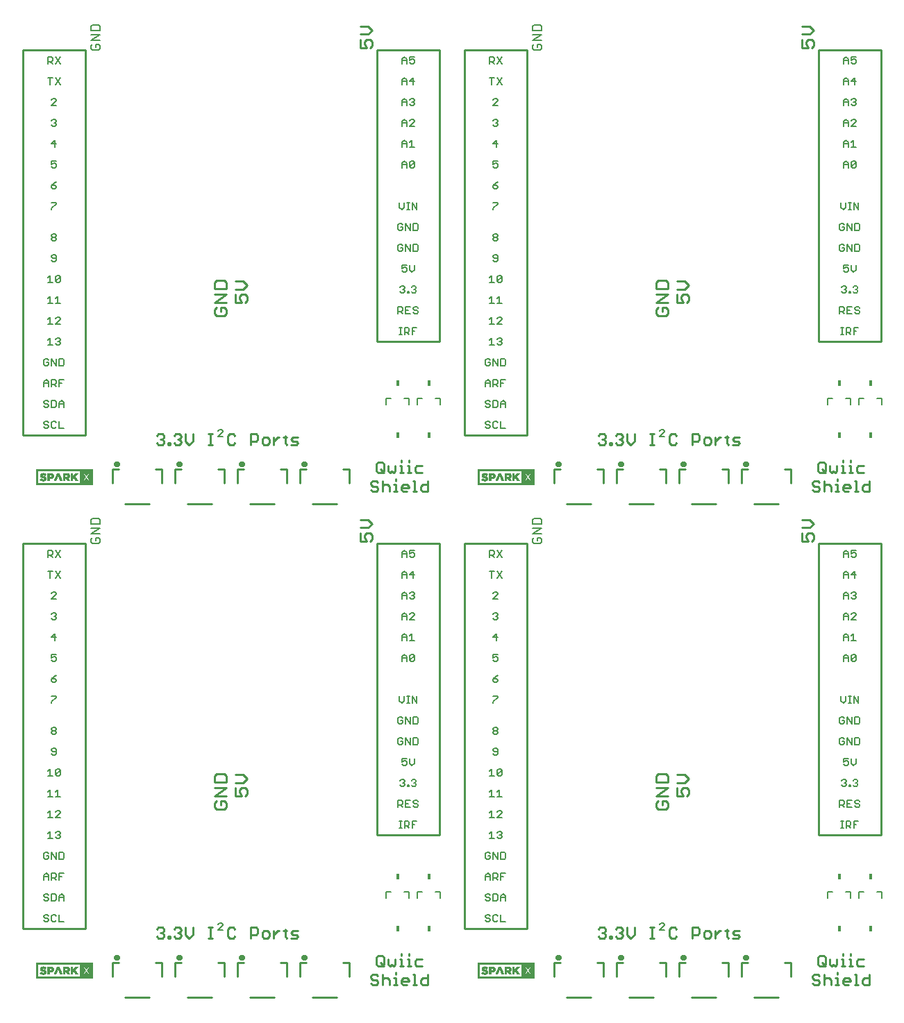
<source format=gto>
G75*
%MOIN*%
%OFA0B0*%
%FSLAX25Y25*%
%IPPOS*%
%LPD*%
%AMOC8*
5,1,8,0,0,1.08239X$1,22.5*
%
%ADD10C,0.00900*%
%ADD11C,0.00600*%
%ADD12C,0.01000*%
%ADD13C,0.01100*%
%ADD14C,0.00800*%
%ADD15R,0.01500X0.03000*%
%ADD16C,0.01575*%
%ADD17C,0.00039*%
D10*
X0159816Y0093824D02*
X0160666Y0092974D01*
X0162368Y0092974D01*
X0163218Y0093824D01*
X0163218Y0094675D01*
X0162368Y0095526D01*
X0161517Y0095526D01*
X0162368Y0095526D02*
X0163218Y0096377D01*
X0163218Y0097227D01*
X0162368Y0098078D01*
X0160666Y0098078D01*
X0159816Y0097227D01*
X0165340Y0093824D02*
X0166191Y0093824D01*
X0166191Y0092974D01*
X0165340Y0092974D01*
X0165340Y0093824D01*
X0168103Y0093824D02*
X0168953Y0092974D01*
X0170655Y0092974D01*
X0171506Y0093824D01*
X0171506Y0094675D01*
X0170655Y0095526D01*
X0169804Y0095526D01*
X0170655Y0095526D02*
X0171506Y0096377D01*
X0171506Y0097227D01*
X0170655Y0098078D01*
X0168953Y0098078D01*
X0168103Y0097227D01*
X0173627Y0098078D02*
X0173627Y0094675D01*
X0175329Y0092974D01*
X0177030Y0094675D01*
X0177030Y0098078D01*
X0184677Y0098078D02*
X0186378Y0098078D01*
X0185528Y0098078D02*
X0185528Y0092974D01*
X0186378Y0092974D02*
X0184677Y0092974D01*
X0193885Y0093824D02*
X0194735Y0092974D01*
X0196437Y0092974D01*
X0197288Y0093824D01*
X0197288Y0097227D02*
X0196437Y0098078D01*
X0194735Y0098078D01*
X0193885Y0097227D01*
X0193885Y0093824D01*
X0204934Y0092974D02*
X0204934Y0098078D01*
X0207486Y0098078D01*
X0208337Y0097227D01*
X0208337Y0095526D01*
X0207486Y0094675D01*
X0204934Y0094675D01*
X0210459Y0093824D02*
X0211310Y0092974D01*
X0213011Y0092974D01*
X0213862Y0093824D01*
X0213862Y0095526D01*
X0213011Y0096377D01*
X0211310Y0096377D01*
X0210459Y0095526D01*
X0210459Y0093824D01*
X0215984Y0092974D02*
X0215984Y0096377D01*
X0217685Y0096377D02*
X0215984Y0094675D01*
X0217685Y0096377D02*
X0218536Y0096377D01*
X0220587Y0096377D02*
X0222289Y0096377D01*
X0221438Y0097227D02*
X0221438Y0093824D01*
X0222289Y0092974D01*
X0224271Y0092974D02*
X0226823Y0092974D01*
X0227673Y0093824D01*
X0226823Y0094675D01*
X0225121Y0094675D01*
X0224271Y0095526D01*
X0225121Y0096377D01*
X0227673Y0096377D01*
X0265335Y0083727D02*
X0265335Y0080324D01*
X0266186Y0079474D01*
X0267887Y0079474D01*
X0268738Y0080324D01*
X0268738Y0083727D01*
X0267887Y0084578D01*
X0266186Y0084578D01*
X0265335Y0083727D01*
X0267037Y0081175D02*
X0268738Y0079474D01*
X0270860Y0080324D02*
X0271711Y0079474D01*
X0272561Y0080324D01*
X0273412Y0079474D01*
X0274263Y0080324D01*
X0274263Y0082877D01*
X0276385Y0082877D02*
X0277235Y0082877D01*
X0277235Y0079474D01*
X0276385Y0079474D02*
X0278086Y0079474D01*
X0280068Y0079474D02*
X0281769Y0079474D01*
X0280919Y0079474D02*
X0280919Y0082877D01*
X0280068Y0082877D01*
X0280919Y0084578D02*
X0280919Y0085429D01*
X0277235Y0085429D02*
X0277235Y0084578D01*
X0270860Y0082877D02*
X0270860Y0080324D01*
X0274473Y0076429D02*
X0274473Y0075578D01*
X0274473Y0073877D02*
X0274473Y0070474D01*
X0273622Y0070474D02*
X0275324Y0070474D01*
X0277305Y0071324D02*
X0277305Y0073026D01*
X0278156Y0073877D01*
X0279858Y0073877D01*
X0280708Y0073026D01*
X0280708Y0072175D01*
X0277305Y0072175D01*
X0277305Y0071324D02*
X0278156Y0070474D01*
X0279858Y0070474D01*
X0282830Y0070474D02*
X0284532Y0070474D01*
X0283681Y0070474D02*
X0283681Y0075578D01*
X0282830Y0075578D01*
X0284602Y0079474D02*
X0287154Y0079474D01*
X0284602Y0079474D02*
X0283751Y0080324D01*
X0283751Y0082026D01*
X0284602Y0082877D01*
X0287154Y0082877D01*
X0289916Y0075578D02*
X0289916Y0070474D01*
X0287364Y0070474D01*
X0286513Y0071324D01*
X0286513Y0073026D01*
X0287364Y0073877D01*
X0289916Y0073877D01*
X0274473Y0073877D02*
X0273622Y0073877D01*
X0271501Y0073026D02*
X0271501Y0070474D01*
X0271501Y0073026D02*
X0270650Y0073877D01*
X0268948Y0073877D01*
X0268098Y0073026D01*
X0265976Y0072175D02*
X0265976Y0071324D01*
X0265125Y0070474D01*
X0263424Y0070474D01*
X0262573Y0071324D01*
X0263424Y0073026D02*
X0265125Y0073026D01*
X0265976Y0072175D01*
X0265976Y0074727D02*
X0265125Y0075578D01*
X0263424Y0075578D01*
X0262573Y0074727D01*
X0262573Y0073877D01*
X0263424Y0073026D01*
X0268098Y0075578D02*
X0268098Y0070474D01*
X0371816Y0093824D02*
X0372666Y0092974D01*
X0374368Y0092974D01*
X0375218Y0093824D01*
X0375218Y0094675D01*
X0374368Y0095526D01*
X0373517Y0095526D01*
X0374368Y0095526D02*
X0375218Y0096377D01*
X0375218Y0097227D01*
X0374368Y0098078D01*
X0372666Y0098078D01*
X0371816Y0097227D01*
X0377340Y0093824D02*
X0378191Y0093824D01*
X0378191Y0092974D01*
X0377340Y0092974D01*
X0377340Y0093824D01*
X0380103Y0093824D02*
X0380953Y0092974D01*
X0382655Y0092974D01*
X0383506Y0093824D01*
X0383506Y0094675D01*
X0382655Y0095526D01*
X0381804Y0095526D01*
X0382655Y0095526D02*
X0383506Y0096377D01*
X0383506Y0097227D01*
X0382655Y0098078D01*
X0380953Y0098078D01*
X0380103Y0097227D01*
X0385627Y0098078D02*
X0385627Y0094675D01*
X0387329Y0092974D01*
X0389030Y0094675D01*
X0389030Y0098078D01*
X0396677Y0098078D02*
X0398378Y0098078D01*
X0397528Y0098078D02*
X0397528Y0092974D01*
X0398378Y0092974D02*
X0396677Y0092974D01*
X0405885Y0093824D02*
X0406735Y0092974D01*
X0408437Y0092974D01*
X0409288Y0093824D01*
X0409288Y0097227D02*
X0408437Y0098078D01*
X0406735Y0098078D01*
X0405885Y0097227D01*
X0405885Y0093824D01*
X0416934Y0092974D02*
X0416934Y0098078D01*
X0419486Y0098078D01*
X0420337Y0097227D01*
X0420337Y0095526D01*
X0419486Y0094675D01*
X0416934Y0094675D01*
X0422459Y0093824D02*
X0423310Y0092974D01*
X0425011Y0092974D01*
X0425862Y0093824D01*
X0425862Y0095526D01*
X0425011Y0096377D01*
X0423310Y0096377D01*
X0422459Y0095526D01*
X0422459Y0093824D01*
X0427984Y0092974D02*
X0427984Y0096377D01*
X0429685Y0096377D02*
X0427984Y0094675D01*
X0429685Y0096377D02*
X0430536Y0096377D01*
X0432587Y0096377D02*
X0434289Y0096377D01*
X0433438Y0097227D02*
X0433438Y0093824D01*
X0434289Y0092974D01*
X0436271Y0092974D02*
X0438823Y0092974D01*
X0439673Y0093824D01*
X0438823Y0094675D01*
X0437121Y0094675D01*
X0436271Y0095526D01*
X0437121Y0096377D01*
X0439673Y0096377D01*
X0477335Y0083727D02*
X0477335Y0080324D01*
X0478186Y0079474D01*
X0479887Y0079474D01*
X0480738Y0080324D01*
X0480738Y0083727D01*
X0479887Y0084578D01*
X0478186Y0084578D01*
X0477335Y0083727D01*
X0479037Y0081175D02*
X0480738Y0079474D01*
X0482860Y0080324D02*
X0483711Y0079474D01*
X0484561Y0080324D01*
X0485412Y0079474D01*
X0486263Y0080324D01*
X0486263Y0082877D01*
X0488385Y0082877D02*
X0489235Y0082877D01*
X0489235Y0079474D01*
X0488385Y0079474D02*
X0490086Y0079474D01*
X0492068Y0079474D02*
X0493769Y0079474D01*
X0492919Y0079474D02*
X0492919Y0082877D01*
X0492068Y0082877D01*
X0492919Y0084578D02*
X0492919Y0085429D01*
X0489235Y0085429D02*
X0489235Y0084578D01*
X0482860Y0082877D02*
X0482860Y0080324D01*
X0486473Y0076429D02*
X0486473Y0075578D01*
X0486473Y0073877D02*
X0486473Y0070474D01*
X0485622Y0070474D02*
X0487324Y0070474D01*
X0489305Y0071324D02*
X0489305Y0073026D01*
X0490156Y0073877D01*
X0491858Y0073877D01*
X0492708Y0073026D01*
X0492708Y0072175D01*
X0489305Y0072175D01*
X0489305Y0071324D02*
X0490156Y0070474D01*
X0491858Y0070474D01*
X0494830Y0070474D02*
X0496532Y0070474D01*
X0495681Y0070474D02*
X0495681Y0075578D01*
X0494830Y0075578D01*
X0496602Y0079474D02*
X0499154Y0079474D01*
X0496602Y0079474D02*
X0495751Y0080324D01*
X0495751Y0082026D01*
X0496602Y0082877D01*
X0499154Y0082877D01*
X0501916Y0075578D02*
X0501916Y0070474D01*
X0499364Y0070474D01*
X0498513Y0071324D01*
X0498513Y0073026D01*
X0499364Y0073877D01*
X0501916Y0073877D01*
X0486473Y0073877D02*
X0485622Y0073877D01*
X0483501Y0073026D02*
X0483501Y0070474D01*
X0483501Y0073026D02*
X0482650Y0073877D01*
X0480948Y0073877D01*
X0480098Y0073026D01*
X0477976Y0072175D02*
X0477976Y0071324D01*
X0477125Y0070474D01*
X0475424Y0070474D01*
X0474573Y0071324D01*
X0475424Y0073026D02*
X0477125Y0073026D01*
X0477976Y0072175D01*
X0477976Y0074727D02*
X0477125Y0075578D01*
X0475424Y0075578D01*
X0474573Y0074727D01*
X0474573Y0073877D01*
X0475424Y0073026D01*
X0480098Y0075578D02*
X0480098Y0070474D01*
X0480098Y0307474D02*
X0480098Y0312578D01*
X0480948Y0310877D02*
X0482650Y0310877D01*
X0483501Y0310026D01*
X0483501Y0307474D01*
X0485622Y0307474D02*
X0487324Y0307474D01*
X0486473Y0307474D02*
X0486473Y0310877D01*
X0485622Y0310877D01*
X0486473Y0312578D02*
X0486473Y0313429D01*
X0485412Y0316474D02*
X0486263Y0317324D01*
X0486263Y0319877D01*
X0488385Y0319877D02*
X0489235Y0319877D01*
X0489235Y0316474D01*
X0488385Y0316474D02*
X0490086Y0316474D01*
X0492068Y0316474D02*
X0493769Y0316474D01*
X0492919Y0316474D02*
X0492919Y0319877D01*
X0492068Y0319877D01*
X0492919Y0321578D02*
X0492919Y0322429D01*
X0489235Y0322429D02*
X0489235Y0321578D01*
X0484561Y0317324D02*
X0483711Y0316474D01*
X0482860Y0317324D01*
X0482860Y0319877D01*
X0480738Y0320727D02*
X0480738Y0317324D01*
X0479887Y0316474D01*
X0478186Y0316474D01*
X0477335Y0317324D01*
X0477335Y0320727D01*
X0478186Y0321578D01*
X0479887Y0321578D01*
X0480738Y0320727D01*
X0479037Y0318175D02*
X0480738Y0316474D01*
X0484561Y0317324D02*
X0485412Y0316474D01*
X0480948Y0310877D02*
X0480098Y0310026D01*
X0477976Y0309175D02*
X0477976Y0308324D01*
X0477125Y0307474D01*
X0475424Y0307474D01*
X0474573Y0308324D01*
X0475424Y0310026D02*
X0477125Y0310026D01*
X0477976Y0309175D01*
X0477976Y0311727D02*
X0477125Y0312578D01*
X0475424Y0312578D01*
X0474573Y0311727D01*
X0474573Y0310877D01*
X0475424Y0310026D01*
X0489305Y0310026D02*
X0490156Y0310877D01*
X0491858Y0310877D01*
X0492708Y0310026D01*
X0492708Y0309175D01*
X0489305Y0309175D01*
X0489305Y0308324D02*
X0489305Y0310026D01*
X0489305Y0308324D02*
X0490156Y0307474D01*
X0491858Y0307474D01*
X0494830Y0307474D02*
X0496532Y0307474D01*
X0495681Y0307474D02*
X0495681Y0312578D01*
X0494830Y0312578D01*
X0496602Y0316474D02*
X0499154Y0316474D01*
X0496602Y0316474D02*
X0495751Y0317324D01*
X0495751Y0319026D01*
X0496602Y0319877D01*
X0499154Y0319877D01*
X0501916Y0312578D02*
X0501916Y0307474D01*
X0499364Y0307474D01*
X0498513Y0308324D01*
X0498513Y0310026D01*
X0499364Y0310877D01*
X0501916Y0310877D01*
X0439673Y0330824D02*
X0438823Y0329974D01*
X0436271Y0329974D01*
X0437121Y0331675D02*
X0436271Y0332526D01*
X0437121Y0333377D01*
X0439673Y0333377D01*
X0438823Y0331675D02*
X0437121Y0331675D01*
X0438823Y0331675D02*
X0439673Y0330824D01*
X0434289Y0329974D02*
X0433438Y0330824D01*
X0433438Y0334227D01*
X0432587Y0333377D02*
X0434289Y0333377D01*
X0430536Y0333377D02*
X0429685Y0333377D01*
X0427984Y0331675D01*
X0427984Y0329974D02*
X0427984Y0333377D01*
X0425862Y0332526D02*
X0425011Y0333377D01*
X0423310Y0333377D01*
X0422459Y0332526D01*
X0422459Y0330824D01*
X0423310Y0329974D01*
X0425011Y0329974D01*
X0425862Y0330824D01*
X0425862Y0332526D01*
X0420337Y0332526D02*
X0419486Y0331675D01*
X0416934Y0331675D01*
X0416934Y0329974D02*
X0416934Y0335078D01*
X0419486Y0335078D01*
X0420337Y0334227D01*
X0420337Y0332526D01*
X0409288Y0334227D02*
X0408437Y0335078D01*
X0406735Y0335078D01*
X0405885Y0334227D01*
X0405885Y0330824D01*
X0406735Y0329974D01*
X0408437Y0329974D01*
X0409288Y0330824D01*
X0398378Y0329974D02*
X0396677Y0329974D01*
X0397528Y0329974D02*
X0397528Y0335078D01*
X0398378Y0335078D02*
X0396677Y0335078D01*
X0389030Y0335078D02*
X0389030Y0331675D01*
X0387329Y0329974D01*
X0385627Y0331675D01*
X0385627Y0335078D01*
X0383506Y0334227D02*
X0383506Y0333377D01*
X0382655Y0332526D01*
X0383506Y0331675D01*
X0383506Y0330824D01*
X0382655Y0329974D01*
X0380953Y0329974D01*
X0380103Y0330824D01*
X0378191Y0330824D02*
X0378191Y0329974D01*
X0377340Y0329974D01*
X0377340Y0330824D01*
X0378191Y0330824D01*
X0375218Y0330824D02*
X0374368Y0329974D01*
X0372666Y0329974D01*
X0371816Y0330824D01*
X0373517Y0332526D02*
X0374368Y0332526D01*
X0375218Y0331675D01*
X0375218Y0330824D01*
X0374368Y0332526D02*
X0375218Y0333377D01*
X0375218Y0334227D01*
X0374368Y0335078D01*
X0372666Y0335078D01*
X0371816Y0334227D01*
X0380103Y0334227D02*
X0380953Y0335078D01*
X0382655Y0335078D01*
X0383506Y0334227D01*
X0382655Y0332526D02*
X0381804Y0332526D01*
X0289916Y0312578D02*
X0289916Y0307474D01*
X0287364Y0307474D01*
X0286513Y0308324D01*
X0286513Y0310026D01*
X0287364Y0310877D01*
X0289916Y0310877D01*
X0287154Y0316474D02*
X0284602Y0316474D01*
X0283751Y0317324D01*
X0283751Y0319026D01*
X0284602Y0319877D01*
X0287154Y0319877D01*
X0280919Y0319877D02*
X0280919Y0316474D01*
X0281769Y0316474D02*
X0280068Y0316474D01*
X0278086Y0316474D02*
X0276385Y0316474D01*
X0277235Y0316474D02*
X0277235Y0319877D01*
X0276385Y0319877D01*
X0277235Y0321578D02*
X0277235Y0322429D01*
X0280919Y0322429D02*
X0280919Y0321578D01*
X0280919Y0319877D02*
X0280068Y0319877D01*
X0274263Y0319877D02*
X0274263Y0317324D01*
X0273412Y0316474D01*
X0272561Y0317324D01*
X0271711Y0316474D01*
X0270860Y0317324D01*
X0270860Y0319877D01*
X0268738Y0320727D02*
X0268738Y0317324D01*
X0267887Y0316474D01*
X0266186Y0316474D01*
X0265335Y0317324D01*
X0265335Y0320727D01*
X0266186Y0321578D01*
X0267887Y0321578D01*
X0268738Y0320727D01*
X0267037Y0318175D02*
X0268738Y0316474D01*
X0268098Y0312578D02*
X0268098Y0307474D01*
X0265976Y0308324D02*
X0265125Y0307474D01*
X0263424Y0307474D01*
X0262573Y0308324D01*
X0263424Y0310026D02*
X0265125Y0310026D01*
X0265976Y0309175D01*
X0265976Y0308324D01*
X0268098Y0310026D02*
X0268948Y0310877D01*
X0270650Y0310877D01*
X0271501Y0310026D01*
X0271501Y0307474D01*
X0273622Y0307474D02*
X0275324Y0307474D01*
X0274473Y0307474D02*
X0274473Y0310877D01*
X0273622Y0310877D01*
X0274473Y0312578D02*
X0274473Y0313429D01*
X0277305Y0310026D02*
X0278156Y0310877D01*
X0279858Y0310877D01*
X0280708Y0310026D01*
X0280708Y0309175D01*
X0277305Y0309175D01*
X0277305Y0308324D02*
X0277305Y0310026D01*
X0277305Y0308324D02*
X0278156Y0307474D01*
X0279858Y0307474D01*
X0282830Y0307474D02*
X0284532Y0307474D01*
X0283681Y0307474D02*
X0283681Y0312578D01*
X0282830Y0312578D01*
X0265976Y0311727D02*
X0265125Y0312578D01*
X0263424Y0312578D01*
X0262573Y0311727D01*
X0262573Y0310877D01*
X0263424Y0310026D01*
X0227673Y0330824D02*
X0226823Y0329974D01*
X0224271Y0329974D01*
X0225121Y0331675D02*
X0224271Y0332526D01*
X0225121Y0333377D01*
X0227673Y0333377D01*
X0226823Y0331675D02*
X0225121Y0331675D01*
X0226823Y0331675D02*
X0227673Y0330824D01*
X0222289Y0329974D02*
X0221438Y0330824D01*
X0221438Y0334227D01*
X0220587Y0333377D02*
X0222289Y0333377D01*
X0218536Y0333377D02*
X0217685Y0333377D01*
X0215984Y0331675D01*
X0215984Y0329974D02*
X0215984Y0333377D01*
X0213862Y0332526D02*
X0213011Y0333377D01*
X0211310Y0333377D01*
X0210459Y0332526D01*
X0210459Y0330824D01*
X0211310Y0329974D01*
X0213011Y0329974D01*
X0213862Y0330824D01*
X0213862Y0332526D01*
X0208337Y0332526D02*
X0207486Y0331675D01*
X0204934Y0331675D01*
X0204934Y0329974D02*
X0204934Y0335078D01*
X0207486Y0335078D01*
X0208337Y0334227D01*
X0208337Y0332526D01*
X0197288Y0334227D02*
X0196437Y0335078D01*
X0194735Y0335078D01*
X0193885Y0334227D01*
X0193885Y0330824D01*
X0194735Y0329974D01*
X0196437Y0329974D01*
X0197288Y0330824D01*
X0186378Y0329974D02*
X0184677Y0329974D01*
X0185528Y0329974D02*
X0185528Y0335078D01*
X0186378Y0335078D02*
X0184677Y0335078D01*
X0177030Y0335078D02*
X0177030Y0331675D01*
X0175329Y0329974D01*
X0173627Y0331675D01*
X0173627Y0335078D01*
X0171506Y0334227D02*
X0171506Y0333377D01*
X0170655Y0332526D01*
X0171506Y0331675D01*
X0171506Y0330824D01*
X0170655Y0329974D01*
X0168953Y0329974D01*
X0168103Y0330824D01*
X0166191Y0330824D02*
X0166191Y0329974D01*
X0165340Y0329974D01*
X0165340Y0330824D01*
X0166191Y0330824D01*
X0163218Y0330824D02*
X0162368Y0329974D01*
X0160666Y0329974D01*
X0159816Y0330824D01*
X0161517Y0332526D02*
X0162368Y0332526D01*
X0163218Y0331675D01*
X0163218Y0330824D01*
X0162368Y0332526D02*
X0163218Y0333377D01*
X0163218Y0334227D01*
X0162368Y0335078D01*
X0160666Y0335078D01*
X0159816Y0334227D01*
X0168103Y0334227D02*
X0168953Y0335078D01*
X0170655Y0335078D01*
X0171506Y0334227D01*
X0170655Y0332526D02*
X0169804Y0332526D01*
D11*
X0189155Y0333824D02*
X0191424Y0336092D01*
X0191424Y0336659D01*
X0190857Y0337227D01*
X0189723Y0337227D01*
X0189155Y0336659D01*
X0189155Y0333824D02*
X0191424Y0333824D01*
X0115266Y0337824D02*
X0112997Y0337824D01*
X0112997Y0341227D01*
X0111583Y0340659D02*
X0111015Y0341227D01*
X0109881Y0341227D01*
X0109314Y0340659D01*
X0109314Y0338391D01*
X0109881Y0337824D01*
X0111015Y0337824D01*
X0111583Y0338391D01*
X0107899Y0338391D02*
X0107332Y0337824D01*
X0106198Y0337824D01*
X0105631Y0338391D01*
X0106198Y0339525D02*
X0107332Y0339525D01*
X0107899Y0338958D01*
X0107899Y0338391D01*
X0106198Y0339525D02*
X0105631Y0340092D01*
X0105631Y0340659D01*
X0106198Y0341227D01*
X0107332Y0341227D01*
X0107899Y0340659D01*
X0107332Y0347824D02*
X0106198Y0347824D01*
X0105631Y0348391D01*
X0106198Y0349525D02*
X0107332Y0349525D01*
X0107899Y0348958D01*
X0107899Y0348391D01*
X0107332Y0347824D01*
X0109314Y0347824D02*
X0109314Y0351227D01*
X0111015Y0351227D01*
X0111583Y0350659D01*
X0111583Y0348391D01*
X0111015Y0347824D01*
X0109314Y0347824D01*
X0107899Y0350659D02*
X0107332Y0351227D01*
X0106198Y0351227D01*
X0105631Y0350659D01*
X0105631Y0350092D01*
X0106198Y0349525D01*
X0112997Y0349525D02*
X0115266Y0349525D01*
X0115266Y0350092D02*
X0115266Y0347824D01*
X0115266Y0350092D02*
X0114131Y0351227D01*
X0112997Y0350092D01*
X0112997Y0347824D01*
X0112997Y0357824D02*
X0112997Y0361227D01*
X0115266Y0361227D01*
X0114131Y0359525D02*
X0112997Y0359525D01*
X0111583Y0359525D02*
X0111015Y0358958D01*
X0109314Y0358958D01*
X0110448Y0358958D02*
X0111583Y0357824D01*
X0111583Y0359525D02*
X0111583Y0360659D01*
X0111015Y0361227D01*
X0109314Y0361227D01*
X0109314Y0357824D01*
X0107899Y0357824D02*
X0107899Y0360092D01*
X0106765Y0361227D01*
X0105631Y0360092D01*
X0105631Y0357824D01*
X0105631Y0359525D02*
X0107899Y0359525D01*
X0107332Y0367824D02*
X0107899Y0368391D01*
X0107899Y0369525D01*
X0106765Y0369525D01*
X0105631Y0368391D02*
X0106198Y0367824D01*
X0107332Y0367824D01*
X0105631Y0368391D02*
X0105631Y0370659D01*
X0106198Y0371227D01*
X0107332Y0371227D01*
X0107899Y0370659D01*
X0109314Y0371227D02*
X0111583Y0367824D01*
X0111583Y0371227D01*
X0112997Y0371227D02*
X0114698Y0371227D01*
X0115266Y0370659D01*
X0115266Y0368391D01*
X0114698Y0367824D01*
X0112997Y0367824D01*
X0112997Y0371227D01*
X0109314Y0371227D02*
X0109314Y0367824D01*
X0109741Y0377824D02*
X0107472Y0377824D01*
X0108607Y0377824D02*
X0108607Y0381227D01*
X0107472Y0380092D01*
X0111155Y0380659D02*
X0111723Y0381227D01*
X0112857Y0381227D01*
X0113424Y0380659D01*
X0113424Y0380092D01*
X0112857Y0379525D01*
X0113424Y0378958D01*
X0113424Y0378391D01*
X0112857Y0377824D01*
X0111723Y0377824D01*
X0111155Y0378391D01*
X0112290Y0379525D02*
X0112857Y0379525D01*
X0113424Y0387824D02*
X0111155Y0387824D01*
X0113424Y0390092D01*
X0113424Y0390659D01*
X0112857Y0391227D01*
X0111723Y0391227D01*
X0111155Y0390659D01*
X0108607Y0391227D02*
X0108607Y0387824D01*
X0109741Y0387824D02*
X0107472Y0387824D01*
X0107472Y0390092D02*
X0108607Y0391227D01*
X0108607Y0397824D02*
X0108607Y0401227D01*
X0107472Y0400092D01*
X0107472Y0397824D02*
X0109741Y0397824D01*
X0111155Y0397824D02*
X0113424Y0397824D01*
X0112290Y0397824D02*
X0112290Y0401227D01*
X0111155Y0400092D01*
X0111723Y0407824D02*
X0111155Y0408391D01*
X0113424Y0410659D01*
X0113424Y0408391D01*
X0112857Y0407824D01*
X0111723Y0407824D01*
X0111155Y0408391D02*
X0111155Y0410659D01*
X0111723Y0411227D01*
X0112857Y0411227D01*
X0113424Y0410659D01*
X0109741Y0407824D02*
X0107472Y0407824D01*
X0108607Y0407824D02*
X0108607Y0411227D01*
X0107472Y0410092D01*
X0109881Y0417824D02*
X0111015Y0417824D01*
X0111583Y0418391D01*
X0111583Y0420659D01*
X0111015Y0421227D01*
X0109881Y0421227D01*
X0109314Y0420659D01*
X0109314Y0420092D01*
X0109881Y0419525D01*
X0111583Y0419525D01*
X0109881Y0417824D02*
X0109314Y0418391D01*
X0109881Y0427824D02*
X0109314Y0428391D01*
X0109314Y0428958D01*
X0109881Y0429525D01*
X0111015Y0429525D01*
X0111583Y0428958D01*
X0111583Y0428391D01*
X0111015Y0427824D01*
X0109881Y0427824D01*
X0109881Y0429525D02*
X0109314Y0430092D01*
X0109314Y0430659D01*
X0109881Y0431227D01*
X0111015Y0431227D01*
X0111583Y0430659D01*
X0111583Y0430092D01*
X0111015Y0429525D01*
X0109314Y0442824D02*
X0109314Y0443391D01*
X0111583Y0445659D01*
X0111583Y0446227D01*
X0109314Y0446227D01*
X0109881Y0452824D02*
X0111015Y0452824D01*
X0111583Y0453391D01*
X0111583Y0453958D01*
X0111015Y0454525D01*
X0109314Y0454525D01*
X0109314Y0453391D01*
X0109881Y0452824D01*
X0109314Y0454525D02*
X0110448Y0455659D01*
X0111583Y0456227D01*
X0111015Y0462824D02*
X0109881Y0462824D01*
X0109314Y0463391D01*
X0109314Y0464525D02*
X0110448Y0465092D01*
X0111015Y0465092D01*
X0111583Y0464525D01*
X0111583Y0463391D01*
X0111015Y0462824D01*
X0109314Y0464525D02*
X0109314Y0466227D01*
X0111583Y0466227D01*
X0111015Y0472824D02*
X0111015Y0476227D01*
X0109314Y0474525D01*
X0111583Y0474525D01*
X0111015Y0482824D02*
X0109881Y0482824D01*
X0109314Y0483391D01*
X0110448Y0484525D02*
X0111015Y0484525D01*
X0111583Y0483958D01*
X0111583Y0483391D01*
X0111015Y0482824D01*
X0111015Y0484525D02*
X0111583Y0485092D01*
X0111583Y0485659D01*
X0111015Y0486227D01*
X0109881Y0486227D01*
X0109314Y0485659D01*
X0109314Y0492824D02*
X0111583Y0495092D01*
X0111583Y0495659D01*
X0111015Y0496227D01*
X0109881Y0496227D01*
X0109314Y0495659D01*
X0109314Y0492824D02*
X0111583Y0492824D01*
X0111155Y0502824D02*
X0113424Y0506227D01*
X0111155Y0506227D02*
X0113424Y0502824D01*
X0108607Y0502824D02*
X0108607Y0506227D01*
X0109741Y0506227D02*
X0107472Y0506227D01*
X0107472Y0512824D02*
X0107472Y0516227D01*
X0109174Y0516227D01*
X0109741Y0515659D01*
X0109741Y0514525D01*
X0109174Y0513958D01*
X0107472Y0513958D01*
X0108607Y0513958D02*
X0109741Y0512824D01*
X0111155Y0512824D02*
X0113424Y0516227D01*
X0111155Y0516227D02*
X0113424Y0512824D01*
X0276245Y0446227D02*
X0276245Y0443958D01*
X0277379Y0442824D01*
X0278513Y0443958D01*
X0278513Y0446227D01*
X0279928Y0446227D02*
X0281062Y0446227D01*
X0280495Y0446227D02*
X0280495Y0442824D01*
X0279928Y0442824D02*
X0281062Y0442824D01*
X0282383Y0442824D02*
X0282383Y0446227D01*
X0284652Y0442824D01*
X0284652Y0446227D01*
X0284698Y0436227D02*
X0282997Y0436227D01*
X0282997Y0432824D01*
X0284698Y0432824D01*
X0285266Y0433391D01*
X0285266Y0435659D01*
X0284698Y0436227D01*
X0281583Y0436227D02*
X0281583Y0432824D01*
X0279314Y0436227D01*
X0279314Y0432824D01*
X0277899Y0433391D02*
X0277899Y0434525D01*
X0276765Y0434525D01*
X0275631Y0433391D02*
X0276198Y0432824D01*
X0277332Y0432824D01*
X0277899Y0433391D01*
X0275631Y0433391D02*
X0275631Y0435659D01*
X0276198Y0436227D01*
X0277332Y0436227D01*
X0277899Y0435659D01*
X0277332Y0426227D02*
X0276198Y0426227D01*
X0275631Y0425659D01*
X0275631Y0423391D01*
X0276198Y0422824D01*
X0277332Y0422824D01*
X0277899Y0423391D01*
X0277899Y0424525D01*
X0276765Y0424525D01*
X0277899Y0425659D02*
X0277332Y0426227D01*
X0279314Y0426227D02*
X0281583Y0422824D01*
X0281583Y0426227D01*
X0282997Y0426227D02*
X0282997Y0422824D01*
X0284698Y0422824D01*
X0285266Y0423391D01*
X0285266Y0425659D01*
X0284698Y0426227D01*
X0282997Y0426227D01*
X0279314Y0426227D02*
X0279314Y0422824D01*
X0279741Y0416227D02*
X0277472Y0416227D01*
X0277472Y0414525D01*
X0278607Y0415092D01*
X0279174Y0415092D01*
X0279741Y0414525D01*
X0279741Y0413391D01*
X0279174Y0412824D01*
X0278039Y0412824D01*
X0277472Y0413391D01*
X0281155Y0413958D02*
X0282290Y0412824D01*
X0283424Y0413958D01*
X0283424Y0416227D01*
X0281155Y0416227D02*
X0281155Y0413958D01*
X0282643Y0406227D02*
X0283778Y0406227D01*
X0284345Y0405659D01*
X0284345Y0405092D01*
X0283778Y0404525D01*
X0284345Y0403958D01*
X0284345Y0403391D01*
X0283778Y0402824D01*
X0282643Y0402824D01*
X0282076Y0403391D01*
X0280802Y0403391D02*
X0280802Y0402824D01*
X0280235Y0402824D01*
X0280235Y0403391D01*
X0280802Y0403391D01*
X0278820Y0403391D02*
X0278253Y0402824D01*
X0277119Y0402824D01*
X0276552Y0403391D01*
X0277686Y0404525D02*
X0278253Y0404525D01*
X0278820Y0403958D01*
X0278820Y0403391D01*
X0278253Y0404525D02*
X0278820Y0405092D01*
X0278820Y0405659D01*
X0278253Y0406227D01*
X0277119Y0406227D01*
X0276552Y0405659D01*
X0282076Y0405659D02*
X0282643Y0406227D01*
X0283211Y0404525D02*
X0283778Y0404525D01*
X0283564Y0396227D02*
X0282997Y0395659D01*
X0282997Y0395092D01*
X0283564Y0394525D01*
X0284698Y0394525D01*
X0285266Y0393958D01*
X0285266Y0393391D01*
X0284698Y0392824D01*
X0283564Y0392824D01*
X0282997Y0393391D01*
X0281583Y0392824D02*
X0279314Y0392824D01*
X0279314Y0396227D01*
X0281583Y0396227D01*
X0283564Y0396227D02*
X0284698Y0396227D01*
X0285266Y0395659D01*
X0280448Y0394525D02*
X0279314Y0394525D01*
X0277899Y0394525D02*
X0277332Y0393958D01*
X0275631Y0393958D01*
X0276765Y0393958D02*
X0277899Y0392824D01*
X0277899Y0394525D02*
X0277899Y0395659D01*
X0277332Y0396227D01*
X0275631Y0396227D01*
X0275631Y0392824D01*
X0276245Y0386227D02*
X0277379Y0386227D01*
X0276812Y0386227D02*
X0276812Y0382824D01*
X0276245Y0382824D02*
X0277379Y0382824D01*
X0278700Y0382824D02*
X0278700Y0386227D01*
X0280401Y0386227D01*
X0280969Y0385659D01*
X0280969Y0384525D01*
X0280401Y0383958D01*
X0278700Y0383958D01*
X0279834Y0383958D02*
X0280969Y0382824D01*
X0282383Y0382824D02*
X0282383Y0386227D01*
X0284652Y0386227D01*
X0283517Y0384525D02*
X0282383Y0384525D01*
X0319472Y0387824D02*
X0321741Y0387824D01*
X0320607Y0387824D02*
X0320607Y0391227D01*
X0319472Y0390092D01*
X0323155Y0390659D02*
X0323723Y0391227D01*
X0324857Y0391227D01*
X0325424Y0390659D01*
X0325424Y0390092D01*
X0323155Y0387824D01*
X0325424Y0387824D01*
X0324857Y0381227D02*
X0325424Y0380659D01*
X0325424Y0380092D01*
X0324857Y0379525D01*
X0325424Y0378958D01*
X0325424Y0378391D01*
X0324857Y0377824D01*
X0323723Y0377824D01*
X0323155Y0378391D01*
X0321741Y0377824D02*
X0319472Y0377824D01*
X0320607Y0377824D02*
X0320607Y0381227D01*
X0319472Y0380092D01*
X0323155Y0380659D02*
X0323723Y0381227D01*
X0324857Y0381227D01*
X0324857Y0379525D02*
X0324290Y0379525D01*
X0324997Y0371227D02*
X0326698Y0371227D01*
X0327266Y0370659D01*
X0327266Y0368391D01*
X0326698Y0367824D01*
X0324997Y0367824D01*
X0324997Y0371227D01*
X0323583Y0371227D02*
X0323583Y0367824D01*
X0321314Y0371227D01*
X0321314Y0367824D01*
X0319899Y0368391D02*
X0319899Y0369525D01*
X0318765Y0369525D01*
X0317631Y0368391D02*
X0318198Y0367824D01*
X0319332Y0367824D01*
X0319899Y0368391D01*
X0317631Y0368391D02*
X0317631Y0370659D01*
X0318198Y0371227D01*
X0319332Y0371227D01*
X0319899Y0370659D01*
X0318765Y0361227D02*
X0319899Y0360092D01*
X0319899Y0357824D01*
X0321314Y0357824D02*
X0321314Y0361227D01*
X0323015Y0361227D01*
X0323583Y0360659D01*
X0323583Y0359525D01*
X0323015Y0358958D01*
X0321314Y0358958D01*
X0322448Y0358958D02*
X0323583Y0357824D01*
X0324997Y0357824D02*
X0324997Y0361227D01*
X0327266Y0361227D01*
X0326131Y0359525D02*
X0324997Y0359525D01*
X0319899Y0359525D02*
X0317631Y0359525D01*
X0317631Y0360092D02*
X0317631Y0357824D01*
X0317631Y0360092D02*
X0318765Y0361227D01*
X0318198Y0351227D02*
X0317631Y0350659D01*
X0317631Y0350092D01*
X0318198Y0349525D01*
X0319332Y0349525D01*
X0319899Y0348958D01*
X0319899Y0348391D01*
X0319332Y0347824D01*
X0318198Y0347824D01*
X0317631Y0348391D01*
X0318198Y0351227D02*
X0319332Y0351227D01*
X0319899Y0350659D01*
X0321314Y0351227D02*
X0321314Y0347824D01*
X0323015Y0347824D01*
X0323583Y0348391D01*
X0323583Y0350659D01*
X0323015Y0351227D01*
X0321314Y0351227D01*
X0324997Y0350092D02*
X0326131Y0351227D01*
X0327266Y0350092D01*
X0327266Y0347824D01*
X0327266Y0349525D02*
X0324997Y0349525D01*
X0324997Y0350092D02*
X0324997Y0347824D01*
X0324997Y0341227D02*
X0324997Y0337824D01*
X0327266Y0337824D01*
X0323583Y0338391D02*
X0323015Y0337824D01*
X0321881Y0337824D01*
X0321314Y0338391D01*
X0321314Y0340659D01*
X0321881Y0341227D01*
X0323015Y0341227D01*
X0323583Y0340659D01*
X0319899Y0340659D02*
X0319332Y0341227D01*
X0318198Y0341227D01*
X0317631Y0340659D01*
X0317631Y0340092D01*
X0318198Y0339525D01*
X0319332Y0339525D01*
X0319899Y0338958D01*
X0319899Y0338391D01*
X0319332Y0337824D01*
X0318198Y0337824D01*
X0317631Y0338391D01*
X0319472Y0279227D02*
X0321174Y0279227D01*
X0321741Y0278659D01*
X0321741Y0277525D01*
X0321174Y0276958D01*
X0319472Y0276958D01*
X0319472Y0275824D02*
X0319472Y0279227D01*
X0320607Y0276958D02*
X0321741Y0275824D01*
X0323155Y0275824D02*
X0325424Y0279227D01*
X0323155Y0279227D02*
X0325424Y0275824D01*
X0325424Y0269227D02*
X0323155Y0265824D01*
X0325424Y0265824D02*
X0323155Y0269227D01*
X0321741Y0269227D02*
X0319472Y0269227D01*
X0320607Y0269227D02*
X0320607Y0265824D01*
X0321881Y0259227D02*
X0321314Y0258659D01*
X0321881Y0259227D02*
X0323015Y0259227D01*
X0323583Y0258659D01*
X0323583Y0258092D01*
X0321314Y0255824D01*
X0323583Y0255824D01*
X0323015Y0249227D02*
X0323583Y0248659D01*
X0323583Y0248092D01*
X0323015Y0247525D01*
X0323583Y0246958D01*
X0323583Y0246391D01*
X0323015Y0245824D01*
X0321881Y0245824D01*
X0321314Y0246391D01*
X0322448Y0247525D02*
X0323015Y0247525D01*
X0323015Y0249227D02*
X0321881Y0249227D01*
X0321314Y0248659D01*
X0323015Y0239227D02*
X0321314Y0237525D01*
X0323583Y0237525D01*
X0323015Y0235824D02*
X0323015Y0239227D01*
X0323583Y0229227D02*
X0321314Y0229227D01*
X0321314Y0227525D01*
X0322448Y0228092D01*
X0323015Y0228092D01*
X0323583Y0227525D01*
X0323583Y0226391D01*
X0323015Y0225824D01*
X0321881Y0225824D01*
X0321314Y0226391D01*
X0323583Y0219227D02*
X0322448Y0218659D01*
X0321314Y0217525D01*
X0323015Y0217525D01*
X0323583Y0216958D01*
X0323583Y0216391D01*
X0323015Y0215824D01*
X0321881Y0215824D01*
X0321314Y0216391D01*
X0321314Y0217525D01*
X0321314Y0209227D02*
X0323583Y0209227D01*
X0323583Y0208659D01*
X0321314Y0206391D01*
X0321314Y0205824D01*
X0321881Y0194227D02*
X0323015Y0194227D01*
X0323583Y0193659D01*
X0323583Y0193092D01*
X0323015Y0192525D01*
X0321881Y0192525D01*
X0321314Y0193092D01*
X0321314Y0193659D01*
X0321881Y0194227D01*
X0321881Y0192525D02*
X0321314Y0191958D01*
X0321314Y0191391D01*
X0321881Y0190824D01*
X0323015Y0190824D01*
X0323583Y0191391D01*
X0323583Y0191958D01*
X0323015Y0192525D01*
X0323015Y0184227D02*
X0321881Y0184227D01*
X0321314Y0183659D01*
X0321314Y0183092D01*
X0321881Y0182525D01*
X0323583Y0182525D01*
X0323583Y0181391D02*
X0323583Y0183659D01*
X0323015Y0184227D01*
X0323583Y0181391D02*
X0323015Y0180824D01*
X0321881Y0180824D01*
X0321314Y0181391D01*
X0320607Y0174227D02*
X0320607Y0170824D01*
X0321741Y0170824D02*
X0319472Y0170824D01*
X0319472Y0173092D02*
X0320607Y0174227D01*
X0323155Y0173659D02*
X0323723Y0174227D01*
X0324857Y0174227D01*
X0325424Y0173659D01*
X0323155Y0171391D01*
X0323723Y0170824D01*
X0324857Y0170824D01*
X0325424Y0171391D01*
X0325424Y0173659D01*
X0323155Y0173659D02*
X0323155Y0171391D01*
X0324290Y0164227D02*
X0324290Y0160824D01*
X0325424Y0160824D02*
X0323155Y0160824D01*
X0321741Y0160824D02*
X0319472Y0160824D01*
X0320607Y0160824D02*
X0320607Y0164227D01*
X0319472Y0163092D01*
X0323155Y0163092D02*
X0324290Y0164227D01*
X0324857Y0154227D02*
X0323723Y0154227D01*
X0323155Y0153659D01*
X0324857Y0154227D02*
X0325424Y0153659D01*
X0325424Y0153092D01*
X0323155Y0150824D01*
X0325424Y0150824D01*
X0321741Y0150824D02*
X0319472Y0150824D01*
X0320607Y0150824D02*
X0320607Y0154227D01*
X0319472Y0153092D01*
X0320607Y0144227D02*
X0320607Y0140824D01*
X0321741Y0140824D02*
X0319472Y0140824D01*
X0319472Y0143092D02*
X0320607Y0144227D01*
X0323155Y0143659D02*
X0323723Y0144227D01*
X0324857Y0144227D01*
X0325424Y0143659D01*
X0325424Y0143092D01*
X0324857Y0142525D01*
X0325424Y0141958D01*
X0325424Y0141391D01*
X0324857Y0140824D01*
X0323723Y0140824D01*
X0323155Y0141391D01*
X0324290Y0142525D02*
X0324857Y0142525D01*
X0324997Y0134227D02*
X0326698Y0134227D01*
X0327266Y0133659D01*
X0327266Y0131391D01*
X0326698Y0130824D01*
X0324997Y0130824D01*
X0324997Y0134227D01*
X0323583Y0134227D02*
X0323583Y0130824D01*
X0321314Y0134227D01*
X0321314Y0130824D01*
X0319899Y0131391D02*
X0319899Y0132525D01*
X0318765Y0132525D01*
X0317631Y0131391D02*
X0318198Y0130824D01*
X0319332Y0130824D01*
X0319899Y0131391D01*
X0317631Y0131391D02*
X0317631Y0133659D01*
X0318198Y0134227D01*
X0319332Y0134227D01*
X0319899Y0133659D01*
X0318765Y0124227D02*
X0319899Y0123092D01*
X0319899Y0120824D01*
X0321314Y0120824D02*
X0321314Y0124227D01*
X0323015Y0124227D01*
X0323583Y0123659D01*
X0323583Y0122525D01*
X0323015Y0121958D01*
X0321314Y0121958D01*
X0322448Y0121958D02*
X0323583Y0120824D01*
X0324997Y0120824D02*
X0324997Y0124227D01*
X0327266Y0124227D01*
X0326131Y0122525D02*
X0324997Y0122525D01*
X0319899Y0122525D02*
X0317631Y0122525D01*
X0317631Y0123092D02*
X0318765Y0124227D01*
X0317631Y0123092D02*
X0317631Y0120824D01*
X0318198Y0114227D02*
X0317631Y0113659D01*
X0317631Y0113092D01*
X0318198Y0112525D01*
X0319332Y0112525D01*
X0319899Y0111958D01*
X0319899Y0111391D01*
X0319332Y0110824D01*
X0318198Y0110824D01*
X0317631Y0111391D01*
X0318198Y0114227D02*
X0319332Y0114227D01*
X0319899Y0113659D01*
X0321314Y0114227D02*
X0321314Y0110824D01*
X0323015Y0110824D01*
X0323583Y0111391D01*
X0323583Y0113659D01*
X0323015Y0114227D01*
X0321314Y0114227D01*
X0324997Y0113092D02*
X0326131Y0114227D01*
X0327266Y0113092D01*
X0327266Y0110824D01*
X0327266Y0112525D02*
X0324997Y0112525D01*
X0324997Y0113092D02*
X0324997Y0110824D01*
X0324997Y0104227D02*
X0324997Y0100824D01*
X0327266Y0100824D01*
X0323583Y0101391D02*
X0323015Y0100824D01*
X0321881Y0100824D01*
X0321314Y0101391D01*
X0321314Y0103659D01*
X0321881Y0104227D01*
X0323015Y0104227D01*
X0323583Y0103659D01*
X0319899Y0103659D02*
X0319332Y0104227D01*
X0318198Y0104227D01*
X0317631Y0103659D01*
X0317631Y0103092D01*
X0318198Y0102525D01*
X0319332Y0102525D01*
X0319899Y0101958D01*
X0319899Y0101391D01*
X0319332Y0100824D01*
X0318198Y0100824D01*
X0317631Y0101391D01*
X0282383Y0145824D02*
X0282383Y0149227D01*
X0284652Y0149227D01*
X0283517Y0147525D02*
X0282383Y0147525D01*
X0280969Y0147525D02*
X0280401Y0146958D01*
X0278700Y0146958D01*
X0279834Y0146958D02*
X0280969Y0145824D01*
X0280969Y0147525D02*
X0280969Y0148659D01*
X0280401Y0149227D01*
X0278700Y0149227D01*
X0278700Y0145824D01*
X0277379Y0145824D02*
X0276245Y0145824D01*
X0276812Y0145824D02*
X0276812Y0149227D01*
X0276245Y0149227D02*
X0277379Y0149227D01*
X0277899Y0155824D02*
X0276765Y0156958D01*
X0277332Y0156958D02*
X0275631Y0156958D01*
X0275631Y0155824D02*
X0275631Y0159227D01*
X0277332Y0159227D01*
X0277899Y0158659D01*
X0277899Y0157525D01*
X0277332Y0156958D01*
X0279314Y0157525D02*
X0280448Y0157525D01*
X0279314Y0155824D02*
X0281583Y0155824D01*
X0282997Y0156391D02*
X0283564Y0155824D01*
X0284698Y0155824D01*
X0285266Y0156391D01*
X0285266Y0156958D01*
X0284698Y0157525D01*
X0283564Y0157525D01*
X0282997Y0158092D01*
X0282997Y0158659D01*
X0283564Y0159227D01*
X0284698Y0159227D01*
X0285266Y0158659D01*
X0281583Y0159227D02*
X0279314Y0159227D01*
X0279314Y0155824D01*
X0280235Y0165824D02*
X0280802Y0165824D01*
X0280802Y0166391D01*
X0280235Y0166391D01*
X0280235Y0165824D01*
X0278820Y0166391D02*
X0278253Y0165824D01*
X0277119Y0165824D01*
X0276552Y0166391D01*
X0277686Y0167525D02*
X0278253Y0167525D01*
X0278820Y0166958D01*
X0278820Y0166391D01*
X0278253Y0167525D02*
X0278820Y0168092D01*
X0278820Y0168659D01*
X0278253Y0169227D01*
X0277119Y0169227D01*
X0276552Y0168659D01*
X0282076Y0168659D02*
X0282643Y0169227D01*
X0283778Y0169227D01*
X0284345Y0168659D01*
X0284345Y0168092D01*
X0283778Y0167525D01*
X0284345Y0166958D01*
X0284345Y0166391D01*
X0283778Y0165824D01*
X0282643Y0165824D01*
X0282076Y0166391D01*
X0283211Y0167525D02*
X0283778Y0167525D01*
X0282290Y0175824D02*
X0283424Y0176958D01*
X0283424Y0179227D01*
X0281155Y0179227D02*
X0281155Y0176958D01*
X0282290Y0175824D01*
X0279741Y0176391D02*
X0279174Y0175824D01*
X0278039Y0175824D01*
X0277472Y0176391D01*
X0277472Y0177525D02*
X0278607Y0178092D01*
X0279174Y0178092D01*
X0279741Y0177525D01*
X0279741Y0176391D01*
X0277472Y0177525D02*
X0277472Y0179227D01*
X0279741Y0179227D01*
X0279314Y0185824D02*
X0279314Y0189227D01*
X0281583Y0185824D01*
X0281583Y0189227D01*
X0282997Y0189227D02*
X0282997Y0185824D01*
X0284698Y0185824D01*
X0285266Y0186391D01*
X0285266Y0188659D01*
X0284698Y0189227D01*
X0282997Y0189227D01*
X0277899Y0188659D02*
X0277332Y0189227D01*
X0276198Y0189227D01*
X0275631Y0188659D01*
X0275631Y0186391D01*
X0276198Y0185824D01*
X0277332Y0185824D01*
X0277899Y0186391D01*
X0277899Y0187525D01*
X0276765Y0187525D01*
X0277332Y0195824D02*
X0277899Y0196391D01*
X0277899Y0197525D01*
X0276765Y0197525D01*
X0275631Y0196391D02*
X0276198Y0195824D01*
X0277332Y0195824D01*
X0275631Y0196391D02*
X0275631Y0198659D01*
X0276198Y0199227D01*
X0277332Y0199227D01*
X0277899Y0198659D01*
X0279314Y0199227D02*
X0281583Y0195824D01*
X0281583Y0199227D01*
X0282997Y0199227D02*
X0284698Y0199227D01*
X0285266Y0198659D01*
X0285266Y0196391D01*
X0284698Y0195824D01*
X0282997Y0195824D01*
X0282997Y0199227D01*
X0279314Y0199227D02*
X0279314Y0195824D01*
X0279928Y0205824D02*
X0281062Y0205824D01*
X0280495Y0205824D02*
X0280495Y0209227D01*
X0279928Y0209227D02*
X0281062Y0209227D01*
X0282383Y0209227D02*
X0284652Y0205824D01*
X0284652Y0209227D01*
X0282383Y0209227D02*
X0282383Y0205824D01*
X0278513Y0206958D02*
X0277379Y0205824D01*
X0276245Y0206958D01*
X0276245Y0209227D01*
X0278513Y0209227D02*
X0278513Y0206958D01*
X0277472Y0225824D02*
X0277472Y0228092D01*
X0278607Y0229227D01*
X0279741Y0228092D01*
X0279741Y0225824D01*
X0281155Y0226391D02*
X0283424Y0228659D01*
X0283424Y0226391D01*
X0282857Y0225824D01*
X0281723Y0225824D01*
X0281155Y0226391D01*
X0281155Y0228659D01*
X0281723Y0229227D01*
X0282857Y0229227D01*
X0283424Y0228659D01*
X0279741Y0227525D02*
X0277472Y0227525D01*
X0277472Y0235824D02*
X0277472Y0238092D01*
X0278607Y0239227D01*
X0279741Y0238092D01*
X0279741Y0235824D01*
X0281155Y0235824D02*
X0283424Y0235824D01*
X0282290Y0235824D02*
X0282290Y0239227D01*
X0281155Y0238092D01*
X0279741Y0237525D02*
X0277472Y0237525D01*
X0277472Y0245824D02*
X0277472Y0248092D01*
X0278607Y0249227D01*
X0279741Y0248092D01*
X0279741Y0245824D01*
X0281155Y0245824D02*
X0283424Y0248092D01*
X0283424Y0248659D01*
X0282857Y0249227D01*
X0281723Y0249227D01*
X0281155Y0248659D01*
X0279741Y0247525D02*
X0277472Y0247525D01*
X0281155Y0245824D02*
X0283424Y0245824D01*
X0282857Y0255824D02*
X0281723Y0255824D01*
X0281155Y0256391D01*
X0279741Y0255824D02*
X0279741Y0258092D01*
X0278607Y0259227D01*
X0277472Y0258092D01*
X0277472Y0255824D01*
X0277472Y0257525D02*
X0279741Y0257525D01*
X0281155Y0258659D02*
X0281723Y0259227D01*
X0282857Y0259227D01*
X0283424Y0258659D01*
X0283424Y0258092D01*
X0282857Y0257525D01*
X0283424Y0256958D01*
X0283424Y0256391D01*
X0282857Y0255824D01*
X0282857Y0257525D02*
X0282290Y0257525D01*
X0282857Y0265824D02*
X0282857Y0269227D01*
X0281155Y0267525D01*
X0283424Y0267525D01*
X0279741Y0267525D02*
X0277472Y0267525D01*
X0277472Y0268092D02*
X0278607Y0269227D01*
X0279741Y0268092D01*
X0279741Y0265824D01*
X0277472Y0265824D02*
X0277472Y0268092D01*
X0277472Y0275824D02*
X0277472Y0278092D01*
X0278607Y0279227D01*
X0279741Y0278092D01*
X0279741Y0275824D01*
X0281155Y0276391D02*
X0281723Y0275824D01*
X0282857Y0275824D01*
X0283424Y0276391D01*
X0283424Y0277525D01*
X0282857Y0278092D01*
X0282290Y0278092D01*
X0281155Y0277525D01*
X0281155Y0279227D01*
X0283424Y0279227D01*
X0279741Y0277525D02*
X0277472Y0277525D01*
X0319472Y0397824D02*
X0321741Y0397824D01*
X0320607Y0397824D02*
X0320607Y0401227D01*
X0319472Y0400092D01*
X0323155Y0400092D02*
X0324290Y0401227D01*
X0324290Y0397824D01*
X0325424Y0397824D02*
X0323155Y0397824D01*
X0323723Y0407824D02*
X0323155Y0408391D01*
X0325424Y0410659D01*
X0325424Y0408391D01*
X0324857Y0407824D01*
X0323723Y0407824D01*
X0323155Y0408391D02*
X0323155Y0410659D01*
X0323723Y0411227D01*
X0324857Y0411227D01*
X0325424Y0410659D01*
X0321741Y0407824D02*
X0319472Y0407824D01*
X0320607Y0407824D02*
X0320607Y0411227D01*
X0319472Y0410092D01*
X0321881Y0417824D02*
X0323015Y0417824D01*
X0323583Y0418391D01*
X0323583Y0420659D01*
X0323015Y0421227D01*
X0321881Y0421227D01*
X0321314Y0420659D01*
X0321314Y0420092D01*
X0321881Y0419525D01*
X0323583Y0419525D01*
X0321881Y0417824D02*
X0321314Y0418391D01*
X0321881Y0427824D02*
X0321314Y0428391D01*
X0321314Y0428958D01*
X0321881Y0429525D01*
X0323015Y0429525D01*
X0323583Y0428958D01*
X0323583Y0428391D01*
X0323015Y0427824D01*
X0321881Y0427824D01*
X0321881Y0429525D02*
X0321314Y0430092D01*
X0321314Y0430659D01*
X0321881Y0431227D01*
X0323015Y0431227D01*
X0323583Y0430659D01*
X0323583Y0430092D01*
X0323015Y0429525D01*
X0321314Y0442824D02*
X0321314Y0443391D01*
X0323583Y0445659D01*
X0323583Y0446227D01*
X0321314Y0446227D01*
X0321881Y0452824D02*
X0323015Y0452824D01*
X0323583Y0453391D01*
X0323583Y0453958D01*
X0323015Y0454525D01*
X0321314Y0454525D01*
X0321314Y0453391D01*
X0321881Y0452824D01*
X0321314Y0454525D02*
X0322448Y0455659D01*
X0323583Y0456227D01*
X0323015Y0462824D02*
X0321881Y0462824D01*
X0321314Y0463391D01*
X0321314Y0464525D02*
X0322448Y0465092D01*
X0323015Y0465092D01*
X0323583Y0464525D01*
X0323583Y0463391D01*
X0323015Y0462824D01*
X0321314Y0464525D02*
X0321314Y0466227D01*
X0323583Y0466227D01*
X0323015Y0472824D02*
X0323015Y0476227D01*
X0321314Y0474525D01*
X0323583Y0474525D01*
X0323015Y0482824D02*
X0321881Y0482824D01*
X0321314Y0483391D01*
X0322448Y0484525D02*
X0323015Y0484525D01*
X0323583Y0483958D01*
X0323583Y0483391D01*
X0323015Y0482824D01*
X0323015Y0484525D02*
X0323583Y0485092D01*
X0323583Y0485659D01*
X0323015Y0486227D01*
X0321881Y0486227D01*
X0321314Y0485659D01*
X0321314Y0492824D02*
X0323583Y0495092D01*
X0323583Y0495659D01*
X0323015Y0496227D01*
X0321881Y0496227D01*
X0321314Y0495659D01*
X0321314Y0492824D02*
X0323583Y0492824D01*
X0323155Y0502824D02*
X0325424Y0506227D01*
X0323155Y0506227D02*
X0325424Y0502824D01*
X0320607Y0502824D02*
X0320607Y0506227D01*
X0321741Y0506227D02*
X0319472Y0506227D01*
X0319472Y0512824D02*
X0319472Y0516227D01*
X0321174Y0516227D01*
X0321741Y0515659D01*
X0321741Y0514525D01*
X0321174Y0513958D01*
X0319472Y0513958D01*
X0320607Y0513958D02*
X0321741Y0512824D01*
X0323155Y0512824D02*
X0325424Y0516227D01*
X0323155Y0516227D02*
X0325424Y0512824D01*
X0283424Y0513391D02*
X0282857Y0512824D01*
X0281723Y0512824D01*
X0281155Y0513391D01*
X0281155Y0514525D02*
X0282290Y0515092D01*
X0282857Y0515092D01*
X0283424Y0514525D01*
X0283424Y0513391D01*
X0281155Y0514525D02*
X0281155Y0516227D01*
X0283424Y0516227D01*
X0279741Y0515092D02*
X0279741Y0512824D01*
X0279741Y0514525D02*
X0277472Y0514525D01*
X0277472Y0515092D02*
X0278607Y0516227D01*
X0279741Y0515092D01*
X0277472Y0515092D02*
X0277472Y0512824D01*
X0278607Y0506227D02*
X0279741Y0505092D01*
X0279741Y0502824D01*
X0279741Y0504525D02*
X0277472Y0504525D01*
X0277472Y0505092D02*
X0278607Y0506227D01*
X0277472Y0505092D02*
X0277472Y0502824D01*
X0281155Y0504525D02*
X0283424Y0504525D01*
X0282857Y0502824D02*
X0282857Y0506227D01*
X0281155Y0504525D01*
X0281723Y0496227D02*
X0282857Y0496227D01*
X0283424Y0495659D01*
X0283424Y0495092D01*
X0282857Y0494525D01*
X0283424Y0493958D01*
X0283424Y0493391D01*
X0282857Y0492824D01*
X0281723Y0492824D01*
X0281155Y0493391D01*
X0279741Y0492824D02*
X0279741Y0495092D01*
X0278607Y0496227D01*
X0277472Y0495092D01*
X0277472Y0492824D01*
X0277472Y0494525D02*
X0279741Y0494525D01*
X0281155Y0495659D02*
X0281723Y0496227D01*
X0282290Y0494525D02*
X0282857Y0494525D01*
X0282857Y0486227D02*
X0281723Y0486227D01*
X0281155Y0485659D01*
X0279741Y0485092D02*
X0279741Y0482824D01*
X0281155Y0482824D02*
X0283424Y0485092D01*
X0283424Y0485659D01*
X0282857Y0486227D01*
X0279741Y0485092D02*
X0278607Y0486227D01*
X0277472Y0485092D01*
X0277472Y0482824D01*
X0277472Y0484525D02*
X0279741Y0484525D01*
X0281155Y0482824D02*
X0283424Y0482824D01*
X0282290Y0476227D02*
X0282290Y0472824D01*
X0283424Y0472824D02*
X0281155Y0472824D01*
X0279741Y0472824D02*
X0279741Y0475092D01*
X0278607Y0476227D01*
X0277472Y0475092D01*
X0277472Y0472824D01*
X0277472Y0474525D02*
X0279741Y0474525D01*
X0281155Y0475092D02*
X0282290Y0476227D01*
X0281723Y0466227D02*
X0282857Y0466227D01*
X0283424Y0465659D01*
X0281155Y0463391D01*
X0281723Y0462824D01*
X0282857Y0462824D01*
X0283424Y0463391D01*
X0283424Y0465659D01*
X0281723Y0466227D02*
X0281155Y0465659D01*
X0281155Y0463391D01*
X0279741Y0462824D02*
X0279741Y0465092D01*
X0278607Y0466227D01*
X0277472Y0465092D01*
X0277472Y0462824D01*
X0277472Y0464525D02*
X0279741Y0464525D01*
X0401723Y0337227D02*
X0401155Y0336659D01*
X0401723Y0337227D02*
X0402857Y0337227D01*
X0403424Y0336659D01*
X0403424Y0336092D01*
X0401155Y0333824D01*
X0403424Y0333824D01*
X0488245Y0382824D02*
X0489379Y0382824D01*
X0488812Y0382824D02*
X0488812Y0386227D01*
X0488245Y0386227D02*
X0489379Y0386227D01*
X0490700Y0386227D02*
X0490700Y0382824D01*
X0490700Y0383958D02*
X0492401Y0383958D01*
X0492969Y0384525D01*
X0492969Y0385659D01*
X0492401Y0386227D01*
X0490700Y0386227D01*
X0491834Y0383958D02*
X0492969Y0382824D01*
X0494383Y0382824D02*
X0494383Y0386227D01*
X0496652Y0386227D01*
X0495517Y0384525D02*
X0494383Y0384525D01*
X0493583Y0392824D02*
X0491314Y0392824D01*
X0491314Y0396227D01*
X0493583Y0396227D01*
X0494997Y0395659D02*
X0494997Y0395092D01*
X0495564Y0394525D01*
X0496698Y0394525D01*
X0497266Y0393958D01*
X0497266Y0393391D01*
X0496698Y0392824D01*
X0495564Y0392824D01*
X0494997Y0393391D01*
X0494997Y0395659D02*
X0495564Y0396227D01*
X0496698Y0396227D01*
X0497266Y0395659D01*
X0492448Y0394525D02*
X0491314Y0394525D01*
X0489899Y0394525D02*
X0489332Y0393958D01*
X0487631Y0393958D01*
X0488765Y0393958D02*
X0489899Y0392824D01*
X0489899Y0394525D02*
X0489899Y0395659D01*
X0489332Y0396227D01*
X0487631Y0396227D01*
X0487631Y0392824D01*
X0489119Y0402824D02*
X0488552Y0403391D01*
X0489119Y0402824D02*
X0490253Y0402824D01*
X0490820Y0403391D01*
X0490820Y0403958D01*
X0490253Y0404525D01*
X0489686Y0404525D01*
X0490253Y0404525D02*
X0490820Y0405092D01*
X0490820Y0405659D01*
X0490253Y0406227D01*
X0489119Y0406227D01*
X0488552Y0405659D01*
X0492235Y0403391D02*
X0492802Y0403391D01*
X0492802Y0402824D01*
X0492235Y0402824D01*
X0492235Y0403391D01*
X0494076Y0403391D02*
X0494643Y0402824D01*
X0495778Y0402824D01*
X0496345Y0403391D01*
X0496345Y0403958D01*
X0495778Y0404525D01*
X0495211Y0404525D01*
X0495778Y0404525D02*
X0496345Y0405092D01*
X0496345Y0405659D01*
X0495778Y0406227D01*
X0494643Y0406227D01*
X0494076Y0405659D01*
X0494290Y0412824D02*
X0495424Y0413958D01*
X0495424Y0416227D01*
X0493155Y0416227D02*
X0493155Y0413958D01*
X0494290Y0412824D01*
X0491741Y0413391D02*
X0491174Y0412824D01*
X0490039Y0412824D01*
X0489472Y0413391D01*
X0489472Y0414525D02*
X0490607Y0415092D01*
X0491174Y0415092D01*
X0491741Y0414525D01*
X0491741Y0413391D01*
X0489472Y0414525D02*
X0489472Y0416227D01*
X0491741Y0416227D01*
X0491314Y0422824D02*
X0491314Y0426227D01*
X0493583Y0422824D01*
X0493583Y0426227D01*
X0494997Y0426227D02*
X0494997Y0422824D01*
X0496698Y0422824D01*
X0497266Y0423391D01*
X0497266Y0425659D01*
X0496698Y0426227D01*
X0494997Y0426227D01*
X0489899Y0425659D02*
X0489332Y0426227D01*
X0488198Y0426227D01*
X0487631Y0425659D01*
X0487631Y0423391D01*
X0488198Y0422824D01*
X0489332Y0422824D01*
X0489899Y0423391D01*
X0489899Y0424525D01*
X0488765Y0424525D01*
X0489332Y0432824D02*
X0489899Y0433391D01*
X0489899Y0434525D01*
X0488765Y0434525D01*
X0487631Y0433391D02*
X0488198Y0432824D01*
X0489332Y0432824D01*
X0487631Y0433391D02*
X0487631Y0435659D01*
X0488198Y0436227D01*
X0489332Y0436227D01*
X0489899Y0435659D01*
X0491314Y0436227D02*
X0493583Y0432824D01*
X0493583Y0436227D01*
X0494997Y0436227D02*
X0496698Y0436227D01*
X0497266Y0435659D01*
X0497266Y0433391D01*
X0496698Y0432824D01*
X0494997Y0432824D01*
X0494997Y0436227D01*
X0491314Y0436227D02*
X0491314Y0432824D01*
X0491928Y0442824D02*
X0493062Y0442824D01*
X0492495Y0442824D02*
X0492495Y0446227D01*
X0491928Y0446227D02*
X0493062Y0446227D01*
X0494383Y0446227D02*
X0496652Y0442824D01*
X0496652Y0446227D01*
X0494383Y0446227D02*
X0494383Y0442824D01*
X0490513Y0443958D02*
X0490513Y0446227D01*
X0488245Y0446227D02*
X0488245Y0443958D01*
X0489379Y0442824D01*
X0490513Y0443958D01*
X0489472Y0462824D02*
X0489472Y0465092D01*
X0490607Y0466227D01*
X0491741Y0465092D01*
X0491741Y0462824D01*
X0493155Y0463391D02*
X0495424Y0465659D01*
X0495424Y0463391D01*
X0494857Y0462824D01*
X0493723Y0462824D01*
X0493155Y0463391D01*
X0493155Y0465659D01*
X0493723Y0466227D01*
X0494857Y0466227D01*
X0495424Y0465659D01*
X0491741Y0464525D02*
X0489472Y0464525D01*
X0489472Y0472824D02*
X0489472Y0475092D01*
X0490607Y0476227D01*
X0491741Y0475092D01*
X0491741Y0472824D01*
X0493155Y0472824D02*
X0495424Y0472824D01*
X0494290Y0472824D02*
X0494290Y0476227D01*
X0493155Y0475092D01*
X0491741Y0474525D02*
X0489472Y0474525D01*
X0489472Y0482824D02*
X0489472Y0485092D01*
X0490607Y0486227D01*
X0491741Y0485092D01*
X0491741Y0482824D01*
X0493155Y0482824D02*
X0495424Y0485092D01*
X0495424Y0485659D01*
X0494857Y0486227D01*
X0493723Y0486227D01*
X0493155Y0485659D01*
X0491741Y0484525D02*
X0489472Y0484525D01*
X0493155Y0482824D02*
X0495424Y0482824D01*
X0494857Y0492824D02*
X0493723Y0492824D01*
X0493155Y0493391D01*
X0491741Y0492824D02*
X0491741Y0495092D01*
X0490607Y0496227D01*
X0489472Y0495092D01*
X0489472Y0492824D01*
X0489472Y0494525D02*
X0491741Y0494525D01*
X0493155Y0495659D02*
X0493723Y0496227D01*
X0494857Y0496227D01*
X0495424Y0495659D01*
X0495424Y0495092D01*
X0494857Y0494525D01*
X0495424Y0493958D01*
X0495424Y0493391D01*
X0494857Y0492824D01*
X0494857Y0494525D02*
X0494290Y0494525D01*
X0494857Y0502824D02*
X0494857Y0506227D01*
X0493155Y0504525D01*
X0495424Y0504525D01*
X0491741Y0504525D02*
X0489472Y0504525D01*
X0489472Y0505092D02*
X0490607Y0506227D01*
X0491741Y0505092D01*
X0491741Y0502824D01*
X0489472Y0502824D02*
X0489472Y0505092D01*
X0489472Y0512824D02*
X0489472Y0515092D01*
X0490607Y0516227D01*
X0491741Y0515092D01*
X0491741Y0512824D01*
X0493155Y0513391D02*
X0493723Y0512824D01*
X0494857Y0512824D01*
X0495424Y0513391D01*
X0495424Y0514525D01*
X0494857Y0515092D01*
X0494290Y0515092D01*
X0493155Y0514525D01*
X0493155Y0516227D01*
X0495424Y0516227D01*
X0491741Y0514525D02*
X0489472Y0514525D01*
X0490607Y0279227D02*
X0491741Y0278092D01*
X0491741Y0275824D01*
X0493155Y0276391D02*
X0493723Y0275824D01*
X0494857Y0275824D01*
X0495424Y0276391D01*
X0495424Y0277525D01*
X0494857Y0278092D01*
X0494290Y0278092D01*
X0493155Y0277525D01*
X0493155Y0279227D01*
X0495424Y0279227D01*
X0491741Y0277525D02*
X0489472Y0277525D01*
X0489472Y0278092D02*
X0490607Y0279227D01*
X0489472Y0278092D02*
X0489472Y0275824D01*
X0490607Y0269227D02*
X0491741Y0268092D01*
X0491741Y0265824D01*
X0491741Y0267525D02*
X0489472Y0267525D01*
X0489472Y0268092D02*
X0490607Y0269227D01*
X0489472Y0268092D02*
X0489472Y0265824D01*
X0493155Y0267525D02*
X0495424Y0267525D01*
X0494857Y0265824D02*
X0494857Y0269227D01*
X0493155Y0267525D01*
X0493723Y0259227D02*
X0494857Y0259227D01*
X0495424Y0258659D01*
X0495424Y0258092D01*
X0494857Y0257525D01*
X0495424Y0256958D01*
X0495424Y0256391D01*
X0494857Y0255824D01*
X0493723Y0255824D01*
X0493155Y0256391D01*
X0491741Y0255824D02*
X0491741Y0258092D01*
X0490607Y0259227D01*
X0489472Y0258092D01*
X0489472Y0255824D01*
X0489472Y0257525D02*
X0491741Y0257525D01*
X0493155Y0258659D02*
X0493723Y0259227D01*
X0494290Y0257525D02*
X0494857Y0257525D01*
X0494857Y0249227D02*
X0493723Y0249227D01*
X0493155Y0248659D01*
X0491741Y0248092D02*
X0491741Y0245824D01*
X0493155Y0245824D02*
X0495424Y0248092D01*
X0495424Y0248659D01*
X0494857Y0249227D01*
X0491741Y0248092D02*
X0490607Y0249227D01*
X0489472Y0248092D01*
X0489472Y0245824D01*
X0489472Y0247525D02*
X0491741Y0247525D01*
X0493155Y0245824D02*
X0495424Y0245824D01*
X0494290Y0239227D02*
X0494290Y0235824D01*
X0495424Y0235824D02*
X0493155Y0235824D01*
X0491741Y0235824D02*
X0491741Y0238092D01*
X0490607Y0239227D01*
X0489472Y0238092D01*
X0489472Y0235824D01*
X0489472Y0237525D02*
X0491741Y0237525D01*
X0493155Y0238092D02*
X0494290Y0239227D01*
X0494857Y0229227D02*
X0495424Y0228659D01*
X0493155Y0226391D01*
X0493723Y0225824D01*
X0494857Y0225824D01*
X0495424Y0226391D01*
X0495424Y0228659D01*
X0494857Y0229227D02*
X0493723Y0229227D01*
X0493155Y0228659D01*
X0493155Y0226391D01*
X0491741Y0225824D02*
X0491741Y0228092D01*
X0490607Y0229227D01*
X0489472Y0228092D01*
X0489472Y0225824D01*
X0489472Y0227525D02*
X0491741Y0227525D01*
X0491928Y0209227D02*
X0493062Y0209227D01*
X0492495Y0209227D02*
X0492495Y0205824D01*
X0491928Y0205824D02*
X0493062Y0205824D01*
X0494383Y0205824D02*
X0494383Y0209227D01*
X0496652Y0205824D01*
X0496652Y0209227D01*
X0490513Y0209227D02*
X0490513Y0206958D01*
X0489379Y0205824D01*
X0488245Y0206958D01*
X0488245Y0209227D01*
X0488198Y0199227D02*
X0487631Y0198659D01*
X0487631Y0196391D01*
X0488198Y0195824D01*
X0489332Y0195824D01*
X0489899Y0196391D01*
X0489899Y0197525D01*
X0488765Y0197525D01*
X0489899Y0198659D02*
X0489332Y0199227D01*
X0488198Y0199227D01*
X0491314Y0199227D02*
X0493583Y0195824D01*
X0493583Y0199227D01*
X0494997Y0199227D02*
X0496698Y0199227D01*
X0497266Y0198659D01*
X0497266Y0196391D01*
X0496698Y0195824D01*
X0494997Y0195824D01*
X0494997Y0199227D01*
X0491314Y0199227D02*
X0491314Y0195824D01*
X0491314Y0189227D02*
X0493583Y0185824D01*
X0493583Y0189227D01*
X0494997Y0189227D02*
X0494997Y0185824D01*
X0496698Y0185824D01*
X0497266Y0186391D01*
X0497266Y0188659D01*
X0496698Y0189227D01*
X0494997Y0189227D01*
X0491314Y0189227D02*
X0491314Y0185824D01*
X0489899Y0186391D02*
X0489899Y0187525D01*
X0488765Y0187525D01*
X0487631Y0186391D02*
X0488198Y0185824D01*
X0489332Y0185824D01*
X0489899Y0186391D01*
X0487631Y0186391D02*
X0487631Y0188659D01*
X0488198Y0189227D01*
X0489332Y0189227D01*
X0489899Y0188659D01*
X0489472Y0179227D02*
X0489472Y0177525D01*
X0490607Y0178092D01*
X0491174Y0178092D01*
X0491741Y0177525D01*
X0491741Y0176391D01*
X0491174Y0175824D01*
X0490039Y0175824D01*
X0489472Y0176391D01*
X0489472Y0179227D02*
X0491741Y0179227D01*
X0493155Y0179227D02*
X0493155Y0176958D01*
X0494290Y0175824D01*
X0495424Y0176958D01*
X0495424Y0179227D01*
X0495778Y0169227D02*
X0494643Y0169227D01*
X0494076Y0168659D01*
X0495211Y0167525D02*
X0495778Y0167525D01*
X0496345Y0166958D01*
X0496345Y0166391D01*
X0495778Y0165824D01*
X0494643Y0165824D01*
X0494076Y0166391D01*
X0492802Y0166391D02*
X0492802Y0165824D01*
X0492235Y0165824D01*
X0492235Y0166391D01*
X0492802Y0166391D01*
X0490820Y0166391D02*
X0490253Y0165824D01*
X0489119Y0165824D01*
X0488552Y0166391D01*
X0489686Y0167525D02*
X0490253Y0167525D01*
X0490820Y0166958D01*
X0490820Y0166391D01*
X0490253Y0167525D02*
X0490820Y0168092D01*
X0490820Y0168659D01*
X0490253Y0169227D01*
X0489119Y0169227D01*
X0488552Y0168659D01*
X0495778Y0169227D02*
X0496345Y0168659D01*
X0496345Y0168092D01*
X0495778Y0167525D01*
X0495564Y0159227D02*
X0494997Y0158659D01*
X0494997Y0158092D01*
X0495564Y0157525D01*
X0496698Y0157525D01*
X0497266Y0156958D01*
X0497266Y0156391D01*
X0496698Y0155824D01*
X0495564Y0155824D01*
X0494997Y0156391D01*
X0493583Y0155824D02*
X0491314Y0155824D01*
X0491314Y0159227D01*
X0493583Y0159227D01*
X0495564Y0159227D02*
X0496698Y0159227D01*
X0497266Y0158659D01*
X0492448Y0157525D02*
X0491314Y0157525D01*
X0489899Y0157525D02*
X0489332Y0156958D01*
X0487631Y0156958D01*
X0488765Y0156958D02*
X0489899Y0155824D01*
X0489899Y0157525D02*
X0489899Y0158659D01*
X0489332Y0159227D01*
X0487631Y0159227D01*
X0487631Y0155824D01*
X0488245Y0149227D02*
X0489379Y0149227D01*
X0488812Y0149227D02*
X0488812Y0145824D01*
X0488245Y0145824D02*
X0489379Y0145824D01*
X0490700Y0145824D02*
X0490700Y0149227D01*
X0492401Y0149227D01*
X0492969Y0148659D01*
X0492969Y0147525D01*
X0492401Y0146958D01*
X0490700Y0146958D01*
X0491834Y0146958D02*
X0492969Y0145824D01*
X0494383Y0145824D02*
X0494383Y0149227D01*
X0496652Y0149227D01*
X0495517Y0147525D02*
X0494383Y0147525D01*
X0403424Y0099659D02*
X0402857Y0100227D01*
X0401723Y0100227D01*
X0401155Y0099659D01*
X0403424Y0099659D02*
X0403424Y0099092D01*
X0401155Y0096824D01*
X0403424Y0096824D01*
X0191424Y0096824D02*
X0189155Y0096824D01*
X0191424Y0099092D01*
X0191424Y0099659D01*
X0190857Y0100227D01*
X0189723Y0100227D01*
X0189155Y0099659D01*
X0115266Y0100824D02*
X0112997Y0100824D01*
X0112997Y0104227D01*
X0111583Y0103659D02*
X0111015Y0104227D01*
X0109881Y0104227D01*
X0109314Y0103659D01*
X0109314Y0101391D01*
X0109881Y0100824D01*
X0111015Y0100824D01*
X0111583Y0101391D01*
X0107899Y0101391D02*
X0107332Y0100824D01*
X0106198Y0100824D01*
X0105631Y0101391D01*
X0106198Y0102525D02*
X0107332Y0102525D01*
X0107899Y0101958D01*
X0107899Y0101391D01*
X0106198Y0102525D02*
X0105631Y0103092D01*
X0105631Y0103659D01*
X0106198Y0104227D01*
X0107332Y0104227D01*
X0107899Y0103659D01*
X0107332Y0110824D02*
X0106198Y0110824D01*
X0105631Y0111391D01*
X0106198Y0112525D02*
X0107332Y0112525D01*
X0107899Y0111958D01*
X0107899Y0111391D01*
X0107332Y0110824D01*
X0109314Y0110824D02*
X0109314Y0114227D01*
X0111015Y0114227D01*
X0111583Y0113659D01*
X0111583Y0111391D01*
X0111015Y0110824D01*
X0109314Y0110824D01*
X0107899Y0113659D02*
X0107332Y0114227D01*
X0106198Y0114227D01*
X0105631Y0113659D01*
X0105631Y0113092D01*
X0106198Y0112525D01*
X0112997Y0112525D02*
X0115266Y0112525D01*
X0115266Y0113092D02*
X0115266Y0110824D01*
X0115266Y0113092D02*
X0114131Y0114227D01*
X0112997Y0113092D01*
X0112997Y0110824D01*
X0112997Y0120824D02*
X0112997Y0124227D01*
X0115266Y0124227D01*
X0114131Y0122525D02*
X0112997Y0122525D01*
X0111583Y0122525D02*
X0111015Y0121958D01*
X0109314Y0121958D01*
X0110448Y0121958D02*
X0111583Y0120824D01*
X0111583Y0122525D02*
X0111583Y0123659D01*
X0111015Y0124227D01*
X0109314Y0124227D01*
X0109314Y0120824D01*
X0107899Y0120824D02*
X0107899Y0123092D01*
X0106765Y0124227D01*
X0105631Y0123092D01*
X0105631Y0120824D01*
X0105631Y0122525D02*
X0107899Y0122525D01*
X0107332Y0130824D02*
X0107899Y0131391D01*
X0107899Y0132525D01*
X0106765Y0132525D01*
X0105631Y0131391D02*
X0106198Y0130824D01*
X0107332Y0130824D01*
X0105631Y0131391D02*
X0105631Y0133659D01*
X0106198Y0134227D01*
X0107332Y0134227D01*
X0107899Y0133659D01*
X0109314Y0134227D02*
X0111583Y0130824D01*
X0111583Y0134227D01*
X0112997Y0134227D02*
X0114698Y0134227D01*
X0115266Y0133659D01*
X0115266Y0131391D01*
X0114698Y0130824D01*
X0112997Y0130824D01*
X0112997Y0134227D01*
X0109314Y0134227D02*
X0109314Y0130824D01*
X0109741Y0140824D02*
X0107472Y0140824D01*
X0108607Y0140824D02*
X0108607Y0144227D01*
X0107472Y0143092D01*
X0111155Y0143659D02*
X0111723Y0144227D01*
X0112857Y0144227D01*
X0113424Y0143659D01*
X0113424Y0143092D01*
X0112857Y0142525D01*
X0113424Y0141958D01*
X0113424Y0141391D01*
X0112857Y0140824D01*
X0111723Y0140824D01*
X0111155Y0141391D01*
X0112290Y0142525D02*
X0112857Y0142525D01*
X0113424Y0150824D02*
X0111155Y0150824D01*
X0113424Y0153092D01*
X0113424Y0153659D01*
X0112857Y0154227D01*
X0111723Y0154227D01*
X0111155Y0153659D01*
X0108607Y0154227D02*
X0108607Y0150824D01*
X0109741Y0150824D02*
X0107472Y0150824D01*
X0107472Y0153092D02*
X0108607Y0154227D01*
X0108607Y0160824D02*
X0108607Y0164227D01*
X0107472Y0163092D01*
X0107472Y0160824D02*
X0109741Y0160824D01*
X0111155Y0160824D02*
X0113424Y0160824D01*
X0112290Y0160824D02*
X0112290Y0164227D01*
X0111155Y0163092D01*
X0111723Y0170824D02*
X0111155Y0171391D01*
X0113424Y0173659D01*
X0113424Y0171391D01*
X0112857Y0170824D01*
X0111723Y0170824D01*
X0111155Y0171391D02*
X0111155Y0173659D01*
X0111723Y0174227D01*
X0112857Y0174227D01*
X0113424Y0173659D01*
X0109741Y0170824D02*
X0107472Y0170824D01*
X0108607Y0170824D02*
X0108607Y0174227D01*
X0107472Y0173092D01*
X0109881Y0180824D02*
X0111015Y0180824D01*
X0111583Y0181391D01*
X0111583Y0183659D01*
X0111015Y0184227D01*
X0109881Y0184227D01*
X0109314Y0183659D01*
X0109314Y0183092D01*
X0109881Y0182525D01*
X0111583Y0182525D01*
X0109881Y0180824D02*
X0109314Y0181391D01*
X0109881Y0190824D02*
X0109314Y0191391D01*
X0109314Y0191958D01*
X0109881Y0192525D01*
X0111015Y0192525D01*
X0111583Y0191958D01*
X0111583Y0191391D01*
X0111015Y0190824D01*
X0109881Y0190824D01*
X0109881Y0192525D02*
X0109314Y0193092D01*
X0109314Y0193659D01*
X0109881Y0194227D01*
X0111015Y0194227D01*
X0111583Y0193659D01*
X0111583Y0193092D01*
X0111015Y0192525D01*
X0109314Y0205824D02*
X0109314Y0206391D01*
X0111583Y0208659D01*
X0111583Y0209227D01*
X0109314Y0209227D01*
X0109881Y0215824D02*
X0111015Y0215824D01*
X0111583Y0216391D01*
X0111583Y0216958D01*
X0111015Y0217525D01*
X0109314Y0217525D01*
X0109314Y0216391D01*
X0109881Y0215824D01*
X0109314Y0217525D02*
X0110448Y0218659D01*
X0111583Y0219227D01*
X0111015Y0225824D02*
X0109881Y0225824D01*
X0109314Y0226391D01*
X0109314Y0227525D02*
X0110448Y0228092D01*
X0111015Y0228092D01*
X0111583Y0227525D01*
X0111583Y0226391D01*
X0111015Y0225824D01*
X0109314Y0227525D02*
X0109314Y0229227D01*
X0111583Y0229227D01*
X0111015Y0235824D02*
X0111015Y0239227D01*
X0109314Y0237525D01*
X0111583Y0237525D01*
X0111015Y0245824D02*
X0109881Y0245824D01*
X0109314Y0246391D01*
X0110448Y0247525D02*
X0111015Y0247525D01*
X0111583Y0246958D01*
X0111583Y0246391D01*
X0111015Y0245824D01*
X0111015Y0247525D02*
X0111583Y0248092D01*
X0111583Y0248659D01*
X0111015Y0249227D01*
X0109881Y0249227D01*
X0109314Y0248659D01*
X0109314Y0255824D02*
X0111583Y0258092D01*
X0111583Y0258659D01*
X0111015Y0259227D01*
X0109881Y0259227D01*
X0109314Y0258659D01*
X0109314Y0255824D02*
X0111583Y0255824D01*
X0111155Y0265824D02*
X0113424Y0269227D01*
X0111155Y0269227D02*
X0113424Y0265824D01*
X0108607Y0265824D02*
X0108607Y0269227D01*
X0109741Y0269227D02*
X0107472Y0269227D01*
X0107472Y0275824D02*
X0107472Y0279227D01*
X0109174Y0279227D01*
X0109741Y0278659D01*
X0109741Y0277525D01*
X0109174Y0276958D01*
X0107472Y0276958D01*
X0108607Y0276958D02*
X0109741Y0275824D01*
X0111155Y0275824D02*
X0113424Y0279227D01*
X0111155Y0279227D02*
X0113424Y0275824D01*
D12*
X0125355Y0097524D02*
X0095355Y0097524D01*
X0095355Y0282524D01*
X0125355Y0282524D01*
X0125355Y0097524D01*
X0138544Y0081146D02*
X0141497Y0081146D01*
X0138544Y0081146D02*
X0138544Y0074650D01*
X0144450Y0064413D02*
X0156261Y0064413D01*
X0162166Y0074650D02*
X0162166Y0081146D01*
X0159214Y0081146D01*
X0168544Y0081146D02*
X0168544Y0074650D01*
X0168544Y0081146D02*
X0171497Y0081146D01*
X0174450Y0064413D02*
X0186261Y0064413D01*
X0192166Y0074650D02*
X0192166Y0081146D01*
X0189214Y0081146D01*
X0198544Y0081146D02*
X0198544Y0074650D01*
X0198544Y0081146D02*
X0201497Y0081146D01*
X0204450Y0064413D02*
X0216261Y0064413D01*
X0222166Y0074650D02*
X0222166Y0081146D01*
X0219214Y0081146D01*
X0228544Y0081146D02*
X0228544Y0074650D01*
X0228544Y0081146D02*
X0231497Y0081146D01*
X0234450Y0064413D02*
X0246261Y0064413D01*
X0252166Y0074650D02*
X0252166Y0081146D01*
X0249214Y0081146D01*
X0307355Y0097524D02*
X0337355Y0097524D01*
X0337355Y0282524D01*
X0307355Y0282524D01*
X0307355Y0097524D01*
X0350544Y0081146D02*
X0350544Y0074650D01*
X0350544Y0081146D02*
X0353497Y0081146D01*
X0356450Y0064413D02*
X0368261Y0064413D01*
X0374166Y0074650D02*
X0374166Y0081146D01*
X0371214Y0081146D01*
X0380544Y0081146D02*
X0380544Y0074650D01*
X0380544Y0081146D02*
X0383497Y0081146D01*
X0386450Y0064413D02*
X0398261Y0064413D01*
X0404166Y0074650D02*
X0404166Y0081146D01*
X0401214Y0081146D01*
X0410544Y0081146D02*
X0410544Y0074650D01*
X0410544Y0081146D02*
X0413497Y0081146D01*
X0416450Y0064413D02*
X0428261Y0064413D01*
X0434166Y0074650D02*
X0434166Y0081146D01*
X0431214Y0081146D01*
X0440544Y0081146D02*
X0440544Y0074650D01*
X0440544Y0081146D02*
X0443497Y0081146D01*
X0446450Y0064413D02*
X0458261Y0064413D01*
X0464166Y0074650D02*
X0464166Y0081146D01*
X0461214Y0081146D01*
X0477355Y0142524D02*
X0507355Y0142524D01*
X0507355Y0282524D01*
X0477355Y0282524D01*
X0477355Y0142524D01*
X0458261Y0301413D02*
X0446450Y0301413D01*
X0440544Y0311650D02*
X0440544Y0318146D01*
X0443497Y0318146D01*
X0434166Y0318146D02*
X0434166Y0311650D01*
X0434166Y0318146D02*
X0431214Y0318146D01*
X0428261Y0301413D02*
X0416450Y0301413D01*
X0410544Y0311650D02*
X0410544Y0318146D01*
X0413497Y0318146D01*
X0404166Y0318146D02*
X0404166Y0311650D01*
X0404166Y0318146D02*
X0401214Y0318146D01*
X0398261Y0301413D02*
X0386450Y0301413D01*
X0380544Y0311650D02*
X0380544Y0318146D01*
X0383497Y0318146D01*
X0374166Y0318146D02*
X0374166Y0311650D01*
X0374166Y0318146D02*
X0371214Y0318146D01*
X0368261Y0301413D02*
X0356450Y0301413D01*
X0350544Y0311650D02*
X0350544Y0318146D01*
X0353497Y0318146D01*
X0337355Y0334524D02*
X0307355Y0334524D01*
X0307355Y0519524D01*
X0337355Y0519524D01*
X0337355Y0334524D01*
X0295355Y0379524D02*
X0295355Y0519524D01*
X0265355Y0519524D01*
X0265355Y0379524D01*
X0295355Y0379524D01*
X0252166Y0318146D02*
X0249214Y0318146D01*
X0252166Y0318146D02*
X0252166Y0311650D01*
X0246261Y0301413D02*
X0234450Y0301413D01*
X0228544Y0311650D02*
X0228544Y0318146D01*
X0231497Y0318146D01*
X0222166Y0318146D02*
X0222166Y0311650D01*
X0222166Y0318146D02*
X0219214Y0318146D01*
X0216261Y0301413D02*
X0204450Y0301413D01*
X0198544Y0311650D02*
X0198544Y0318146D01*
X0201497Y0318146D01*
X0192166Y0318146D02*
X0192166Y0311650D01*
X0192166Y0318146D02*
X0189214Y0318146D01*
X0186261Y0301413D02*
X0174450Y0301413D01*
X0168544Y0311650D02*
X0168544Y0318146D01*
X0171497Y0318146D01*
X0162166Y0318146D02*
X0162166Y0311650D01*
X0162166Y0318146D02*
X0159214Y0318146D01*
X0156261Y0301413D02*
X0144450Y0301413D01*
X0138544Y0311650D02*
X0138544Y0318146D01*
X0141497Y0318146D01*
X0125355Y0334524D02*
X0095355Y0334524D01*
X0095355Y0519524D01*
X0125355Y0519524D01*
X0125355Y0334524D01*
X0265355Y0282524D02*
X0295355Y0282524D01*
X0295355Y0142524D01*
X0265355Y0142524D01*
X0265355Y0282524D01*
X0461214Y0318146D02*
X0464166Y0318146D01*
X0464166Y0311650D01*
X0477355Y0379524D02*
X0507355Y0379524D01*
X0507355Y0519524D01*
X0477355Y0519524D01*
X0477355Y0379524D01*
D13*
X0415305Y0399112D02*
X0414321Y0398128D01*
X0415305Y0399112D02*
X0415305Y0401081D01*
X0414321Y0402065D01*
X0412353Y0402065D01*
X0411369Y0401081D01*
X0411369Y0400096D01*
X0412353Y0398128D01*
X0409400Y0398128D01*
X0409400Y0402065D01*
X0409400Y0404574D02*
X0413337Y0404574D01*
X0415305Y0406542D01*
X0413337Y0408510D01*
X0409400Y0408510D01*
X0405305Y0407749D02*
X0405305Y0404796D01*
X0399400Y0404796D01*
X0399400Y0407749D01*
X0400385Y0408733D01*
X0404321Y0408733D01*
X0405305Y0407749D01*
X0405305Y0402288D02*
X0399400Y0402288D01*
X0399400Y0398351D02*
X0405305Y0402288D01*
X0405305Y0398351D02*
X0399400Y0398351D01*
X0400385Y0395842D02*
X0399400Y0394858D01*
X0399400Y0392890D01*
X0400385Y0391905D01*
X0404321Y0391905D01*
X0405305Y0392890D01*
X0405305Y0394858D01*
X0404321Y0395842D01*
X0402353Y0395842D01*
X0402353Y0393874D01*
X0469400Y0294010D02*
X0473337Y0294010D01*
X0475305Y0292042D01*
X0473337Y0290074D01*
X0469400Y0290074D01*
X0469400Y0287565D02*
X0469400Y0283628D01*
X0472353Y0283628D01*
X0471369Y0285596D01*
X0471369Y0286581D01*
X0472353Y0287565D01*
X0474321Y0287565D01*
X0475305Y0286581D01*
X0475305Y0284612D01*
X0474321Y0283628D01*
X0413337Y0171510D02*
X0409400Y0171510D01*
X0409400Y0167574D02*
X0413337Y0167574D01*
X0415305Y0169542D01*
X0413337Y0171510D01*
X0412353Y0165065D02*
X0414321Y0165065D01*
X0415305Y0164081D01*
X0415305Y0162112D01*
X0414321Y0161128D01*
X0412353Y0161128D02*
X0411369Y0163096D01*
X0411369Y0164081D01*
X0412353Y0165065D01*
X0409400Y0165065D02*
X0409400Y0161128D01*
X0412353Y0161128D01*
X0405305Y0161351D02*
X0399400Y0161351D01*
X0405305Y0165288D01*
X0399400Y0165288D01*
X0399400Y0167796D02*
X0399400Y0170749D01*
X0400385Y0171733D01*
X0404321Y0171733D01*
X0405305Y0170749D01*
X0405305Y0167796D01*
X0399400Y0167796D01*
X0400385Y0158842D02*
X0399400Y0157858D01*
X0399400Y0155890D01*
X0400385Y0154905D01*
X0404321Y0154905D01*
X0405305Y0155890D01*
X0405305Y0157858D01*
X0404321Y0158842D01*
X0402353Y0158842D01*
X0402353Y0156874D01*
X0263305Y0284612D02*
X0262321Y0283628D01*
X0263305Y0284612D02*
X0263305Y0286581D01*
X0262321Y0287565D01*
X0260353Y0287565D01*
X0259369Y0286581D01*
X0259369Y0285596D01*
X0260353Y0283628D01*
X0257400Y0283628D01*
X0257400Y0287565D01*
X0257400Y0290074D02*
X0261337Y0290074D01*
X0263305Y0292042D01*
X0261337Y0294010D01*
X0257400Y0294010D01*
X0192321Y0391905D02*
X0188385Y0391905D01*
X0187400Y0392890D01*
X0187400Y0394858D01*
X0188385Y0395842D01*
X0190353Y0395842D02*
X0190353Y0393874D01*
X0190353Y0395842D02*
X0192321Y0395842D01*
X0193305Y0394858D01*
X0193305Y0392890D01*
X0192321Y0391905D01*
X0193305Y0398351D02*
X0187400Y0398351D01*
X0193305Y0402288D01*
X0187400Y0402288D01*
X0187400Y0404796D02*
X0187400Y0407749D01*
X0188385Y0408733D01*
X0192321Y0408733D01*
X0193305Y0407749D01*
X0193305Y0404796D01*
X0187400Y0404796D01*
X0197400Y0404574D02*
X0201337Y0404574D01*
X0203305Y0406542D01*
X0201337Y0408510D01*
X0197400Y0408510D01*
X0197400Y0402065D02*
X0197400Y0398128D01*
X0200353Y0398128D01*
X0199369Y0400096D01*
X0199369Y0401081D01*
X0200353Y0402065D01*
X0202321Y0402065D01*
X0203305Y0401081D01*
X0203305Y0399112D01*
X0202321Y0398128D01*
X0257400Y0520628D02*
X0260353Y0520628D01*
X0259369Y0522596D01*
X0259369Y0523581D01*
X0260353Y0524565D01*
X0262321Y0524565D01*
X0263305Y0523581D01*
X0263305Y0521612D01*
X0262321Y0520628D01*
X0257400Y0520628D02*
X0257400Y0524565D01*
X0257400Y0527074D02*
X0261337Y0527074D01*
X0263305Y0529042D01*
X0261337Y0531010D01*
X0257400Y0531010D01*
X0469400Y0531010D02*
X0473337Y0531010D01*
X0475305Y0529042D01*
X0473337Y0527074D01*
X0469400Y0527074D01*
X0469400Y0524565D02*
X0469400Y0520628D01*
X0472353Y0520628D01*
X0471369Y0522596D01*
X0471369Y0523581D01*
X0472353Y0524565D01*
X0474321Y0524565D01*
X0475305Y0523581D01*
X0475305Y0521612D01*
X0474321Y0520628D01*
X0201337Y0171510D02*
X0197400Y0171510D01*
X0197400Y0167574D02*
X0201337Y0167574D01*
X0203305Y0169542D01*
X0201337Y0171510D01*
X0200353Y0165065D02*
X0202321Y0165065D01*
X0203305Y0164081D01*
X0203305Y0162112D01*
X0202321Y0161128D01*
X0200353Y0161128D02*
X0199369Y0163096D01*
X0199369Y0164081D01*
X0200353Y0165065D01*
X0197400Y0165065D02*
X0197400Y0161128D01*
X0200353Y0161128D01*
X0193305Y0161351D02*
X0187400Y0161351D01*
X0193305Y0165288D01*
X0187400Y0165288D01*
X0187400Y0167796D02*
X0187400Y0170749D01*
X0188385Y0171733D01*
X0192321Y0171733D01*
X0193305Y0170749D01*
X0193305Y0167796D01*
X0187400Y0167796D01*
X0188385Y0158842D02*
X0187400Y0157858D01*
X0187400Y0155890D01*
X0188385Y0154905D01*
X0192321Y0154905D01*
X0193305Y0155890D01*
X0193305Y0157858D01*
X0192321Y0158842D01*
X0190353Y0158842D01*
X0190353Y0156874D01*
D14*
X0269844Y0115280D02*
X0269844Y0112130D01*
X0269844Y0115280D02*
X0272206Y0115280D01*
X0278505Y0115280D02*
X0280867Y0115280D01*
X0280867Y0112130D01*
X0284844Y0112130D02*
X0284844Y0115280D01*
X0287206Y0115280D01*
X0293505Y0115280D02*
X0295867Y0115280D01*
X0295867Y0112130D01*
X0340952Y0282518D02*
X0343755Y0282518D01*
X0344455Y0283218D01*
X0344455Y0284620D01*
X0343755Y0285320D01*
X0342354Y0285320D01*
X0342354Y0283919D01*
X0340952Y0285320D02*
X0340252Y0284620D01*
X0340252Y0283218D01*
X0340952Y0282518D01*
X0340252Y0287122D02*
X0344455Y0289924D01*
X0340252Y0289924D01*
X0340252Y0291726D02*
X0340252Y0293827D01*
X0340952Y0294528D01*
X0343755Y0294528D01*
X0344455Y0293827D01*
X0344455Y0291726D01*
X0340252Y0291726D01*
X0340252Y0287122D02*
X0344455Y0287122D01*
X0295867Y0349130D02*
X0295867Y0352280D01*
X0293505Y0352280D01*
X0287206Y0352280D02*
X0284844Y0352280D01*
X0284844Y0349130D01*
X0280867Y0349130D02*
X0280867Y0352280D01*
X0278505Y0352280D01*
X0272206Y0352280D02*
X0269844Y0352280D01*
X0269844Y0349130D01*
X0132455Y0293827D02*
X0131755Y0294528D01*
X0128952Y0294528D01*
X0128252Y0293827D01*
X0128252Y0291726D01*
X0132455Y0291726D01*
X0132455Y0293827D01*
X0132455Y0289924D02*
X0128252Y0289924D01*
X0128252Y0287122D02*
X0132455Y0289924D01*
X0132455Y0287122D02*
X0128252Y0287122D01*
X0128952Y0285320D02*
X0128252Y0284620D01*
X0128252Y0283218D01*
X0128952Y0282518D01*
X0131755Y0282518D01*
X0132455Y0283218D01*
X0132455Y0284620D01*
X0131755Y0285320D01*
X0130354Y0285320D01*
X0130354Y0283919D01*
X0128952Y0519518D02*
X0131755Y0519518D01*
X0132455Y0520218D01*
X0132455Y0521620D01*
X0131755Y0522320D01*
X0130354Y0522320D01*
X0130354Y0520919D01*
X0128952Y0522320D02*
X0128252Y0521620D01*
X0128252Y0520218D01*
X0128952Y0519518D01*
X0128252Y0524122D02*
X0132455Y0526924D01*
X0128252Y0526924D01*
X0128252Y0528726D02*
X0128252Y0530827D01*
X0128952Y0531528D01*
X0131755Y0531528D01*
X0132455Y0530827D01*
X0132455Y0528726D01*
X0128252Y0528726D01*
X0128252Y0524122D02*
X0132455Y0524122D01*
X0340252Y0524122D02*
X0344455Y0526924D01*
X0340252Y0526924D01*
X0340252Y0528726D02*
X0340252Y0530827D01*
X0340952Y0531528D01*
X0343755Y0531528D01*
X0344455Y0530827D01*
X0344455Y0528726D01*
X0340252Y0528726D01*
X0340252Y0524122D02*
X0344455Y0524122D01*
X0343755Y0522320D02*
X0342354Y0522320D01*
X0342354Y0520919D01*
X0343755Y0522320D02*
X0344455Y0521620D01*
X0344455Y0520218D01*
X0343755Y0519518D01*
X0340952Y0519518D01*
X0340252Y0520218D01*
X0340252Y0521620D01*
X0340952Y0522320D01*
X0481844Y0352280D02*
X0481844Y0349130D01*
X0481844Y0352280D02*
X0484206Y0352280D01*
X0490505Y0352280D02*
X0492867Y0352280D01*
X0492867Y0349130D01*
X0496844Y0349130D02*
X0496844Y0352280D01*
X0499206Y0352280D01*
X0505505Y0352280D02*
X0507867Y0352280D01*
X0507867Y0349130D01*
X0507867Y0115280D02*
X0505505Y0115280D01*
X0507867Y0115280D02*
X0507867Y0112130D01*
X0499206Y0115280D02*
X0496844Y0115280D01*
X0496844Y0112130D01*
X0492867Y0112130D02*
X0492867Y0115280D01*
X0490505Y0115280D01*
X0484206Y0115280D02*
X0481844Y0115280D01*
X0481844Y0112130D01*
D15*
X0487355Y0122524D03*
X0502355Y0122524D03*
X0502355Y0097524D03*
X0487355Y0097524D03*
X0290355Y0097524D03*
X0275355Y0097524D03*
X0275355Y0122524D03*
X0290355Y0122524D03*
X0290355Y0334524D03*
X0275355Y0334524D03*
X0275355Y0359524D03*
X0290355Y0359524D03*
X0487355Y0359524D03*
X0502355Y0359524D03*
X0502355Y0334524D03*
X0487355Y0334524D03*
D16*
X0441956Y0320705D02*
X0441958Y0320752D01*
X0441964Y0320798D01*
X0441973Y0320844D01*
X0441987Y0320888D01*
X0442004Y0320932D01*
X0442025Y0320973D01*
X0442049Y0321013D01*
X0442076Y0321051D01*
X0442107Y0321086D01*
X0442140Y0321119D01*
X0442176Y0321149D01*
X0442215Y0321175D01*
X0442255Y0321199D01*
X0442297Y0321218D01*
X0442341Y0321235D01*
X0442386Y0321247D01*
X0442432Y0321256D01*
X0442478Y0321261D01*
X0442525Y0321262D01*
X0442571Y0321259D01*
X0442617Y0321252D01*
X0442663Y0321241D01*
X0442707Y0321227D01*
X0442750Y0321209D01*
X0442791Y0321187D01*
X0442831Y0321162D01*
X0442868Y0321134D01*
X0442903Y0321103D01*
X0442935Y0321069D01*
X0442964Y0321032D01*
X0442989Y0320994D01*
X0443012Y0320953D01*
X0443031Y0320910D01*
X0443046Y0320866D01*
X0443058Y0320821D01*
X0443066Y0320775D01*
X0443070Y0320728D01*
X0443070Y0320682D01*
X0443066Y0320635D01*
X0443058Y0320589D01*
X0443046Y0320544D01*
X0443031Y0320500D01*
X0443012Y0320457D01*
X0442989Y0320416D01*
X0442964Y0320378D01*
X0442935Y0320341D01*
X0442903Y0320307D01*
X0442868Y0320276D01*
X0442831Y0320248D01*
X0442792Y0320223D01*
X0442750Y0320201D01*
X0442707Y0320183D01*
X0442663Y0320169D01*
X0442617Y0320158D01*
X0442571Y0320151D01*
X0442525Y0320148D01*
X0442478Y0320149D01*
X0442432Y0320154D01*
X0442386Y0320163D01*
X0442341Y0320175D01*
X0442297Y0320192D01*
X0442255Y0320211D01*
X0442215Y0320235D01*
X0442176Y0320261D01*
X0442140Y0320291D01*
X0442107Y0320324D01*
X0442076Y0320359D01*
X0442049Y0320397D01*
X0442025Y0320437D01*
X0442004Y0320478D01*
X0441987Y0320522D01*
X0441973Y0320566D01*
X0441964Y0320612D01*
X0441958Y0320658D01*
X0441956Y0320705D01*
X0411956Y0320705D02*
X0411958Y0320752D01*
X0411964Y0320798D01*
X0411973Y0320844D01*
X0411987Y0320888D01*
X0412004Y0320932D01*
X0412025Y0320973D01*
X0412049Y0321013D01*
X0412076Y0321051D01*
X0412107Y0321086D01*
X0412140Y0321119D01*
X0412176Y0321149D01*
X0412215Y0321175D01*
X0412255Y0321199D01*
X0412297Y0321218D01*
X0412341Y0321235D01*
X0412386Y0321247D01*
X0412432Y0321256D01*
X0412478Y0321261D01*
X0412525Y0321262D01*
X0412571Y0321259D01*
X0412617Y0321252D01*
X0412663Y0321241D01*
X0412707Y0321227D01*
X0412750Y0321209D01*
X0412791Y0321187D01*
X0412831Y0321162D01*
X0412868Y0321134D01*
X0412903Y0321103D01*
X0412935Y0321069D01*
X0412964Y0321032D01*
X0412989Y0320994D01*
X0413012Y0320953D01*
X0413031Y0320910D01*
X0413046Y0320866D01*
X0413058Y0320821D01*
X0413066Y0320775D01*
X0413070Y0320728D01*
X0413070Y0320682D01*
X0413066Y0320635D01*
X0413058Y0320589D01*
X0413046Y0320544D01*
X0413031Y0320500D01*
X0413012Y0320457D01*
X0412989Y0320416D01*
X0412964Y0320378D01*
X0412935Y0320341D01*
X0412903Y0320307D01*
X0412868Y0320276D01*
X0412831Y0320248D01*
X0412792Y0320223D01*
X0412750Y0320201D01*
X0412707Y0320183D01*
X0412663Y0320169D01*
X0412617Y0320158D01*
X0412571Y0320151D01*
X0412525Y0320148D01*
X0412478Y0320149D01*
X0412432Y0320154D01*
X0412386Y0320163D01*
X0412341Y0320175D01*
X0412297Y0320192D01*
X0412255Y0320211D01*
X0412215Y0320235D01*
X0412176Y0320261D01*
X0412140Y0320291D01*
X0412107Y0320324D01*
X0412076Y0320359D01*
X0412049Y0320397D01*
X0412025Y0320437D01*
X0412004Y0320478D01*
X0411987Y0320522D01*
X0411973Y0320566D01*
X0411964Y0320612D01*
X0411958Y0320658D01*
X0411956Y0320705D01*
X0381956Y0320705D02*
X0381958Y0320752D01*
X0381964Y0320798D01*
X0381973Y0320844D01*
X0381987Y0320888D01*
X0382004Y0320932D01*
X0382025Y0320973D01*
X0382049Y0321013D01*
X0382076Y0321051D01*
X0382107Y0321086D01*
X0382140Y0321119D01*
X0382176Y0321149D01*
X0382215Y0321175D01*
X0382255Y0321199D01*
X0382297Y0321218D01*
X0382341Y0321235D01*
X0382386Y0321247D01*
X0382432Y0321256D01*
X0382478Y0321261D01*
X0382525Y0321262D01*
X0382571Y0321259D01*
X0382617Y0321252D01*
X0382663Y0321241D01*
X0382707Y0321227D01*
X0382750Y0321209D01*
X0382791Y0321187D01*
X0382831Y0321162D01*
X0382868Y0321134D01*
X0382903Y0321103D01*
X0382935Y0321069D01*
X0382964Y0321032D01*
X0382989Y0320994D01*
X0383012Y0320953D01*
X0383031Y0320910D01*
X0383046Y0320866D01*
X0383058Y0320821D01*
X0383066Y0320775D01*
X0383070Y0320728D01*
X0383070Y0320682D01*
X0383066Y0320635D01*
X0383058Y0320589D01*
X0383046Y0320544D01*
X0383031Y0320500D01*
X0383012Y0320457D01*
X0382989Y0320416D01*
X0382964Y0320378D01*
X0382935Y0320341D01*
X0382903Y0320307D01*
X0382868Y0320276D01*
X0382831Y0320248D01*
X0382792Y0320223D01*
X0382750Y0320201D01*
X0382707Y0320183D01*
X0382663Y0320169D01*
X0382617Y0320158D01*
X0382571Y0320151D01*
X0382525Y0320148D01*
X0382478Y0320149D01*
X0382432Y0320154D01*
X0382386Y0320163D01*
X0382341Y0320175D01*
X0382297Y0320192D01*
X0382255Y0320211D01*
X0382215Y0320235D01*
X0382176Y0320261D01*
X0382140Y0320291D01*
X0382107Y0320324D01*
X0382076Y0320359D01*
X0382049Y0320397D01*
X0382025Y0320437D01*
X0382004Y0320478D01*
X0381987Y0320522D01*
X0381973Y0320566D01*
X0381964Y0320612D01*
X0381958Y0320658D01*
X0381956Y0320705D01*
X0351956Y0320705D02*
X0351958Y0320752D01*
X0351964Y0320798D01*
X0351973Y0320844D01*
X0351987Y0320888D01*
X0352004Y0320932D01*
X0352025Y0320973D01*
X0352049Y0321013D01*
X0352076Y0321051D01*
X0352107Y0321086D01*
X0352140Y0321119D01*
X0352176Y0321149D01*
X0352215Y0321175D01*
X0352255Y0321199D01*
X0352297Y0321218D01*
X0352341Y0321235D01*
X0352386Y0321247D01*
X0352432Y0321256D01*
X0352478Y0321261D01*
X0352525Y0321262D01*
X0352571Y0321259D01*
X0352617Y0321252D01*
X0352663Y0321241D01*
X0352707Y0321227D01*
X0352750Y0321209D01*
X0352791Y0321187D01*
X0352831Y0321162D01*
X0352868Y0321134D01*
X0352903Y0321103D01*
X0352935Y0321069D01*
X0352964Y0321032D01*
X0352989Y0320994D01*
X0353012Y0320953D01*
X0353031Y0320910D01*
X0353046Y0320866D01*
X0353058Y0320821D01*
X0353066Y0320775D01*
X0353070Y0320728D01*
X0353070Y0320682D01*
X0353066Y0320635D01*
X0353058Y0320589D01*
X0353046Y0320544D01*
X0353031Y0320500D01*
X0353012Y0320457D01*
X0352989Y0320416D01*
X0352964Y0320378D01*
X0352935Y0320341D01*
X0352903Y0320307D01*
X0352868Y0320276D01*
X0352831Y0320248D01*
X0352792Y0320223D01*
X0352750Y0320201D01*
X0352707Y0320183D01*
X0352663Y0320169D01*
X0352617Y0320158D01*
X0352571Y0320151D01*
X0352525Y0320148D01*
X0352478Y0320149D01*
X0352432Y0320154D01*
X0352386Y0320163D01*
X0352341Y0320175D01*
X0352297Y0320192D01*
X0352255Y0320211D01*
X0352215Y0320235D01*
X0352176Y0320261D01*
X0352140Y0320291D01*
X0352107Y0320324D01*
X0352076Y0320359D01*
X0352049Y0320397D01*
X0352025Y0320437D01*
X0352004Y0320478D01*
X0351987Y0320522D01*
X0351973Y0320566D01*
X0351964Y0320612D01*
X0351958Y0320658D01*
X0351956Y0320705D01*
X0229956Y0320705D02*
X0229958Y0320752D01*
X0229964Y0320798D01*
X0229973Y0320844D01*
X0229987Y0320888D01*
X0230004Y0320932D01*
X0230025Y0320973D01*
X0230049Y0321013D01*
X0230076Y0321051D01*
X0230107Y0321086D01*
X0230140Y0321119D01*
X0230176Y0321149D01*
X0230215Y0321175D01*
X0230255Y0321199D01*
X0230297Y0321218D01*
X0230341Y0321235D01*
X0230386Y0321247D01*
X0230432Y0321256D01*
X0230478Y0321261D01*
X0230525Y0321262D01*
X0230571Y0321259D01*
X0230617Y0321252D01*
X0230663Y0321241D01*
X0230707Y0321227D01*
X0230750Y0321209D01*
X0230791Y0321187D01*
X0230831Y0321162D01*
X0230868Y0321134D01*
X0230903Y0321103D01*
X0230935Y0321069D01*
X0230964Y0321032D01*
X0230989Y0320994D01*
X0231012Y0320953D01*
X0231031Y0320910D01*
X0231046Y0320866D01*
X0231058Y0320821D01*
X0231066Y0320775D01*
X0231070Y0320728D01*
X0231070Y0320682D01*
X0231066Y0320635D01*
X0231058Y0320589D01*
X0231046Y0320544D01*
X0231031Y0320500D01*
X0231012Y0320457D01*
X0230989Y0320416D01*
X0230964Y0320378D01*
X0230935Y0320341D01*
X0230903Y0320307D01*
X0230868Y0320276D01*
X0230831Y0320248D01*
X0230792Y0320223D01*
X0230750Y0320201D01*
X0230707Y0320183D01*
X0230663Y0320169D01*
X0230617Y0320158D01*
X0230571Y0320151D01*
X0230525Y0320148D01*
X0230478Y0320149D01*
X0230432Y0320154D01*
X0230386Y0320163D01*
X0230341Y0320175D01*
X0230297Y0320192D01*
X0230255Y0320211D01*
X0230215Y0320235D01*
X0230176Y0320261D01*
X0230140Y0320291D01*
X0230107Y0320324D01*
X0230076Y0320359D01*
X0230049Y0320397D01*
X0230025Y0320437D01*
X0230004Y0320478D01*
X0229987Y0320522D01*
X0229973Y0320566D01*
X0229964Y0320612D01*
X0229958Y0320658D01*
X0229956Y0320705D01*
X0199956Y0320705D02*
X0199958Y0320752D01*
X0199964Y0320798D01*
X0199973Y0320844D01*
X0199987Y0320888D01*
X0200004Y0320932D01*
X0200025Y0320973D01*
X0200049Y0321013D01*
X0200076Y0321051D01*
X0200107Y0321086D01*
X0200140Y0321119D01*
X0200176Y0321149D01*
X0200215Y0321175D01*
X0200255Y0321199D01*
X0200297Y0321218D01*
X0200341Y0321235D01*
X0200386Y0321247D01*
X0200432Y0321256D01*
X0200478Y0321261D01*
X0200525Y0321262D01*
X0200571Y0321259D01*
X0200617Y0321252D01*
X0200663Y0321241D01*
X0200707Y0321227D01*
X0200750Y0321209D01*
X0200791Y0321187D01*
X0200831Y0321162D01*
X0200868Y0321134D01*
X0200903Y0321103D01*
X0200935Y0321069D01*
X0200964Y0321032D01*
X0200989Y0320994D01*
X0201012Y0320953D01*
X0201031Y0320910D01*
X0201046Y0320866D01*
X0201058Y0320821D01*
X0201066Y0320775D01*
X0201070Y0320728D01*
X0201070Y0320682D01*
X0201066Y0320635D01*
X0201058Y0320589D01*
X0201046Y0320544D01*
X0201031Y0320500D01*
X0201012Y0320457D01*
X0200989Y0320416D01*
X0200964Y0320378D01*
X0200935Y0320341D01*
X0200903Y0320307D01*
X0200868Y0320276D01*
X0200831Y0320248D01*
X0200792Y0320223D01*
X0200750Y0320201D01*
X0200707Y0320183D01*
X0200663Y0320169D01*
X0200617Y0320158D01*
X0200571Y0320151D01*
X0200525Y0320148D01*
X0200478Y0320149D01*
X0200432Y0320154D01*
X0200386Y0320163D01*
X0200341Y0320175D01*
X0200297Y0320192D01*
X0200255Y0320211D01*
X0200215Y0320235D01*
X0200176Y0320261D01*
X0200140Y0320291D01*
X0200107Y0320324D01*
X0200076Y0320359D01*
X0200049Y0320397D01*
X0200025Y0320437D01*
X0200004Y0320478D01*
X0199987Y0320522D01*
X0199973Y0320566D01*
X0199964Y0320612D01*
X0199958Y0320658D01*
X0199956Y0320705D01*
X0169956Y0320705D02*
X0169958Y0320752D01*
X0169964Y0320798D01*
X0169973Y0320844D01*
X0169987Y0320888D01*
X0170004Y0320932D01*
X0170025Y0320973D01*
X0170049Y0321013D01*
X0170076Y0321051D01*
X0170107Y0321086D01*
X0170140Y0321119D01*
X0170176Y0321149D01*
X0170215Y0321175D01*
X0170255Y0321199D01*
X0170297Y0321218D01*
X0170341Y0321235D01*
X0170386Y0321247D01*
X0170432Y0321256D01*
X0170478Y0321261D01*
X0170525Y0321262D01*
X0170571Y0321259D01*
X0170617Y0321252D01*
X0170663Y0321241D01*
X0170707Y0321227D01*
X0170750Y0321209D01*
X0170791Y0321187D01*
X0170831Y0321162D01*
X0170868Y0321134D01*
X0170903Y0321103D01*
X0170935Y0321069D01*
X0170964Y0321032D01*
X0170989Y0320994D01*
X0171012Y0320953D01*
X0171031Y0320910D01*
X0171046Y0320866D01*
X0171058Y0320821D01*
X0171066Y0320775D01*
X0171070Y0320728D01*
X0171070Y0320682D01*
X0171066Y0320635D01*
X0171058Y0320589D01*
X0171046Y0320544D01*
X0171031Y0320500D01*
X0171012Y0320457D01*
X0170989Y0320416D01*
X0170964Y0320378D01*
X0170935Y0320341D01*
X0170903Y0320307D01*
X0170868Y0320276D01*
X0170831Y0320248D01*
X0170792Y0320223D01*
X0170750Y0320201D01*
X0170707Y0320183D01*
X0170663Y0320169D01*
X0170617Y0320158D01*
X0170571Y0320151D01*
X0170525Y0320148D01*
X0170478Y0320149D01*
X0170432Y0320154D01*
X0170386Y0320163D01*
X0170341Y0320175D01*
X0170297Y0320192D01*
X0170255Y0320211D01*
X0170215Y0320235D01*
X0170176Y0320261D01*
X0170140Y0320291D01*
X0170107Y0320324D01*
X0170076Y0320359D01*
X0170049Y0320397D01*
X0170025Y0320437D01*
X0170004Y0320478D01*
X0169987Y0320522D01*
X0169973Y0320566D01*
X0169964Y0320612D01*
X0169958Y0320658D01*
X0169956Y0320705D01*
X0139956Y0320705D02*
X0139958Y0320752D01*
X0139964Y0320798D01*
X0139973Y0320844D01*
X0139987Y0320888D01*
X0140004Y0320932D01*
X0140025Y0320973D01*
X0140049Y0321013D01*
X0140076Y0321051D01*
X0140107Y0321086D01*
X0140140Y0321119D01*
X0140176Y0321149D01*
X0140215Y0321175D01*
X0140255Y0321199D01*
X0140297Y0321218D01*
X0140341Y0321235D01*
X0140386Y0321247D01*
X0140432Y0321256D01*
X0140478Y0321261D01*
X0140525Y0321262D01*
X0140571Y0321259D01*
X0140617Y0321252D01*
X0140663Y0321241D01*
X0140707Y0321227D01*
X0140750Y0321209D01*
X0140791Y0321187D01*
X0140831Y0321162D01*
X0140868Y0321134D01*
X0140903Y0321103D01*
X0140935Y0321069D01*
X0140964Y0321032D01*
X0140989Y0320994D01*
X0141012Y0320953D01*
X0141031Y0320910D01*
X0141046Y0320866D01*
X0141058Y0320821D01*
X0141066Y0320775D01*
X0141070Y0320728D01*
X0141070Y0320682D01*
X0141066Y0320635D01*
X0141058Y0320589D01*
X0141046Y0320544D01*
X0141031Y0320500D01*
X0141012Y0320457D01*
X0140989Y0320416D01*
X0140964Y0320378D01*
X0140935Y0320341D01*
X0140903Y0320307D01*
X0140868Y0320276D01*
X0140831Y0320248D01*
X0140792Y0320223D01*
X0140750Y0320201D01*
X0140707Y0320183D01*
X0140663Y0320169D01*
X0140617Y0320158D01*
X0140571Y0320151D01*
X0140525Y0320148D01*
X0140478Y0320149D01*
X0140432Y0320154D01*
X0140386Y0320163D01*
X0140341Y0320175D01*
X0140297Y0320192D01*
X0140255Y0320211D01*
X0140215Y0320235D01*
X0140176Y0320261D01*
X0140140Y0320291D01*
X0140107Y0320324D01*
X0140076Y0320359D01*
X0140049Y0320397D01*
X0140025Y0320437D01*
X0140004Y0320478D01*
X0139987Y0320522D01*
X0139973Y0320566D01*
X0139964Y0320612D01*
X0139958Y0320658D01*
X0139956Y0320705D01*
X0139956Y0083705D02*
X0139958Y0083752D01*
X0139964Y0083798D01*
X0139973Y0083844D01*
X0139987Y0083888D01*
X0140004Y0083932D01*
X0140025Y0083973D01*
X0140049Y0084013D01*
X0140076Y0084051D01*
X0140107Y0084086D01*
X0140140Y0084119D01*
X0140176Y0084149D01*
X0140215Y0084175D01*
X0140255Y0084199D01*
X0140297Y0084218D01*
X0140341Y0084235D01*
X0140386Y0084247D01*
X0140432Y0084256D01*
X0140478Y0084261D01*
X0140525Y0084262D01*
X0140571Y0084259D01*
X0140617Y0084252D01*
X0140663Y0084241D01*
X0140707Y0084227D01*
X0140750Y0084209D01*
X0140791Y0084187D01*
X0140831Y0084162D01*
X0140868Y0084134D01*
X0140903Y0084103D01*
X0140935Y0084069D01*
X0140964Y0084032D01*
X0140989Y0083994D01*
X0141012Y0083953D01*
X0141031Y0083910D01*
X0141046Y0083866D01*
X0141058Y0083821D01*
X0141066Y0083775D01*
X0141070Y0083728D01*
X0141070Y0083682D01*
X0141066Y0083635D01*
X0141058Y0083589D01*
X0141046Y0083544D01*
X0141031Y0083500D01*
X0141012Y0083457D01*
X0140989Y0083416D01*
X0140964Y0083378D01*
X0140935Y0083341D01*
X0140903Y0083307D01*
X0140868Y0083276D01*
X0140831Y0083248D01*
X0140792Y0083223D01*
X0140750Y0083201D01*
X0140707Y0083183D01*
X0140663Y0083169D01*
X0140617Y0083158D01*
X0140571Y0083151D01*
X0140525Y0083148D01*
X0140478Y0083149D01*
X0140432Y0083154D01*
X0140386Y0083163D01*
X0140341Y0083175D01*
X0140297Y0083192D01*
X0140255Y0083211D01*
X0140215Y0083235D01*
X0140176Y0083261D01*
X0140140Y0083291D01*
X0140107Y0083324D01*
X0140076Y0083359D01*
X0140049Y0083397D01*
X0140025Y0083437D01*
X0140004Y0083478D01*
X0139987Y0083522D01*
X0139973Y0083566D01*
X0139964Y0083612D01*
X0139958Y0083658D01*
X0139956Y0083705D01*
X0169956Y0083705D02*
X0169958Y0083752D01*
X0169964Y0083798D01*
X0169973Y0083844D01*
X0169987Y0083888D01*
X0170004Y0083932D01*
X0170025Y0083973D01*
X0170049Y0084013D01*
X0170076Y0084051D01*
X0170107Y0084086D01*
X0170140Y0084119D01*
X0170176Y0084149D01*
X0170215Y0084175D01*
X0170255Y0084199D01*
X0170297Y0084218D01*
X0170341Y0084235D01*
X0170386Y0084247D01*
X0170432Y0084256D01*
X0170478Y0084261D01*
X0170525Y0084262D01*
X0170571Y0084259D01*
X0170617Y0084252D01*
X0170663Y0084241D01*
X0170707Y0084227D01*
X0170750Y0084209D01*
X0170791Y0084187D01*
X0170831Y0084162D01*
X0170868Y0084134D01*
X0170903Y0084103D01*
X0170935Y0084069D01*
X0170964Y0084032D01*
X0170989Y0083994D01*
X0171012Y0083953D01*
X0171031Y0083910D01*
X0171046Y0083866D01*
X0171058Y0083821D01*
X0171066Y0083775D01*
X0171070Y0083728D01*
X0171070Y0083682D01*
X0171066Y0083635D01*
X0171058Y0083589D01*
X0171046Y0083544D01*
X0171031Y0083500D01*
X0171012Y0083457D01*
X0170989Y0083416D01*
X0170964Y0083378D01*
X0170935Y0083341D01*
X0170903Y0083307D01*
X0170868Y0083276D01*
X0170831Y0083248D01*
X0170792Y0083223D01*
X0170750Y0083201D01*
X0170707Y0083183D01*
X0170663Y0083169D01*
X0170617Y0083158D01*
X0170571Y0083151D01*
X0170525Y0083148D01*
X0170478Y0083149D01*
X0170432Y0083154D01*
X0170386Y0083163D01*
X0170341Y0083175D01*
X0170297Y0083192D01*
X0170255Y0083211D01*
X0170215Y0083235D01*
X0170176Y0083261D01*
X0170140Y0083291D01*
X0170107Y0083324D01*
X0170076Y0083359D01*
X0170049Y0083397D01*
X0170025Y0083437D01*
X0170004Y0083478D01*
X0169987Y0083522D01*
X0169973Y0083566D01*
X0169964Y0083612D01*
X0169958Y0083658D01*
X0169956Y0083705D01*
X0199956Y0083705D02*
X0199958Y0083752D01*
X0199964Y0083798D01*
X0199973Y0083844D01*
X0199987Y0083888D01*
X0200004Y0083932D01*
X0200025Y0083973D01*
X0200049Y0084013D01*
X0200076Y0084051D01*
X0200107Y0084086D01*
X0200140Y0084119D01*
X0200176Y0084149D01*
X0200215Y0084175D01*
X0200255Y0084199D01*
X0200297Y0084218D01*
X0200341Y0084235D01*
X0200386Y0084247D01*
X0200432Y0084256D01*
X0200478Y0084261D01*
X0200525Y0084262D01*
X0200571Y0084259D01*
X0200617Y0084252D01*
X0200663Y0084241D01*
X0200707Y0084227D01*
X0200750Y0084209D01*
X0200791Y0084187D01*
X0200831Y0084162D01*
X0200868Y0084134D01*
X0200903Y0084103D01*
X0200935Y0084069D01*
X0200964Y0084032D01*
X0200989Y0083994D01*
X0201012Y0083953D01*
X0201031Y0083910D01*
X0201046Y0083866D01*
X0201058Y0083821D01*
X0201066Y0083775D01*
X0201070Y0083728D01*
X0201070Y0083682D01*
X0201066Y0083635D01*
X0201058Y0083589D01*
X0201046Y0083544D01*
X0201031Y0083500D01*
X0201012Y0083457D01*
X0200989Y0083416D01*
X0200964Y0083378D01*
X0200935Y0083341D01*
X0200903Y0083307D01*
X0200868Y0083276D01*
X0200831Y0083248D01*
X0200792Y0083223D01*
X0200750Y0083201D01*
X0200707Y0083183D01*
X0200663Y0083169D01*
X0200617Y0083158D01*
X0200571Y0083151D01*
X0200525Y0083148D01*
X0200478Y0083149D01*
X0200432Y0083154D01*
X0200386Y0083163D01*
X0200341Y0083175D01*
X0200297Y0083192D01*
X0200255Y0083211D01*
X0200215Y0083235D01*
X0200176Y0083261D01*
X0200140Y0083291D01*
X0200107Y0083324D01*
X0200076Y0083359D01*
X0200049Y0083397D01*
X0200025Y0083437D01*
X0200004Y0083478D01*
X0199987Y0083522D01*
X0199973Y0083566D01*
X0199964Y0083612D01*
X0199958Y0083658D01*
X0199956Y0083705D01*
X0229956Y0083705D02*
X0229958Y0083752D01*
X0229964Y0083798D01*
X0229973Y0083844D01*
X0229987Y0083888D01*
X0230004Y0083932D01*
X0230025Y0083973D01*
X0230049Y0084013D01*
X0230076Y0084051D01*
X0230107Y0084086D01*
X0230140Y0084119D01*
X0230176Y0084149D01*
X0230215Y0084175D01*
X0230255Y0084199D01*
X0230297Y0084218D01*
X0230341Y0084235D01*
X0230386Y0084247D01*
X0230432Y0084256D01*
X0230478Y0084261D01*
X0230525Y0084262D01*
X0230571Y0084259D01*
X0230617Y0084252D01*
X0230663Y0084241D01*
X0230707Y0084227D01*
X0230750Y0084209D01*
X0230791Y0084187D01*
X0230831Y0084162D01*
X0230868Y0084134D01*
X0230903Y0084103D01*
X0230935Y0084069D01*
X0230964Y0084032D01*
X0230989Y0083994D01*
X0231012Y0083953D01*
X0231031Y0083910D01*
X0231046Y0083866D01*
X0231058Y0083821D01*
X0231066Y0083775D01*
X0231070Y0083728D01*
X0231070Y0083682D01*
X0231066Y0083635D01*
X0231058Y0083589D01*
X0231046Y0083544D01*
X0231031Y0083500D01*
X0231012Y0083457D01*
X0230989Y0083416D01*
X0230964Y0083378D01*
X0230935Y0083341D01*
X0230903Y0083307D01*
X0230868Y0083276D01*
X0230831Y0083248D01*
X0230792Y0083223D01*
X0230750Y0083201D01*
X0230707Y0083183D01*
X0230663Y0083169D01*
X0230617Y0083158D01*
X0230571Y0083151D01*
X0230525Y0083148D01*
X0230478Y0083149D01*
X0230432Y0083154D01*
X0230386Y0083163D01*
X0230341Y0083175D01*
X0230297Y0083192D01*
X0230255Y0083211D01*
X0230215Y0083235D01*
X0230176Y0083261D01*
X0230140Y0083291D01*
X0230107Y0083324D01*
X0230076Y0083359D01*
X0230049Y0083397D01*
X0230025Y0083437D01*
X0230004Y0083478D01*
X0229987Y0083522D01*
X0229973Y0083566D01*
X0229964Y0083612D01*
X0229958Y0083658D01*
X0229956Y0083705D01*
X0351956Y0083705D02*
X0351958Y0083752D01*
X0351964Y0083798D01*
X0351973Y0083844D01*
X0351987Y0083888D01*
X0352004Y0083932D01*
X0352025Y0083973D01*
X0352049Y0084013D01*
X0352076Y0084051D01*
X0352107Y0084086D01*
X0352140Y0084119D01*
X0352176Y0084149D01*
X0352215Y0084175D01*
X0352255Y0084199D01*
X0352297Y0084218D01*
X0352341Y0084235D01*
X0352386Y0084247D01*
X0352432Y0084256D01*
X0352478Y0084261D01*
X0352525Y0084262D01*
X0352571Y0084259D01*
X0352617Y0084252D01*
X0352663Y0084241D01*
X0352707Y0084227D01*
X0352750Y0084209D01*
X0352791Y0084187D01*
X0352831Y0084162D01*
X0352868Y0084134D01*
X0352903Y0084103D01*
X0352935Y0084069D01*
X0352964Y0084032D01*
X0352989Y0083994D01*
X0353012Y0083953D01*
X0353031Y0083910D01*
X0353046Y0083866D01*
X0353058Y0083821D01*
X0353066Y0083775D01*
X0353070Y0083728D01*
X0353070Y0083682D01*
X0353066Y0083635D01*
X0353058Y0083589D01*
X0353046Y0083544D01*
X0353031Y0083500D01*
X0353012Y0083457D01*
X0352989Y0083416D01*
X0352964Y0083378D01*
X0352935Y0083341D01*
X0352903Y0083307D01*
X0352868Y0083276D01*
X0352831Y0083248D01*
X0352792Y0083223D01*
X0352750Y0083201D01*
X0352707Y0083183D01*
X0352663Y0083169D01*
X0352617Y0083158D01*
X0352571Y0083151D01*
X0352525Y0083148D01*
X0352478Y0083149D01*
X0352432Y0083154D01*
X0352386Y0083163D01*
X0352341Y0083175D01*
X0352297Y0083192D01*
X0352255Y0083211D01*
X0352215Y0083235D01*
X0352176Y0083261D01*
X0352140Y0083291D01*
X0352107Y0083324D01*
X0352076Y0083359D01*
X0352049Y0083397D01*
X0352025Y0083437D01*
X0352004Y0083478D01*
X0351987Y0083522D01*
X0351973Y0083566D01*
X0351964Y0083612D01*
X0351958Y0083658D01*
X0351956Y0083705D01*
X0381956Y0083705D02*
X0381958Y0083752D01*
X0381964Y0083798D01*
X0381973Y0083844D01*
X0381987Y0083888D01*
X0382004Y0083932D01*
X0382025Y0083973D01*
X0382049Y0084013D01*
X0382076Y0084051D01*
X0382107Y0084086D01*
X0382140Y0084119D01*
X0382176Y0084149D01*
X0382215Y0084175D01*
X0382255Y0084199D01*
X0382297Y0084218D01*
X0382341Y0084235D01*
X0382386Y0084247D01*
X0382432Y0084256D01*
X0382478Y0084261D01*
X0382525Y0084262D01*
X0382571Y0084259D01*
X0382617Y0084252D01*
X0382663Y0084241D01*
X0382707Y0084227D01*
X0382750Y0084209D01*
X0382791Y0084187D01*
X0382831Y0084162D01*
X0382868Y0084134D01*
X0382903Y0084103D01*
X0382935Y0084069D01*
X0382964Y0084032D01*
X0382989Y0083994D01*
X0383012Y0083953D01*
X0383031Y0083910D01*
X0383046Y0083866D01*
X0383058Y0083821D01*
X0383066Y0083775D01*
X0383070Y0083728D01*
X0383070Y0083682D01*
X0383066Y0083635D01*
X0383058Y0083589D01*
X0383046Y0083544D01*
X0383031Y0083500D01*
X0383012Y0083457D01*
X0382989Y0083416D01*
X0382964Y0083378D01*
X0382935Y0083341D01*
X0382903Y0083307D01*
X0382868Y0083276D01*
X0382831Y0083248D01*
X0382792Y0083223D01*
X0382750Y0083201D01*
X0382707Y0083183D01*
X0382663Y0083169D01*
X0382617Y0083158D01*
X0382571Y0083151D01*
X0382525Y0083148D01*
X0382478Y0083149D01*
X0382432Y0083154D01*
X0382386Y0083163D01*
X0382341Y0083175D01*
X0382297Y0083192D01*
X0382255Y0083211D01*
X0382215Y0083235D01*
X0382176Y0083261D01*
X0382140Y0083291D01*
X0382107Y0083324D01*
X0382076Y0083359D01*
X0382049Y0083397D01*
X0382025Y0083437D01*
X0382004Y0083478D01*
X0381987Y0083522D01*
X0381973Y0083566D01*
X0381964Y0083612D01*
X0381958Y0083658D01*
X0381956Y0083705D01*
X0411956Y0083705D02*
X0411958Y0083752D01*
X0411964Y0083798D01*
X0411973Y0083844D01*
X0411987Y0083888D01*
X0412004Y0083932D01*
X0412025Y0083973D01*
X0412049Y0084013D01*
X0412076Y0084051D01*
X0412107Y0084086D01*
X0412140Y0084119D01*
X0412176Y0084149D01*
X0412215Y0084175D01*
X0412255Y0084199D01*
X0412297Y0084218D01*
X0412341Y0084235D01*
X0412386Y0084247D01*
X0412432Y0084256D01*
X0412478Y0084261D01*
X0412525Y0084262D01*
X0412571Y0084259D01*
X0412617Y0084252D01*
X0412663Y0084241D01*
X0412707Y0084227D01*
X0412750Y0084209D01*
X0412791Y0084187D01*
X0412831Y0084162D01*
X0412868Y0084134D01*
X0412903Y0084103D01*
X0412935Y0084069D01*
X0412964Y0084032D01*
X0412989Y0083994D01*
X0413012Y0083953D01*
X0413031Y0083910D01*
X0413046Y0083866D01*
X0413058Y0083821D01*
X0413066Y0083775D01*
X0413070Y0083728D01*
X0413070Y0083682D01*
X0413066Y0083635D01*
X0413058Y0083589D01*
X0413046Y0083544D01*
X0413031Y0083500D01*
X0413012Y0083457D01*
X0412989Y0083416D01*
X0412964Y0083378D01*
X0412935Y0083341D01*
X0412903Y0083307D01*
X0412868Y0083276D01*
X0412831Y0083248D01*
X0412792Y0083223D01*
X0412750Y0083201D01*
X0412707Y0083183D01*
X0412663Y0083169D01*
X0412617Y0083158D01*
X0412571Y0083151D01*
X0412525Y0083148D01*
X0412478Y0083149D01*
X0412432Y0083154D01*
X0412386Y0083163D01*
X0412341Y0083175D01*
X0412297Y0083192D01*
X0412255Y0083211D01*
X0412215Y0083235D01*
X0412176Y0083261D01*
X0412140Y0083291D01*
X0412107Y0083324D01*
X0412076Y0083359D01*
X0412049Y0083397D01*
X0412025Y0083437D01*
X0412004Y0083478D01*
X0411987Y0083522D01*
X0411973Y0083566D01*
X0411964Y0083612D01*
X0411958Y0083658D01*
X0411956Y0083705D01*
X0441956Y0083705D02*
X0441958Y0083752D01*
X0441964Y0083798D01*
X0441973Y0083844D01*
X0441987Y0083888D01*
X0442004Y0083932D01*
X0442025Y0083973D01*
X0442049Y0084013D01*
X0442076Y0084051D01*
X0442107Y0084086D01*
X0442140Y0084119D01*
X0442176Y0084149D01*
X0442215Y0084175D01*
X0442255Y0084199D01*
X0442297Y0084218D01*
X0442341Y0084235D01*
X0442386Y0084247D01*
X0442432Y0084256D01*
X0442478Y0084261D01*
X0442525Y0084262D01*
X0442571Y0084259D01*
X0442617Y0084252D01*
X0442663Y0084241D01*
X0442707Y0084227D01*
X0442750Y0084209D01*
X0442791Y0084187D01*
X0442831Y0084162D01*
X0442868Y0084134D01*
X0442903Y0084103D01*
X0442935Y0084069D01*
X0442964Y0084032D01*
X0442989Y0083994D01*
X0443012Y0083953D01*
X0443031Y0083910D01*
X0443046Y0083866D01*
X0443058Y0083821D01*
X0443066Y0083775D01*
X0443070Y0083728D01*
X0443070Y0083682D01*
X0443066Y0083635D01*
X0443058Y0083589D01*
X0443046Y0083544D01*
X0443031Y0083500D01*
X0443012Y0083457D01*
X0442989Y0083416D01*
X0442964Y0083378D01*
X0442935Y0083341D01*
X0442903Y0083307D01*
X0442868Y0083276D01*
X0442831Y0083248D01*
X0442792Y0083223D01*
X0442750Y0083201D01*
X0442707Y0083183D01*
X0442663Y0083169D01*
X0442617Y0083158D01*
X0442571Y0083151D01*
X0442525Y0083148D01*
X0442478Y0083149D01*
X0442432Y0083154D01*
X0442386Y0083163D01*
X0442341Y0083175D01*
X0442297Y0083192D01*
X0442255Y0083211D01*
X0442215Y0083235D01*
X0442176Y0083261D01*
X0442140Y0083291D01*
X0442107Y0083324D01*
X0442076Y0083359D01*
X0442049Y0083397D01*
X0442025Y0083437D01*
X0442004Y0083478D01*
X0441987Y0083522D01*
X0441973Y0083566D01*
X0441964Y0083612D01*
X0441958Y0083658D01*
X0441956Y0083705D01*
D17*
X0340855Y0081260D02*
X0334824Y0081260D01*
X0313855Y0081260D01*
X0313855Y0073787D01*
X0334581Y0073787D01*
X0340855Y0073787D01*
X0340855Y0077160D01*
X0338591Y0077160D01*
X0339578Y0075712D01*
X0338641Y0075712D01*
X0337829Y0076954D01*
X0337011Y0075712D01*
X0336106Y0075712D01*
X0337100Y0077160D01*
X0334824Y0077160D01*
X0334824Y0074481D01*
X0334581Y0074481D01*
X0334581Y0073787D01*
X0334581Y0074481D01*
X0314549Y0074481D01*
X0314549Y0080567D01*
X0334824Y0080567D01*
X0334824Y0077160D01*
X0337100Y0077160D01*
X0337370Y0077553D01*
X0336160Y0079333D01*
X0337092Y0079333D01*
X0337853Y0078158D01*
X0338620Y0079333D01*
X0339524Y0079333D01*
X0338315Y0077564D01*
X0338591Y0077160D01*
X0340855Y0077160D01*
X0340855Y0081260D01*
X0340855Y0081237D02*
X0313855Y0081237D01*
X0313855Y0081199D02*
X0340855Y0081199D01*
X0340855Y0081161D02*
X0313855Y0081161D01*
X0313855Y0081123D02*
X0340855Y0081123D01*
X0340855Y0081086D02*
X0313855Y0081086D01*
X0313855Y0081048D02*
X0340855Y0081048D01*
X0340855Y0081010D02*
X0313855Y0081010D01*
X0313855Y0080972D02*
X0340855Y0080972D01*
X0340855Y0080934D02*
X0313855Y0080934D01*
X0313855Y0080896D02*
X0340855Y0080896D01*
X0340855Y0080858D02*
X0313855Y0080858D01*
X0313855Y0080820D02*
X0340855Y0080820D01*
X0340855Y0080782D02*
X0313855Y0080782D01*
X0313855Y0080745D02*
X0340855Y0080745D01*
X0340855Y0080707D02*
X0313855Y0080707D01*
X0313855Y0080669D02*
X0340855Y0080669D01*
X0340855Y0080631D02*
X0313855Y0080631D01*
X0313855Y0080593D02*
X0340855Y0080593D01*
X0340855Y0080555D02*
X0334824Y0080555D01*
X0334824Y0080517D02*
X0340855Y0080517D01*
X0340855Y0080479D02*
X0334824Y0080479D01*
X0334824Y0080442D02*
X0340855Y0080442D01*
X0340855Y0080404D02*
X0334824Y0080404D01*
X0334824Y0080366D02*
X0340855Y0080366D01*
X0340855Y0080328D02*
X0334824Y0080328D01*
X0334824Y0080290D02*
X0340855Y0080290D01*
X0340855Y0080252D02*
X0334824Y0080252D01*
X0334824Y0080214D02*
X0340855Y0080214D01*
X0340855Y0080176D02*
X0334824Y0080176D01*
X0334824Y0080138D02*
X0340855Y0080138D01*
X0340855Y0080101D02*
X0334824Y0080101D01*
X0334824Y0080063D02*
X0340855Y0080063D01*
X0340855Y0080025D02*
X0334824Y0080025D01*
X0334824Y0079987D02*
X0340855Y0079987D01*
X0340855Y0079949D02*
X0334824Y0079949D01*
X0334824Y0079911D02*
X0340855Y0079911D01*
X0340855Y0079873D02*
X0334824Y0079873D01*
X0334824Y0079835D02*
X0340855Y0079835D01*
X0340855Y0079798D02*
X0334824Y0079798D01*
X0334824Y0079760D02*
X0340855Y0079760D01*
X0340855Y0079722D02*
X0334824Y0079722D01*
X0334824Y0079684D02*
X0340855Y0079684D01*
X0340855Y0079646D02*
X0334824Y0079646D01*
X0334824Y0079608D02*
X0340855Y0079608D01*
X0340855Y0079570D02*
X0334824Y0079570D01*
X0334824Y0079532D02*
X0340855Y0079532D01*
X0340855Y0079494D02*
X0334824Y0079494D01*
X0334824Y0079457D02*
X0340855Y0079457D01*
X0340855Y0079419D02*
X0334824Y0079419D01*
X0334824Y0079381D02*
X0340855Y0079381D01*
X0340855Y0079343D02*
X0334824Y0079343D01*
X0334824Y0079305D02*
X0336179Y0079305D01*
X0336205Y0079267D02*
X0334824Y0079267D01*
X0334824Y0079229D02*
X0336230Y0079229D01*
X0336256Y0079191D02*
X0334824Y0079191D01*
X0334824Y0079154D02*
X0336282Y0079154D01*
X0336308Y0079116D02*
X0334824Y0079116D01*
X0334824Y0079078D02*
X0336333Y0079078D01*
X0336359Y0079040D02*
X0334824Y0079040D01*
X0334824Y0079002D02*
X0336385Y0079002D01*
X0336411Y0078964D02*
X0334824Y0078964D01*
X0334824Y0078926D02*
X0336436Y0078926D01*
X0336462Y0078888D02*
X0334824Y0078888D01*
X0334824Y0078851D02*
X0336488Y0078851D01*
X0336514Y0078813D02*
X0334824Y0078813D01*
X0334824Y0078775D02*
X0336539Y0078775D01*
X0336565Y0078737D02*
X0334824Y0078737D01*
X0334824Y0078699D02*
X0336591Y0078699D01*
X0336617Y0078661D02*
X0334824Y0078661D01*
X0334824Y0078623D02*
X0336642Y0078623D01*
X0336668Y0078585D02*
X0334824Y0078585D01*
X0334824Y0078547D02*
X0336694Y0078547D01*
X0336720Y0078510D02*
X0334824Y0078510D01*
X0334824Y0078472D02*
X0336745Y0078472D01*
X0336771Y0078434D02*
X0334824Y0078434D01*
X0334824Y0078396D02*
X0336797Y0078396D01*
X0336823Y0078358D02*
X0334824Y0078358D01*
X0334824Y0078320D02*
X0336848Y0078320D01*
X0336874Y0078282D02*
X0334824Y0078282D01*
X0334824Y0078244D02*
X0336900Y0078244D01*
X0336926Y0078207D02*
X0334824Y0078207D01*
X0334824Y0078169D02*
X0336951Y0078169D01*
X0336977Y0078131D02*
X0334824Y0078131D01*
X0334824Y0078093D02*
X0337003Y0078093D01*
X0337029Y0078055D02*
X0334824Y0078055D01*
X0334824Y0078017D02*
X0337054Y0078017D01*
X0337080Y0077979D02*
X0334824Y0077979D01*
X0334824Y0077941D02*
X0337106Y0077941D01*
X0337132Y0077903D02*
X0334824Y0077903D01*
X0334824Y0077866D02*
X0337157Y0077866D01*
X0337183Y0077828D02*
X0334824Y0077828D01*
X0334824Y0077790D02*
X0337209Y0077790D01*
X0337235Y0077752D02*
X0334824Y0077752D01*
X0334824Y0077714D02*
X0337261Y0077714D01*
X0337286Y0077676D02*
X0334824Y0077676D01*
X0334824Y0077638D02*
X0337312Y0077638D01*
X0337338Y0077600D02*
X0334824Y0077600D01*
X0334824Y0077563D02*
X0337364Y0077563D01*
X0337350Y0077525D02*
X0334824Y0077525D01*
X0334824Y0077487D02*
X0337324Y0077487D01*
X0337298Y0077449D02*
X0334824Y0077449D01*
X0334824Y0077411D02*
X0337272Y0077411D01*
X0337246Y0077373D02*
X0334824Y0077373D01*
X0334824Y0077335D02*
X0337220Y0077335D01*
X0337194Y0077297D02*
X0334824Y0077297D01*
X0334824Y0077259D02*
X0337168Y0077259D01*
X0337142Y0077222D02*
X0334824Y0077222D01*
X0334824Y0077184D02*
X0337116Y0077184D01*
X0337090Y0077146D02*
X0334824Y0077146D01*
X0334824Y0077108D02*
X0337064Y0077108D01*
X0337038Y0077070D02*
X0334824Y0077070D01*
X0334824Y0077032D02*
X0337012Y0077032D01*
X0336986Y0076994D02*
X0334824Y0076994D01*
X0334824Y0076956D02*
X0336960Y0076956D01*
X0336934Y0076919D02*
X0334824Y0076919D01*
X0334824Y0076881D02*
X0336908Y0076881D01*
X0336882Y0076843D02*
X0334824Y0076843D01*
X0334824Y0076805D02*
X0336856Y0076805D01*
X0336830Y0076767D02*
X0334824Y0076767D01*
X0334824Y0076729D02*
X0336804Y0076729D01*
X0336778Y0076691D02*
X0334824Y0076691D01*
X0334824Y0076653D02*
X0336752Y0076653D01*
X0336726Y0076616D02*
X0334824Y0076616D01*
X0334824Y0076578D02*
X0336700Y0076578D01*
X0336674Y0076540D02*
X0334824Y0076540D01*
X0334824Y0076502D02*
X0336648Y0076502D01*
X0336622Y0076464D02*
X0334824Y0076464D01*
X0334824Y0076426D02*
X0336596Y0076426D01*
X0336570Y0076388D02*
X0334824Y0076388D01*
X0334824Y0076350D02*
X0336544Y0076350D01*
X0336518Y0076312D02*
X0334824Y0076312D01*
X0334824Y0076275D02*
X0336492Y0076275D01*
X0336466Y0076237D02*
X0334824Y0076237D01*
X0334824Y0076199D02*
X0336440Y0076199D01*
X0336414Y0076161D02*
X0334824Y0076161D01*
X0334824Y0076123D02*
X0336388Y0076123D01*
X0336362Y0076085D02*
X0334824Y0076085D01*
X0334824Y0076047D02*
X0336336Y0076047D01*
X0336310Y0076009D02*
X0334824Y0076009D01*
X0334824Y0075972D02*
X0336284Y0075972D01*
X0336258Y0075934D02*
X0334824Y0075934D01*
X0334824Y0075896D02*
X0336232Y0075896D01*
X0336206Y0075858D02*
X0334824Y0075858D01*
X0334824Y0075820D02*
X0336180Y0075820D01*
X0336154Y0075782D02*
X0334824Y0075782D01*
X0334824Y0075744D02*
X0336128Y0075744D01*
X0337032Y0075744D02*
X0338620Y0075744D01*
X0338596Y0075782D02*
X0337057Y0075782D01*
X0337082Y0075820D02*
X0338571Y0075820D01*
X0338546Y0075858D02*
X0337107Y0075858D01*
X0337132Y0075896D02*
X0338521Y0075896D01*
X0338496Y0075934D02*
X0337157Y0075934D01*
X0337182Y0075972D02*
X0338472Y0075972D01*
X0338447Y0076009D02*
X0337207Y0076009D01*
X0337232Y0076047D02*
X0338422Y0076047D01*
X0338397Y0076085D02*
X0337257Y0076085D01*
X0337281Y0076123D02*
X0338372Y0076123D01*
X0338348Y0076161D02*
X0337306Y0076161D01*
X0337331Y0076199D02*
X0338323Y0076199D01*
X0338298Y0076237D02*
X0337356Y0076237D01*
X0337381Y0076275D02*
X0338273Y0076275D01*
X0338249Y0076312D02*
X0337406Y0076312D01*
X0337431Y0076350D02*
X0338224Y0076350D01*
X0338199Y0076388D02*
X0337456Y0076388D01*
X0337481Y0076426D02*
X0338174Y0076426D01*
X0338149Y0076464D02*
X0337506Y0076464D01*
X0337531Y0076502D02*
X0338125Y0076502D01*
X0338100Y0076540D02*
X0337556Y0076540D01*
X0337581Y0076578D02*
X0338075Y0076578D01*
X0338050Y0076616D02*
X0337606Y0076616D01*
X0337631Y0076653D02*
X0338025Y0076653D01*
X0338001Y0076691D02*
X0337656Y0076691D01*
X0337681Y0076729D02*
X0337976Y0076729D01*
X0337951Y0076767D02*
X0337706Y0076767D01*
X0337731Y0076805D02*
X0337926Y0076805D01*
X0337902Y0076843D02*
X0337756Y0076843D01*
X0337781Y0076881D02*
X0337877Y0076881D01*
X0337852Y0076919D02*
X0337805Y0076919D01*
X0338445Y0077373D02*
X0340855Y0077373D01*
X0340855Y0077335D02*
X0338471Y0077335D01*
X0338497Y0077297D02*
X0340855Y0077297D01*
X0340855Y0077259D02*
X0338523Y0077259D01*
X0338549Y0077222D02*
X0340855Y0077222D01*
X0340855Y0077184D02*
X0338574Y0077184D01*
X0338600Y0077146D02*
X0340855Y0077146D01*
X0340855Y0077108D02*
X0338626Y0077108D01*
X0338652Y0077070D02*
X0340855Y0077070D01*
X0340855Y0077032D02*
X0338678Y0077032D01*
X0338704Y0076994D02*
X0340855Y0076994D01*
X0340855Y0076956D02*
X0338729Y0076956D01*
X0338755Y0076919D02*
X0340855Y0076919D01*
X0340855Y0076881D02*
X0338781Y0076881D01*
X0338807Y0076843D02*
X0340855Y0076843D01*
X0340855Y0076805D02*
X0338833Y0076805D01*
X0338859Y0076767D02*
X0340855Y0076767D01*
X0340855Y0076729D02*
X0338884Y0076729D01*
X0338910Y0076691D02*
X0340855Y0076691D01*
X0340855Y0076653D02*
X0338936Y0076653D01*
X0338962Y0076616D02*
X0340855Y0076616D01*
X0340855Y0076578D02*
X0338988Y0076578D01*
X0339014Y0076540D02*
X0340855Y0076540D01*
X0340855Y0076502D02*
X0339040Y0076502D01*
X0339065Y0076464D02*
X0340855Y0076464D01*
X0340855Y0076426D02*
X0339091Y0076426D01*
X0339117Y0076388D02*
X0340855Y0076388D01*
X0340855Y0076350D02*
X0339143Y0076350D01*
X0339169Y0076312D02*
X0340855Y0076312D01*
X0340855Y0076275D02*
X0339195Y0076275D01*
X0339220Y0076237D02*
X0340855Y0076237D01*
X0340855Y0076199D02*
X0339246Y0076199D01*
X0339272Y0076161D02*
X0340855Y0076161D01*
X0340855Y0076123D02*
X0339298Y0076123D01*
X0339324Y0076085D02*
X0340855Y0076085D01*
X0340855Y0076047D02*
X0339350Y0076047D01*
X0339375Y0076009D02*
X0340855Y0076009D01*
X0340855Y0075972D02*
X0339401Y0075972D01*
X0339427Y0075934D02*
X0340855Y0075934D01*
X0340855Y0075896D02*
X0339453Y0075896D01*
X0339479Y0075858D02*
X0340855Y0075858D01*
X0340855Y0075820D02*
X0339505Y0075820D01*
X0339530Y0075782D02*
X0340855Y0075782D01*
X0340855Y0075744D02*
X0339556Y0075744D01*
X0340855Y0075706D02*
X0334824Y0075706D01*
X0334824Y0075668D02*
X0340855Y0075668D01*
X0340855Y0075631D02*
X0334824Y0075631D01*
X0334824Y0075593D02*
X0340855Y0075593D01*
X0340855Y0075555D02*
X0334824Y0075555D01*
X0334824Y0075517D02*
X0340855Y0075517D01*
X0340855Y0075479D02*
X0334824Y0075479D01*
X0334824Y0075441D02*
X0340855Y0075441D01*
X0340855Y0075403D02*
X0334824Y0075403D01*
X0334824Y0075365D02*
X0340855Y0075365D01*
X0340855Y0075328D02*
X0334824Y0075328D01*
X0334824Y0075290D02*
X0340855Y0075290D01*
X0340855Y0075252D02*
X0334824Y0075252D01*
X0334824Y0075214D02*
X0340855Y0075214D01*
X0340855Y0075176D02*
X0334824Y0075176D01*
X0334824Y0075138D02*
X0340855Y0075138D01*
X0340855Y0075100D02*
X0334824Y0075100D01*
X0334824Y0075062D02*
X0340855Y0075062D01*
X0340855Y0075024D02*
X0334824Y0075024D01*
X0334824Y0074987D02*
X0340855Y0074987D01*
X0340855Y0074949D02*
X0334824Y0074949D01*
X0334824Y0074911D02*
X0340855Y0074911D01*
X0340855Y0074873D02*
X0334824Y0074873D01*
X0334824Y0074835D02*
X0340855Y0074835D01*
X0340855Y0074797D02*
X0334824Y0074797D01*
X0334824Y0074759D02*
X0340855Y0074759D01*
X0340855Y0074721D02*
X0334824Y0074721D01*
X0334824Y0074684D02*
X0340855Y0074684D01*
X0340855Y0074646D02*
X0334824Y0074646D01*
X0334824Y0074608D02*
X0340855Y0074608D01*
X0340855Y0074570D02*
X0334824Y0074570D01*
X0334824Y0074532D02*
X0340855Y0074532D01*
X0340855Y0074494D02*
X0334824Y0074494D01*
X0334581Y0074456D02*
X0340855Y0074456D01*
X0340855Y0074418D02*
X0334581Y0074418D01*
X0313855Y0074418D01*
X0313855Y0074380D02*
X0334581Y0074380D01*
X0340855Y0074380D01*
X0340855Y0074343D02*
X0334581Y0074343D01*
X0313855Y0074343D01*
X0313855Y0074305D02*
X0334581Y0074305D01*
X0340855Y0074305D01*
X0340855Y0074267D02*
X0334581Y0074267D01*
X0313855Y0074267D01*
X0313855Y0074229D02*
X0334581Y0074229D01*
X0340855Y0074229D01*
X0340855Y0074191D02*
X0334581Y0074191D01*
X0313855Y0074191D01*
X0313855Y0074153D02*
X0334581Y0074153D01*
X0340855Y0074153D01*
X0340855Y0074115D02*
X0334581Y0074115D01*
X0313855Y0074115D01*
X0313855Y0074077D02*
X0334581Y0074077D01*
X0340855Y0074077D01*
X0340855Y0074040D02*
X0334581Y0074040D01*
X0313855Y0074040D01*
X0313855Y0074002D02*
X0334581Y0074002D01*
X0340855Y0074002D01*
X0340855Y0073964D02*
X0334581Y0073964D01*
X0313855Y0073964D01*
X0313855Y0073926D02*
X0334581Y0073926D01*
X0340855Y0073926D01*
X0340855Y0073888D02*
X0334581Y0073888D01*
X0313855Y0073888D01*
X0313855Y0073850D02*
X0334581Y0073850D01*
X0340855Y0073850D01*
X0340855Y0073812D02*
X0334581Y0073812D01*
X0313855Y0073812D01*
X0313855Y0074456D02*
X0334581Y0074456D01*
X0333808Y0075712D02*
X0332267Y0077796D01*
X0332857Y0078411D01*
X0331924Y0078411D01*
X0332780Y0079333D01*
X0333741Y0079333D01*
X0332857Y0078411D01*
X0331924Y0078411D01*
X0331311Y0077750D01*
X0331311Y0078411D01*
X0330514Y0078411D01*
X0330514Y0079333D01*
X0331311Y0079333D01*
X0331311Y0078411D01*
X0330514Y0078411D01*
X0330514Y0075712D01*
X0331311Y0075712D01*
X0331311Y0076819D01*
X0331729Y0077254D01*
X0332853Y0075712D01*
X0333808Y0075712D01*
X0333785Y0075744D02*
X0332829Y0075744D01*
X0332802Y0075782D02*
X0333757Y0075782D01*
X0333729Y0075820D02*
X0332774Y0075820D01*
X0332746Y0075858D02*
X0333701Y0075858D01*
X0333673Y0075896D02*
X0332719Y0075896D01*
X0332691Y0075934D02*
X0333644Y0075934D01*
X0333616Y0075972D02*
X0332664Y0075972D01*
X0332636Y0076009D02*
X0333588Y0076009D01*
X0333560Y0076047D02*
X0332608Y0076047D01*
X0332581Y0076085D02*
X0333532Y0076085D01*
X0333504Y0076123D02*
X0332553Y0076123D01*
X0332526Y0076161D02*
X0333476Y0076161D01*
X0333448Y0076199D02*
X0332498Y0076199D01*
X0332470Y0076237D02*
X0333420Y0076237D01*
X0333392Y0076275D02*
X0332443Y0076275D01*
X0332415Y0076312D02*
X0333364Y0076312D01*
X0333336Y0076350D02*
X0332388Y0076350D01*
X0332360Y0076388D02*
X0333308Y0076388D01*
X0333280Y0076426D02*
X0332332Y0076426D01*
X0332305Y0076464D02*
X0333252Y0076464D01*
X0333224Y0076502D02*
X0332277Y0076502D01*
X0332250Y0076540D02*
X0333196Y0076540D01*
X0333168Y0076578D02*
X0332222Y0076578D01*
X0332194Y0076616D02*
X0333140Y0076616D01*
X0333112Y0076653D02*
X0332167Y0076653D01*
X0332139Y0076691D02*
X0333084Y0076691D01*
X0333056Y0076729D02*
X0332112Y0076729D01*
X0332084Y0076767D02*
X0333028Y0076767D01*
X0333000Y0076805D02*
X0332056Y0076805D01*
X0332029Y0076843D02*
X0332972Y0076843D01*
X0332944Y0076881D02*
X0332001Y0076881D01*
X0331974Y0076919D02*
X0332916Y0076919D01*
X0332888Y0076956D02*
X0331946Y0076956D01*
X0331918Y0076994D02*
X0332860Y0076994D01*
X0332832Y0077032D02*
X0331891Y0077032D01*
X0331863Y0077070D02*
X0332804Y0077070D01*
X0332776Y0077108D02*
X0331836Y0077108D01*
X0331808Y0077146D02*
X0332748Y0077146D01*
X0332720Y0077184D02*
X0331780Y0077184D01*
X0331753Y0077222D02*
X0332692Y0077222D01*
X0332664Y0077259D02*
X0330514Y0077259D01*
X0330514Y0077222D02*
X0331699Y0077222D01*
X0331662Y0077184D02*
X0330514Y0077184D01*
X0330514Y0077146D02*
X0331626Y0077146D01*
X0331589Y0077108D02*
X0330514Y0077108D01*
X0330514Y0077070D02*
X0331553Y0077070D01*
X0331516Y0077032D02*
X0330514Y0077032D01*
X0330514Y0076994D02*
X0331480Y0076994D01*
X0331443Y0076956D02*
X0330514Y0076956D01*
X0330514Y0076919D02*
X0331407Y0076919D01*
X0331370Y0076881D02*
X0330514Y0076881D01*
X0330514Y0076843D02*
X0331334Y0076843D01*
X0331311Y0076805D02*
X0330514Y0076805D01*
X0330514Y0076767D02*
X0331311Y0076767D01*
X0331311Y0076729D02*
X0330514Y0076729D01*
X0330514Y0076691D02*
X0331311Y0076691D01*
X0331311Y0076653D02*
X0330514Y0076653D01*
X0330514Y0076616D02*
X0331311Y0076616D01*
X0331311Y0076578D02*
X0330514Y0076578D01*
X0330514Y0076540D02*
X0331311Y0076540D01*
X0331311Y0076502D02*
X0330514Y0076502D01*
X0330514Y0076464D02*
X0331311Y0076464D01*
X0331311Y0076426D02*
X0330514Y0076426D01*
X0330514Y0076388D02*
X0331311Y0076388D01*
X0331311Y0076350D02*
X0330514Y0076350D01*
X0330514Y0076312D02*
X0331311Y0076312D01*
X0331311Y0076275D02*
X0330514Y0076275D01*
X0330514Y0076237D02*
X0331311Y0076237D01*
X0331311Y0076199D02*
X0330514Y0076199D01*
X0330514Y0076161D02*
X0331311Y0076161D01*
X0331311Y0076123D02*
X0330514Y0076123D01*
X0330514Y0076085D02*
X0331311Y0076085D01*
X0331311Y0076047D02*
X0330514Y0076047D01*
X0330514Y0076009D02*
X0331311Y0076009D01*
X0331311Y0075972D02*
X0330514Y0075972D01*
X0330514Y0075934D02*
X0331311Y0075934D01*
X0331311Y0075896D02*
X0330514Y0075896D01*
X0330514Y0075858D02*
X0331311Y0075858D01*
X0331311Y0075820D02*
X0330514Y0075820D01*
X0330514Y0075782D02*
X0331311Y0075782D01*
X0331311Y0075744D02*
X0330514Y0075744D01*
X0329902Y0075712D02*
X0329016Y0077005D01*
X0329330Y0077171D01*
X0329578Y0077410D01*
X0329739Y0077727D01*
X0329794Y0078126D01*
X0329794Y0078137D01*
X0329771Y0078403D01*
X0329769Y0078411D01*
X0328878Y0078411D01*
X0328822Y0078485D01*
X0328623Y0078582D01*
X0328360Y0078614D01*
X0327569Y0078614D01*
X0327569Y0078411D01*
X0326772Y0078411D01*
X0326772Y0079333D01*
X0328427Y0079333D01*
X0328733Y0079313D01*
X0329003Y0079254D01*
X0329236Y0079155D01*
X0329434Y0079017D01*
X0329592Y0078843D01*
X0329704Y0078638D01*
X0329769Y0078411D01*
X0328878Y0078411D01*
X0328945Y0078323D01*
X0328986Y0078096D01*
X0328986Y0078088D01*
X0328948Y0077879D01*
X0328830Y0077715D01*
X0328637Y0077611D01*
X0328376Y0077575D01*
X0327569Y0077575D01*
X0327569Y0078411D01*
X0326772Y0078411D01*
X0326772Y0075712D01*
X0327569Y0075712D01*
X0327569Y0076870D01*
X0328195Y0076870D01*
X0328970Y0075712D01*
X0329902Y0075712D01*
X0329879Y0075744D02*
X0328948Y0075744D01*
X0328923Y0075782D02*
X0329854Y0075782D01*
X0329828Y0075820D02*
X0328898Y0075820D01*
X0328872Y0075858D02*
X0329802Y0075858D01*
X0329776Y0075896D02*
X0328847Y0075896D01*
X0328822Y0075934D02*
X0329750Y0075934D01*
X0329724Y0075972D02*
X0328796Y0075972D01*
X0328771Y0076009D02*
X0329698Y0076009D01*
X0329672Y0076047D02*
X0328746Y0076047D01*
X0328720Y0076085D02*
X0329646Y0076085D01*
X0329620Y0076123D02*
X0328695Y0076123D01*
X0328670Y0076161D02*
X0329594Y0076161D01*
X0329568Y0076199D02*
X0328644Y0076199D01*
X0328619Y0076237D02*
X0329542Y0076237D01*
X0329516Y0076275D02*
X0328594Y0076275D01*
X0328568Y0076312D02*
X0329490Y0076312D01*
X0329464Y0076350D02*
X0328543Y0076350D01*
X0328518Y0076388D02*
X0329438Y0076388D01*
X0329413Y0076426D02*
X0328492Y0076426D01*
X0328467Y0076464D02*
X0329387Y0076464D01*
X0329361Y0076502D02*
X0328442Y0076502D01*
X0328416Y0076540D02*
X0329335Y0076540D01*
X0329309Y0076578D02*
X0328391Y0076578D01*
X0328366Y0076616D02*
X0329283Y0076616D01*
X0329257Y0076653D02*
X0328340Y0076653D01*
X0328315Y0076691D02*
X0329231Y0076691D01*
X0329205Y0076729D02*
X0328290Y0076729D01*
X0328264Y0076767D02*
X0329179Y0076767D01*
X0329153Y0076805D02*
X0328239Y0076805D01*
X0328214Y0076843D02*
X0329127Y0076843D01*
X0329101Y0076881D02*
X0326772Y0076881D01*
X0326772Y0076919D02*
X0329075Y0076919D01*
X0329049Y0076956D02*
X0326772Y0076956D01*
X0326772Y0076994D02*
X0329023Y0076994D01*
X0329067Y0077032D02*
X0326772Y0077032D01*
X0326772Y0077070D02*
X0329139Y0077070D01*
X0329210Y0077108D02*
X0326772Y0077108D01*
X0326772Y0077146D02*
X0329282Y0077146D01*
X0329343Y0077184D02*
X0326772Y0077184D01*
X0326772Y0077222D02*
X0329382Y0077222D01*
X0329421Y0077259D02*
X0326772Y0077259D01*
X0326772Y0077297D02*
X0329461Y0077297D01*
X0329500Y0077335D02*
X0326772Y0077335D01*
X0326772Y0077373D02*
X0329539Y0077373D01*
X0329578Y0077411D02*
X0326772Y0077411D01*
X0326772Y0077449D02*
X0329597Y0077449D01*
X0329617Y0077487D02*
X0326772Y0077487D01*
X0326772Y0077525D02*
X0329636Y0077525D01*
X0329655Y0077563D02*
X0326772Y0077563D01*
X0326772Y0077600D02*
X0327569Y0077600D01*
X0327569Y0077638D02*
X0326772Y0077638D01*
X0326772Y0077676D02*
X0327569Y0077676D01*
X0327569Y0077714D02*
X0326772Y0077714D01*
X0326772Y0077752D02*
X0327569Y0077752D01*
X0327569Y0077790D02*
X0326772Y0077790D01*
X0326772Y0077828D02*
X0327569Y0077828D01*
X0327569Y0077866D02*
X0326772Y0077866D01*
X0326772Y0077903D02*
X0327569Y0077903D01*
X0327569Y0077941D02*
X0326772Y0077941D01*
X0326772Y0077979D02*
X0327569Y0077979D01*
X0327569Y0078017D02*
X0326772Y0078017D01*
X0326772Y0078055D02*
X0327569Y0078055D01*
X0327569Y0078093D02*
X0326772Y0078093D01*
X0326772Y0078131D02*
X0327569Y0078131D01*
X0327569Y0078169D02*
X0326772Y0078169D01*
X0326772Y0078207D02*
X0327569Y0078207D01*
X0327569Y0078244D02*
X0326772Y0078244D01*
X0326772Y0078282D02*
X0327569Y0078282D01*
X0327569Y0078320D02*
X0326772Y0078320D01*
X0326772Y0078358D02*
X0327569Y0078358D01*
X0327569Y0078396D02*
X0326772Y0078396D01*
X0326772Y0078434D02*
X0327569Y0078434D01*
X0327569Y0078472D02*
X0326772Y0078472D01*
X0326772Y0078510D02*
X0327569Y0078510D01*
X0327569Y0078547D02*
X0326772Y0078547D01*
X0326772Y0078585D02*
X0327569Y0078585D01*
X0326772Y0078623D02*
X0329709Y0078623D01*
X0329719Y0078585D02*
X0328596Y0078585D01*
X0328694Y0078547D02*
X0329730Y0078547D01*
X0329741Y0078510D02*
X0328771Y0078510D01*
X0328832Y0078472D02*
X0329752Y0078472D01*
X0329762Y0078434D02*
X0328860Y0078434D01*
X0328889Y0078396D02*
X0329772Y0078396D01*
X0329775Y0078358D02*
X0328918Y0078358D01*
X0328946Y0078320D02*
X0329778Y0078320D01*
X0329781Y0078282D02*
X0328953Y0078282D01*
X0328960Y0078244D02*
X0329785Y0078244D01*
X0329788Y0078207D02*
X0328966Y0078207D01*
X0328973Y0078169D02*
X0329791Y0078169D01*
X0329794Y0078131D02*
X0328980Y0078131D01*
X0328986Y0078093D02*
X0329789Y0078093D01*
X0329784Y0078055D02*
X0328980Y0078055D01*
X0328973Y0078017D02*
X0329779Y0078017D01*
X0329774Y0077979D02*
X0328966Y0077979D01*
X0328959Y0077941D02*
X0329768Y0077941D01*
X0329763Y0077903D02*
X0328952Y0077903D01*
X0328938Y0077866D02*
X0329758Y0077866D01*
X0329753Y0077828D02*
X0328910Y0077828D01*
X0328883Y0077790D02*
X0329748Y0077790D01*
X0329743Y0077752D02*
X0328856Y0077752D01*
X0328827Y0077714D02*
X0329733Y0077714D01*
X0329713Y0077676D02*
X0328758Y0077676D01*
X0328688Y0077638D02*
X0329694Y0077638D01*
X0329675Y0077600D02*
X0328563Y0077600D01*
X0327569Y0076843D02*
X0326772Y0076843D01*
X0326772Y0076805D02*
X0327569Y0076805D01*
X0327569Y0076767D02*
X0326772Y0076767D01*
X0326772Y0076729D02*
X0327569Y0076729D01*
X0327569Y0076691D02*
X0326772Y0076691D01*
X0326772Y0076653D02*
X0327569Y0076653D01*
X0327569Y0076616D02*
X0326772Y0076616D01*
X0326772Y0076578D02*
X0327569Y0076578D01*
X0327569Y0076540D02*
X0326772Y0076540D01*
X0326772Y0076502D02*
X0327569Y0076502D01*
X0327569Y0076464D02*
X0326772Y0076464D01*
X0326772Y0076426D02*
X0327569Y0076426D01*
X0327569Y0076388D02*
X0326772Y0076388D01*
X0326772Y0076350D02*
X0327569Y0076350D01*
X0327569Y0076312D02*
X0326772Y0076312D01*
X0326772Y0076275D02*
X0327569Y0076275D01*
X0327569Y0076237D02*
X0326772Y0076237D01*
X0326772Y0076199D02*
X0327569Y0076199D01*
X0327569Y0076161D02*
X0326772Y0076161D01*
X0326772Y0076123D02*
X0327569Y0076123D01*
X0327569Y0076085D02*
X0326772Y0076085D01*
X0326772Y0076047D02*
X0327569Y0076047D01*
X0327569Y0076009D02*
X0326772Y0076009D01*
X0326772Y0075972D02*
X0327569Y0075972D01*
X0327569Y0075934D02*
X0326772Y0075934D01*
X0326772Y0075896D02*
X0327569Y0075896D01*
X0327569Y0075858D02*
X0326772Y0075858D01*
X0326772Y0075820D02*
X0327569Y0075820D01*
X0327569Y0075782D02*
X0326772Y0075782D01*
X0326772Y0075744D02*
X0327569Y0075744D01*
X0326213Y0075712D02*
X0325064Y0078411D01*
X0323523Y0078411D01*
X0323926Y0079360D01*
X0324661Y0079360D01*
X0325064Y0078411D01*
X0323523Y0078411D01*
X0322374Y0075712D01*
X0323187Y0075712D01*
X0324283Y0078401D01*
X0325379Y0075712D01*
X0326213Y0075712D01*
X0326200Y0075744D02*
X0325366Y0075744D01*
X0325350Y0075782D02*
X0326184Y0075782D01*
X0326167Y0075820D02*
X0325335Y0075820D01*
X0325320Y0075858D02*
X0326151Y0075858D01*
X0326135Y0075896D02*
X0325304Y0075896D01*
X0325289Y0075934D02*
X0326119Y0075934D01*
X0326103Y0075972D02*
X0325273Y0075972D01*
X0325258Y0076009D02*
X0326087Y0076009D01*
X0326071Y0076047D02*
X0325242Y0076047D01*
X0325227Y0076085D02*
X0326055Y0076085D01*
X0326038Y0076123D02*
X0325211Y0076123D01*
X0325196Y0076161D02*
X0326022Y0076161D01*
X0326006Y0076199D02*
X0325181Y0076199D01*
X0325165Y0076237D02*
X0325990Y0076237D01*
X0325974Y0076275D02*
X0325150Y0076275D01*
X0325134Y0076312D02*
X0325958Y0076312D01*
X0325942Y0076350D02*
X0325119Y0076350D01*
X0325103Y0076388D02*
X0325926Y0076388D01*
X0325909Y0076426D02*
X0325088Y0076426D01*
X0325073Y0076464D02*
X0325893Y0076464D01*
X0325877Y0076502D02*
X0325057Y0076502D01*
X0325042Y0076540D02*
X0325861Y0076540D01*
X0325845Y0076578D02*
X0325026Y0076578D01*
X0325011Y0076616D02*
X0325829Y0076616D01*
X0325813Y0076653D02*
X0324995Y0076653D01*
X0324980Y0076691D02*
X0325797Y0076691D01*
X0325780Y0076729D02*
X0324964Y0076729D01*
X0324949Y0076767D02*
X0325764Y0076767D01*
X0325748Y0076805D02*
X0324934Y0076805D01*
X0324918Y0076843D02*
X0325732Y0076843D01*
X0325716Y0076881D02*
X0324903Y0076881D01*
X0324887Y0076919D02*
X0325700Y0076919D01*
X0325684Y0076956D02*
X0324872Y0076956D01*
X0324856Y0076994D02*
X0325668Y0076994D01*
X0325651Y0077032D02*
X0324841Y0077032D01*
X0324825Y0077070D02*
X0325635Y0077070D01*
X0325619Y0077108D02*
X0324810Y0077108D01*
X0324795Y0077146D02*
X0325603Y0077146D01*
X0325587Y0077184D02*
X0324779Y0077184D01*
X0324764Y0077222D02*
X0325571Y0077222D01*
X0325555Y0077259D02*
X0324748Y0077259D01*
X0324733Y0077297D02*
X0325539Y0077297D01*
X0325522Y0077335D02*
X0324717Y0077335D01*
X0324702Y0077373D02*
X0325506Y0077373D01*
X0325490Y0077411D02*
X0324686Y0077411D01*
X0324671Y0077449D02*
X0325474Y0077449D01*
X0325458Y0077487D02*
X0324656Y0077487D01*
X0324640Y0077525D02*
X0325442Y0077525D01*
X0325426Y0077563D02*
X0324625Y0077563D01*
X0324609Y0077600D02*
X0325410Y0077600D01*
X0325393Y0077638D02*
X0324594Y0077638D01*
X0324578Y0077676D02*
X0325377Y0077676D01*
X0325361Y0077714D02*
X0324563Y0077714D01*
X0324547Y0077752D02*
X0325345Y0077752D01*
X0325329Y0077790D02*
X0324532Y0077790D01*
X0324517Y0077828D02*
X0325313Y0077828D01*
X0325297Y0077866D02*
X0324501Y0077866D01*
X0324486Y0077903D02*
X0325281Y0077903D01*
X0325264Y0077941D02*
X0324470Y0077941D01*
X0324455Y0077979D02*
X0325248Y0077979D01*
X0325232Y0078017D02*
X0324439Y0078017D01*
X0324424Y0078055D02*
X0325216Y0078055D01*
X0325200Y0078093D02*
X0324409Y0078093D01*
X0324393Y0078131D02*
X0325184Y0078131D01*
X0325168Y0078169D02*
X0324378Y0078169D01*
X0324362Y0078207D02*
X0325152Y0078207D01*
X0325135Y0078244D02*
X0324347Y0078244D01*
X0324331Y0078282D02*
X0325119Y0078282D01*
X0325103Y0078320D02*
X0324316Y0078320D01*
X0324300Y0078358D02*
X0325087Y0078358D01*
X0325071Y0078396D02*
X0324285Y0078396D01*
X0324281Y0078396D02*
X0323516Y0078396D01*
X0323532Y0078434D02*
X0325055Y0078434D01*
X0325039Y0078472D02*
X0323548Y0078472D01*
X0323565Y0078510D02*
X0325023Y0078510D01*
X0325006Y0078547D02*
X0323581Y0078547D01*
X0323597Y0078585D02*
X0324990Y0078585D01*
X0324974Y0078623D02*
X0323613Y0078623D01*
X0323629Y0078661D02*
X0324958Y0078661D01*
X0324942Y0078699D02*
X0323645Y0078699D01*
X0323661Y0078737D02*
X0324926Y0078737D01*
X0324910Y0078775D02*
X0323677Y0078775D01*
X0323694Y0078813D02*
X0324894Y0078813D01*
X0324878Y0078851D02*
X0323710Y0078851D01*
X0323726Y0078888D02*
X0324861Y0078888D01*
X0324845Y0078926D02*
X0323742Y0078926D01*
X0323758Y0078964D02*
X0324829Y0078964D01*
X0324813Y0079002D02*
X0323774Y0079002D01*
X0323790Y0079040D02*
X0324797Y0079040D01*
X0324781Y0079078D02*
X0323806Y0079078D01*
X0323823Y0079116D02*
X0324765Y0079116D01*
X0324749Y0079154D02*
X0323839Y0079154D01*
X0323855Y0079191D02*
X0324732Y0079191D01*
X0324716Y0079229D02*
X0323871Y0079229D01*
X0323887Y0079267D02*
X0324700Y0079267D01*
X0324684Y0079305D02*
X0323903Y0079305D01*
X0323919Y0079343D02*
X0324668Y0079343D01*
X0324265Y0078358D02*
X0323500Y0078358D01*
X0323484Y0078320D02*
X0324250Y0078320D01*
X0324234Y0078282D02*
X0323468Y0078282D01*
X0323452Y0078244D02*
X0324219Y0078244D01*
X0324204Y0078207D02*
X0323436Y0078207D01*
X0323419Y0078169D02*
X0324188Y0078169D01*
X0324173Y0078131D02*
X0323403Y0078131D01*
X0323387Y0078093D02*
X0324157Y0078093D01*
X0324142Y0078055D02*
X0323371Y0078055D01*
X0323355Y0078017D02*
X0324126Y0078017D01*
X0324111Y0077979D02*
X0323339Y0077979D01*
X0323323Y0077941D02*
X0324095Y0077941D01*
X0324080Y0077903D02*
X0323307Y0077903D01*
X0323290Y0077866D02*
X0324065Y0077866D01*
X0324049Y0077828D02*
X0323274Y0077828D01*
X0323258Y0077790D02*
X0324034Y0077790D01*
X0324018Y0077752D02*
X0323242Y0077752D01*
X0323226Y0077714D02*
X0324003Y0077714D01*
X0323987Y0077676D02*
X0323210Y0077676D01*
X0323194Y0077638D02*
X0323972Y0077638D01*
X0323956Y0077600D02*
X0323178Y0077600D01*
X0323161Y0077563D02*
X0323941Y0077563D01*
X0323926Y0077525D02*
X0323145Y0077525D01*
X0323129Y0077487D02*
X0323910Y0077487D01*
X0323895Y0077449D02*
X0323113Y0077449D01*
X0323097Y0077411D02*
X0323879Y0077411D01*
X0323864Y0077373D02*
X0323081Y0077373D01*
X0323065Y0077335D02*
X0323848Y0077335D01*
X0323833Y0077297D02*
X0323049Y0077297D01*
X0323033Y0077259D02*
X0323818Y0077259D01*
X0323802Y0077222D02*
X0323016Y0077222D01*
X0323000Y0077184D02*
X0323787Y0077184D01*
X0323771Y0077146D02*
X0322984Y0077146D01*
X0322968Y0077108D02*
X0323756Y0077108D01*
X0323740Y0077070D02*
X0322952Y0077070D01*
X0322936Y0077032D02*
X0323725Y0077032D01*
X0323709Y0076994D02*
X0322920Y0076994D01*
X0322904Y0076956D02*
X0323694Y0076956D01*
X0323679Y0076919D02*
X0322887Y0076919D01*
X0322871Y0076881D02*
X0323663Y0076881D01*
X0323648Y0076843D02*
X0322855Y0076843D01*
X0322839Y0076805D02*
X0323632Y0076805D01*
X0323617Y0076767D02*
X0322823Y0076767D01*
X0322807Y0076729D02*
X0323601Y0076729D01*
X0323586Y0076691D02*
X0322791Y0076691D01*
X0322775Y0076653D02*
X0323570Y0076653D01*
X0323555Y0076616D02*
X0322758Y0076616D01*
X0322742Y0076578D02*
X0323540Y0076578D01*
X0323524Y0076540D02*
X0322726Y0076540D01*
X0322710Y0076502D02*
X0323509Y0076502D01*
X0323493Y0076464D02*
X0322694Y0076464D01*
X0322678Y0076426D02*
X0323478Y0076426D01*
X0323462Y0076388D02*
X0322662Y0076388D01*
X0322646Y0076350D02*
X0323447Y0076350D01*
X0323431Y0076312D02*
X0322630Y0076312D01*
X0322613Y0076275D02*
X0323416Y0076275D01*
X0323401Y0076237D02*
X0322597Y0076237D01*
X0322581Y0076199D02*
X0323385Y0076199D01*
X0323370Y0076161D02*
X0322565Y0076161D01*
X0322549Y0076123D02*
X0323354Y0076123D01*
X0323339Y0076085D02*
X0322533Y0076085D01*
X0322517Y0076047D02*
X0323323Y0076047D01*
X0323308Y0076009D02*
X0322501Y0076009D01*
X0322484Y0075972D02*
X0323292Y0075972D01*
X0323277Y0075934D02*
X0322468Y0075934D01*
X0322452Y0075896D02*
X0323262Y0075896D01*
X0323246Y0075858D02*
X0322436Y0075858D01*
X0322420Y0075820D02*
X0323231Y0075820D01*
X0323215Y0075782D02*
X0322404Y0075782D01*
X0322388Y0075744D02*
X0323200Y0075744D01*
X0321725Y0077184D02*
X0319228Y0077184D01*
X0319228Y0077222D02*
X0321763Y0077222D01*
X0321800Y0077259D02*
X0319228Y0077259D01*
X0319228Y0077297D02*
X0321837Y0077297D01*
X0321844Y0077305D02*
X0321980Y0077524D01*
X0322065Y0077781D01*
X0322093Y0078077D01*
X0322096Y0078072D01*
X0322096Y0078083D01*
X0322072Y0078350D01*
X0322054Y0078411D01*
X0321163Y0078411D01*
X0321116Y0078474D01*
X0320912Y0078580D01*
X0320643Y0078614D01*
X0320028Y0078614D01*
X0320028Y0078411D01*
X0319228Y0078411D01*
X0319228Y0079338D01*
X0320708Y0079338D01*
X0321018Y0079314D01*
X0321291Y0079246D01*
X0321528Y0079136D01*
X0321726Y0078990D01*
X0321885Y0078807D01*
X0322001Y0078593D01*
X0322054Y0078411D01*
X0321163Y0078411D01*
X0321246Y0078302D01*
X0321289Y0078066D01*
X0321289Y0078056D01*
X0321248Y0077842D01*
X0321124Y0077664D01*
X0320925Y0077546D01*
X0320659Y0077507D01*
X0320028Y0077507D01*
X0320028Y0078411D01*
X0319228Y0078411D01*
X0319228Y0075717D01*
X0320025Y0075717D01*
X0320025Y0076803D01*
X0320630Y0076803D01*
X0320925Y0076823D01*
X0321202Y0076884D01*
X0321451Y0076985D01*
X0321667Y0077124D01*
X0321844Y0077305D01*
X0321863Y0077335D02*
X0319228Y0077335D01*
X0319228Y0077373D02*
X0321887Y0077373D01*
X0321910Y0077411D02*
X0319228Y0077411D01*
X0319228Y0077449D02*
X0321934Y0077449D01*
X0321957Y0077487D02*
X0319228Y0077487D01*
X0319228Y0077525D02*
X0320028Y0077525D01*
X0320028Y0077563D02*
X0319228Y0077563D01*
X0319228Y0077600D02*
X0320028Y0077600D01*
X0320028Y0077638D02*
X0319228Y0077638D01*
X0319228Y0077676D02*
X0320028Y0077676D01*
X0320028Y0077714D02*
X0319228Y0077714D01*
X0319228Y0077752D02*
X0320028Y0077752D01*
X0320028Y0077790D02*
X0319228Y0077790D01*
X0319228Y0077828D02*
X0320028Y0077828D01*
X0320028Y0077866D02*
X0319228Y0077866D01*
X0319228Y0077903D02*
X0320028Y0077903D01*
X0320028Y0077941D02*
X0319228Y0077941D01*
X0319228Y0077979D02*
X0320028Y0077979D01*
X0320028Y0078017D02*
X0319228Y0078017D01*
X0319228Y0078055D02*
X0320028Y0078055D01*
X0320028Y0078093D02*
X0319228Y0078093D01*
X0319228Y0078131D02*
X0320028Y0078131D01*
X0320028Y0078169D02*
X0319228Y0078169D01*
X0319228Y0078207D02*
X0320028Y0078207D01*
X0320028Y0078244D02*
X0319228Y0078244D01*
X0319228Y0078282D02*
X0320028Y0078282D01*
X0320028Y0078320D02*
X0319228Y0078320D01*
X0319228Y0078358D02*
X0320028Y0078358D01*
X0320028Y0078396D02*
X0319228Y0078396D01*
X0319228Y0078434D02*
X0320028Y0078434D01*
X0320028Y0078472D02*
X0319228Y0078472D01*
X0319228Y0078510D02*
X0320028Y0078510D01*
X0320028Y0078547D02*
X0319228Y0078547D01*
X0319228Y0078585D02*
X0320028Y0078585D01*
X0319228Y0078623D02*
X0321985Y0078623D01*
X0322004Y0078585D02*
X0320868Y0078585D01*
X0320974Y0078547D02*
X0322015Y0078547D01*
X0322026Y0078510D02*
X0321047Y0078510D01*
X0321118Y0078472D02*
X0322037Y0078472D01*
X0322048Y0078434D02*
X0321146Y0078434D01*
X0321175Y0078396D02*
X0322059Y0078396D01*
X0322070Y0078358D02*
X0321204Y0078358D01*
X0321232Y0078320D02*
X0322075Y0078320D01*
X0322078Y0078282D02*
X0321249Y0078282D01*
X0321256Y0078244D02*
X0322081Y0078244D01*
X0322085Y0078207D02*
X0321263Y0078207D01*
X0321270Y0078169D02*
X0322088Y0078169D01*
X0322092Y0078131D02*
X0321277Y0078131D01*
X0321284Y0078093D02*
X0322095Y0078093D01*
X0322091Y0078055D02*
X0321288Y0078055D01*
X0321281Y0078017D02*
X0322087Y0078017D01*
X0322084Y0077979D02*
X0321274Y0077979D01*
X0321267Y0077941D02*
X0322080Y0077941D01*
X0322076Y0077903D02*
X0321260Y0077903D01*
X0321252Y0077866D02*
X0322073Y0077866D01*
X0322069Y0077828D02*
X0321238Y0077828D01*
X0321212Y0077790D02*
X0322066Y0077790D01*
X0322055Y0077752D02*
X0321185Y0077752D01*
X0321159Y0077714D02*
X0322043Y0077714D01*
X0322030Y0077676D02*
X0321132Y0077676D01*
X0321080Y0077638D02*
X0322018Y0077638D01*
X0322005Y0077600D02*
X0321017Y0077600D01*
X0320953Y0077563D02*
X0321993Y0077563D01*
X0321980Y0077525D02*
X0320778Y0077525D01*
X0321015Y0076843D02*
X0319228Y0076843D01*
X0319228Y0076881D02*
X0321188Y0076881D01*
X0321288Y0076919D02*
X0319228Y0076919D01*
X0319228Y0076956D02*
X0321382Y0076956D01*
X0321467Y0076994D02*
X0319228Y0076994D01*
X0319228Y0077032D02*
X0321525Y0077032D01*
X0321583Y0077070D02*
X0319228Y0077070D01*
X0319228Y0077108D02*
X0321642Y0077108D01*
X0321688Y0077146D02*
X0319228Y0077146D01*
X0319228Y0076805D02*
X0320661Y0076805D01*
X0320025Y0076767D02*
X0319228Y0076767D01*
X0319228Y0076729D02*
X0320025Y0076729D01*
X0320025Y0076691D02*
X0319228Y0076691D01*
X0319228Y0076653D02*
X0320025Y0076653D01*
X0320025Y0076616D02*
X0319228Y0076616D01*
X0319228Y0076578D02*
X0320025Y0076578D01*
X0320025Y0076540D02*
X0319228Y0076540D01*
X0319228Y0076502D02*
X0320025Y0076502D01*
X0320025Y0076464D02*
X0319228Y0076464D01*
X0319228Y0076426D02*
X0320025Y0076426D01*
X0320025Y0076388D02*
X0319228Y0076388D01*
X0319228Y0076350D02*
X0320025Y0076350D01*
X0320025Y0076312D02*
X0319228Y0076312D01*
X0319228Y0076275D02*
X0320025Y0076275D01*
X0320025Y0076237D02*
X0319228Y0076237D01*
X0319228Y0076199D02*
X0320025Y0076199D01*
X0320025Y0076161D02*
X0319228Y0076161D01*
X0319228Y0076123D02*
X0320025Y0076123D01*
X0320025Y0076085D02*
X0319228Y0076085D01*
X0319228Y0076047D02*
X0320025Y0076047D01*
X0320025Y0076009D02*
X0319228Y0076009D01*
X0319228Y0075972D02*
X0320025Y0075972D01*
X0320025Y0075934D02*
X0319228Y0075934D01*
X0319228Y0075896D02*
X0320025Y0075896D01*
X0320025Y0075858D02*
X0319228Y0075858D01*
X0319228Y0075820D02*
X0320025Y0075820D01*
X0320025Y0075782D02*
X0319228Y0075782D01*
X0319228Y0075744D02*
X0320025Y0075744D01*
X0318440Y0076295D02*
X0318513Y0076520D01*
X0318537Y0076773D01*
X0318537Y0076795D01*
X0318519Y0077016D01*
X0318462Y0077202D01*
X0318368Y0077362D01*
X0318238Y0077499D01*
X0317876Y0077715D01*
X0317384Y0077877D01*
X0316998Y0077985D01*
X0316758Y0078083D01*
X0316636Y0078199D01*
X0316604Y0078353D01*
X0316604Y0078363D01*
X0316615Y0078411D01*
X0315827Y0078411D01*
X0315816Y0078290D01*
X0315816Y0078280D01*
X0315838Y0078033D01*
X0315902Y0077829D01*
X0316005Y0077662D01*
X0316142Y0077526D01*
X0316520Y0077321D01*
X0317020Y0077170D01*
X0317390Y0077062D01*
X0317614Y0076959D01*
X0317722Y0076849D01*
X0317752Y0076711D01*
X0317752Y0076700D01*
X0317717Y0076556D01*
X0317614Y0076449D01*
X0317449Y0076381D01*
X0317228Y0076357D01*
X0316929Y0076387D01*
X0316655Y0076476D01*
X0316397Y0076616D01*
X0316145Y0076797D01*
X0315675Y0076233D01*
X0316019Y0075976D01*
X0316399Y0075796D01*
X0316801Y0075689D01*
X0317212Y0075653D01*
X0317493Y0075671D01*
X0317749Y0075728D01*
X0317974Y0075820D01*
X0318167Y0075944D01*
X0318323Y0076103D01*
X0318440Y0076295D01*
X0318446Y0076312D02*
X0315741Y0076312D01*
X0315710Y0076275D02*
X0318428Y0076275D01*
X0318404Y0076237D02*
X0315678Y0076237D01*
X0315721Y0076199D02*
X0318381Y0076199D01*
X0318358Y0076161D02*
X0315772Y0076161D01*
X0315822Y0076123D02*
X0318335Y0076123D01*
X0318305Y0076085D02*
X0315873Y0076085D01*
X0315923Y0076047D02*
X0318268Y0076047D01*
X0318231Y0076009D02*
X0315974Y0076009D01*
X0316028Y0075972D02*
X0318194Y0075972D01*
X0318151Y0075934D02*
X0316108Y0075934D01*
X0316188Y0075896D02*
X0318092Y0075896D01*
X0318033Y0075858D02*
X0316268Y0075858D01*
X0316347Y0075820D02*
X0317974Y0075820D01*
X0317881Y0075782D02*
X0316450Y0075782D01*
X0316592Y0075744D02*
X0317788Y0075744D01*
X0317651Y0075706D02*
X0316734Y0075706D01*
X0317030Y0075668D02*
X0317453Y0075668D01*
X0317467Y0076388D02*
X0318470Y0076388D01*
X0318458Y0076350D02*
X0315773Y0076350D01*
X0315804Y0076388D02*
X0316926Y0076388D01*
X0316809Y0076426D02*
X0315836Y0076426D01*
X0315868Y0076464D02*
X0316693Y0076464D01*
X0316608Y0076502D02*
X0315899Y0076502D01*
X0315931Y0076540D02*
X0316537Y0076540D01*
X0316467Y0076578D02*
X0315962Y0076578D01*
X0315994Y0076616D02*
X0316397Y0076616D01*
X0316345Y0076653D02*
X0316025Y0076653D01*
X0316057Y0076691D02*
X0316292Y0076691D01*
X0316240Y0076729D02*
X0316088Y0076729D01*
X0316120Y0076767D02*
X0316187Y0076767D01*
X0316494Y0077335D02*
X0318383Y0077335D01*
X0318406Y0077297D02*
X0316599Y0077297D01*
X0316724Y0077259D02*
X0318428Y0077259D01*
X0318450Y0077222D02*
X0316849Y0077222D01*
X0316974Y0077184D02*
X0318467Y0077184D01*
X0318479Y0077146D02*
X0317102Y0077146D01*
X0317232Y0077108D02*
X0318491Y0077108D01*
X0318502Y0077070D02*
X0317362Y0077070D01*
X0317455Y0077032D02*
X0318514Y0077032D01*
X0318520Y0076994D02*
X0317537Y0076994D01*
X0317617Y0076956D02*
X0318524Y0076956D01*
X0318527Y0076919D02*
X0317654Y0076919D01*
X0317691Y0076881D02*
X0318530Y0076881D01*
X0318533Y0076843D02*
X0317723Y0076843D01*
X0317731Y0076805D02*
X0318536Y0076805D01*
X0318537Y0076767D02*
X0317739Y0076767D01*
X0317748Y0076729D02*
X0318533Y0076729D01*
X0318529Y0076691D02*
X0317749Y0076691D01*
X0317740Y0076653D02*
X0318526Y0076653D01*
X0318522Y0076616D02*
X0317731Y0076616D01*
X0317722Y0076578D02*
X0318519Y0076578D01*
X0318515Y0076540D02*
X0317701Y0076540D01*
X0317665Y0076502D02*
X0318507Y0076502D01*
X0318495Y0076464D02*
X0317628Y0076464D01*
X0317558Y0076426D02*
X0318483Y0076426D01*
X0318357Y0077373D02*
X0316425Y0077373D01*
X0316355Y0077411D02*
X0318321Y0077411D01*
X0318285Y0077449D02*
X0316285Y0077449D01*
X0316215Y0077487D02*
X0318249Y0077487D01*
X0318195Y0077525D02*
X0316145Y0077525D01*
X0316106Y0077563D02*
X0318132Y0077563D01*
X0318068Y0077600D02*
X0316067Y0077600D01*
X0316029Y0077638D02*
X0318005Y0077638D01*
X0317941Y0077676D02*
X0315996Y0077676D01*
X0315973Y0077714D02*
X0317878Y0077714D01*
X0317765Y0077752D02*
X0315950Y0077752D01*
X0315926Y0077790D02*
X0317650Y0077790D01*
X0317535Y0077828D02*
X0315903Y0077828D01*
X0315890Y0077866D02*
X0317420Y0077866D01*
X0317291Y0077903D02*
X0315878Y0077903D01*
X0315867Y0077941D02*
X0317155Y0077941D01*
X0317020Y0077979D02*
X0315855Y0077979D01*
X0315843Y0078017D02*
X0316920Y0078017D01*
X0316826Y0078055D02*
X0315836Y0078055D01*
X0315832Y0078093D02*
X0316747Y0078093D01*
X0316708Y0078131D02*
X0315829Y0078131D01*
X0315826Y0078169D02*
X0316668Y0078169D01*
X0316635Y0078207D02*
X0315822Y0078207D01*
X0315819Y0078244D02*
X0316627Y0078244D01*
X0316619Y0078282D02*
X0315816Y0078282D01*
X0315818Y0078320D02*
X0316611Y0078320D01*
X0316604Y0078358D02*
X0315822Y0078358D01*
X0315826Y0078396D02*
X0316612Y0078396D01*
X0316615Y0078411D02*
X0316633Y0078487D01*
X0316720Y0078587D01*
X0316866Y0078656D01*
X0317068Y0078679D01*
X0317301Y0078655D01*
X0317533Y0078585D01*
X0317848Y0078411D01*
X0318008Y0078323D01*
X0318069Y0078411D01*
X0317848Y0078411D01*
X0318069Y0078411D01*
X0318421Y0078922D01*
X0318128Y0079119D01*
X0317808Y0079262D01*
X0317459Y0079351D01*
X0317077Y0079381D01*
X0316809Y0079361D01*
X0316566Y0079303D01*
X0316350Y0079208D01*
X0316167Y0079082D01*
X0316019Y0078923D01*
X0315907Y0078739D01*
X0315838Y0078528D01*
X0315827Y0078411D01*
X0316615Y0078411D01*
X0316620Y0078434D02*
X0315829Y0078434D01*
X0315833Y0078472D02*
X0316629Y0078472D01*
X0316653Y0078510D02*
X0315836Y0078510D01*
X0315845Y0078547D02*
X0316686Y0078547D01*
X0316718Y0078585D02*
X0315857Y0078585D01*
X0315870Y0078623D02*
X0316797Y0078623D01*
X0316914Y0078661D02*
X0315882Y0078661D01*
X0315894Y0078699D02*
X0318267Y0078699D01*
X0318241Y0078661D02*
X0317244Y0078661D01*
X0317406Y0078623D02*
X0318215Y0078623D01*
X0318189Y0078585D02*
X0317531Y0078585D01*
X0317601Y0078547D02*
X0318163Y0078547D01*
X0318137Y0078510D02*
X0317669Y0078510D01*
X0317738Y0078472D02*
X0318111Y0078472D01*
X0318084Y0078434D02*
X0317807Y0078434D01*
X0317875Y0078396D02*
X0318058Y0078396D01*
X0318032Y0078358D02*
X0317944Y0078358D01*
X0318293Y0078737D02*
X0315907Y0078737D01*
X0315929Y0078775D02*
X0318320Y0078775D01*
X0318346Y0078813D02*
X0315952Y0078813D01*
X0315975Y0078851D02*
X0318372Y0078851D01*
X0318398Y0078888D02*
X0315998Y0078888D01*
X0316022Y0078926D02*
X0318415Y0078926D01*
X0318359Y0078964D02*
X0316057Y0078964D01*
X0316092Y0079002D02*
X0318302Y0079002D01*
X0318245Y0079040D02*
X0316128Y0079040D01*
X0316163Y0079078D02*
X0318189Y0079078D01*
X0318132Y0079116D02*
X0316216Y0079116D01*
X0316271Y0079154D02*
X0318050Y0079154D01*
X0317966Y0079191D02*
X0316326Y0079191D01*
X0316398Y0079229D02*
X0317882Y0079229D01*
X0317789Y0079267D02*
X0316485Y0079267D01*
X0316575Y0079305D02*
X0317640Y0079305D01*
X0317491Y0079343D02*
X0316733Y0079343D01*
X0317071Y0079381D02*
X0317081Y0079381D01*
X0319228Y0079305D02*
X0321055Y0079305D01*
X0321207Y0079267D02*
X0319228Y0079267D01*
X0319228Y0079229D02*
X0321328Y0079229D01*
X0321409Y0079191D02*
X0319228Y0079191D01*
X0319228Y0079154D02*
X0321491Y0079154D01*
X0321556Y0079116D02*
X0319228Y0079116D01*
X0319228Y0079078D02*
X0321607Y0079078D01*
X0321658Y0079040D02*
X0319228Y0079040D01*
X0319228Y0079002D02*
X0321709Y0079002D01*
X0321748Y0078964D02*
X0319228Y0078964D01*
X0319228Y0078926D02*
X0321781Y0078926D01*
X0321814Y0078888D02*
X0319228Y0078888D01*
X0319228Y0078851D02*
X0321847Y0078851D01*
X0321880Y0078813D02*
X0319228Y0078813D01*
X0319228Y0078775D02*
X0321903Y0078775D01*
X0321923Y0078737D02*
X0319228Y0078737D01*
X0319228Y0078699D02*
X0321944Y0078699D01*
X0321964Y0078661D02*
X0319228Y0078661D01*
X0314549Y0078661D02*
X0313855Y0078661D01*
X0313855Y0078623D02*
X0314549Y0078623D01*
X0314549Y0078585D02*
X0313855Y0078585D01*
X0313855Y0078547D02*
X0314549Y0078547D01*
X0314549Y0078510D02*
X0313855Y0078510D01*
X0313855Y0078472D02*
X0314549Y0078472D01*
X0314549Y0078434D02*
X0313855Y0078434D01*
X0313855Y0078396D02*
X0314549Y0078396D01*
X0314549Y0078358D02*
X0313855Y0078358D01*
X0313855Y0078320D02*
X0314549Y0078320D01*
X0314549Y0078282D02*
X0313855Y0078282D01*
X0313855Y0078244D02*
X0314549Y0078244D01*
X0314549Y0078207D02*
X0313855Y0078207D01*
X0313855Y0078169D02*
X0314549Y0078169D01*
X0314549Y0078131D02*
X0313855Y0078131D01*
X0313855Y0078093D02*
X0314549Y0078093D01*
X0314549Y0078055D02*
X0313855Y0078055D01*
X0313855Y0078017D02*
X0314549Y0078017D01*
X0314549Y0077979D02*
X0313855Y0077979D01*
X0313855Y0077941D02*
X0314549Y0077941D01*
X0314549Y0077903D02*
X0313855Y0077903D01*
X0313855Y0077866D02*
X0314549Y0077866D01*
X0314549Y0077828D02*
X0313855Y0077828D01*
X0313855Y0077790D02*
X0314549Y0077790D01*
X0314549Y0077752D02*
X0313855Y0077752D01*
X0313855Y0077714D02*
X0314549Y0077714D01*
X0314549Y0077676D02*
X0313855Y0077676D01*
X0313855Y0077638D02*
X0314549Y0077638D01*
X0314549Y0077600D02*
X0313855Y0077600D01*
X0313855Y0077563D02*
X0314549Y0077563D01*
X0314549Y0077525D02*
X0313855Y0077525D01*
X0313855Y0077487D02*
X0314549Y0077487D01*
X0314549Y0077449D02*
X0313855Y0077449D01*
X0313855Y0077411D02*
X0314549Y0077411D01*
X0314549Y0077373D02*
X0313855Y0077373D01*
X0313855Y0077335D02*
X0314549Y0077335D01*
X0314549Y0077297D02*
X0313855Y0077297D01*
X0313855Y0077259D02*
X0314549Y0077259D01*
X0314549Y0077222D02*
X0313855Y0077222D01*
X0313855Y0077184D02*
X0314549Y0077184D01*
X0314549Y0077146D02*
X0313855Y0077146D01*
X0313855Y0077108D02*
X0314549Y0077108D01*
X0314549Y0077070D02*
X0313855Y0077070D01*
X0313855Y0077032D02*
X0314549Y0077032D01*
X0314549Y0076994D02*
X0313855Y0076994D01*
X0313855Y0076956D02*
X0314549Y0076956D01*
X0314549Y0076919D02*
X0313855Y0076919D01*
X0313855Y0076881D02*
X0314549Y0076881D01*
X0314549Y0076843D02*
X0313855Y0076843D01*
X0313855Y0076805D02*
X0314549Y0076805D01*
X0314549Y0076767D02*
X0313855Y0076767D01*
X0313855Y0076729D02*
X0314549Y0076729D01*
X0314549Y0076691D02*
X0313855Y0076691D01*
X0313855Y0076653D02*
X0314549Y0076653D01*
X0314549Y0076616D02*
X0313855Y0076616D01*
X0313855Y0076578D02*
X0314549Y0076578D01*
X0314549Y0076540D02*
X0313855Y0076540D01*
X0313855Y0076502D02*
X0314549Y0076502D01*
X0314549Y0076464D02*
X0313855Y0076464D01*
X0313855Y0076426D02*
X0314549Y0076426D01*
X0314549Y0076388D02*
X0313855Y0076388D01*
X0313855Y0076350D02*
X0314549Y0076350D01*
X0314549Y0076312D02*
X0313855Y0076312D01*
X0313855Y0076275D02*
X0314549Y0076275D01*
X0314549Y0076237D02*
X0313855Y0076237D01*
X0313855Y0076199D02*
X0314549Y0076199D01*
X0314549Y0076161D02*
X0313855Y0076161D01*
X0313855Y0076123D02*
X0314549Y0076123D01*
X0314549Y0076085D02*
X0313855Y0076085D01*
X0313855Y0076047D02*
X0314549Y0076047D01*
X0314549Y0076009D02*
X0313855Y0076009D01*
X0313855Y0075972D02*
X0314549Y0075972D01*
X0314549Y0075934D02*
X0313855Y0075934D01*
X0313855Y0075896D02*
X0314549Y0075896D01*
X0314549Y0075858D02*
X0313855Y0075858D01*
X0313855Y0075820D02*
X0314549Y0075820D01*
X0314549Y0075782D02*
X0313855Y0075782D01*
X0313855Y0075744D02*
X0314549Y0075744D01*
X0314549Y0075706D02*
X0313855Y0075706D01*
X0313855Y0075668D02*
X0314549Y0075668D01*
X0314549Y0075631D02*
X0313855Y0075631D01*
X0313855Y0075593D02*
X0314549Y0075593D01*
X0314549Y0075555D02*
X0313855Y0075555D01*
X0313855Y0075517D02*
X0314549Y0075517D01*
X0314549Y0075479D02*
X0313855Y0075479D01*
X0313855Y0075441D02*
X0314549Y0075441D01*
X0314549Y0075403D02*
X0313855Y0075403D01*
X0313855Y0075365D02*
X0314549Y0075365D01*
X0314549Y0075328D02*
X0313855Y0075328D01*
X0313855Y0075290D02*
X0314549Y0075290D01*
X0314549Y0075252D02*
X0313855Y0075252D01*
X0313855Y0075214D02*
X0314549Y0075214D01*
X0314549Y0075176D02*
X0313855Y0075176D01*
X0313855Y0075138D02*
X0314549Y0075138D01*
X0314549Y0075100D02*
X0313855Y0075100D01*
X0313855Y0075062D02*
X0314549Y0075062D01*
X0314549Y0075024D02*
X0313855Y0075024D01*
X0313855Y0074987D02*
X0314549Y0074987D01*
X0314549Y0074949D02*
X0313855Y0074949D01*
X0313855Y0074911D02*
X0314549Y0074911D01*
X0314549Y0074873D02*
X0313855Y0074873D01*
X0313855Y0074835D02*
X0314549Y0074835D01*
X0314549Y0074797D02*
X0313855Y0074797D01*
X0313855Y0074759D02*
X0314549Y0074759D01*
X0314549Y0074721D02*
X0313855Y0074721D01*
X0313855Y0074684D02*
X0314549Y0074684D01*
X0314549Y0074646D02*
X0313855Y0074646D01*
X0313855Y0074608D02*
X0314549Y0074608D01*
X0314549Y0074570D02*
X0313855Y0074570D01*
X0313855Y0074532D02*
X0314549Y0074532D01*
X0314549Y0074494D02*
X0313855Y0074494D01*
X0313855Y0078699D02*
X0314549Y0078699D01*
X0314549Y0078737D02*
X0313855Y0078737D01*
X0313855Y0078775D02*
X0314549Y0078775D01*
X0314549Y0078813D02*
X0313855Y0078813D01*
X0313855Y0078851D02*
X0314549Y0078851D01*
X0314549Y0078888D02*
X0313855Y0078888D01*
X0313855Y0078926D02*
X0314549Y0078926D01*
X0314549Y0078964D02*
X0313855Y0078964D01*
X0313855Y0079002D02*
X0314549Y0079002D01*
X0314549Y0079040D02*
X0313855Y0079040D01*
X0313855Y0079078D02*
X0314549Y0079078D01*
X0314549Y0079116D02*
X0313855Y0079116D01*
X0313855Y0079154D02*
X0314549Y0079154D01*
X0314549Y0079191D02*
X0313855Y0079191D01*
X0313855Y0079229D02*
X0314549Y0079229D01*
X0314549Y0079267D02*
X0313855Y0079267D01*
X0313855Y0079305D02*
X0314549Y0079305D01*
X0314549Y0079343D02*
X0313855Y0079343D01*
X0313855Y0079381D02*
X0314549Y0079381D01*
X0314549Y0079419D02*
X0313855Y0079419D01*
X0313855Y0079457D02*
X0314549Y0079457D01*
X0314549Y0079494D02*
X0313855Y0079494D01*
X0313855Y0079532D02*
X0314549Y0079532D01*
X0314549Y0079570D02*
X0313855Y0079570D01*
X0313855Y0079608D02*
X0314549Y0079608D01*
X0314549Y0079646D02*
X0313855Y0079646D01*
X0313855Y0079684D02*
X0314549Y0079684D01*
X0314549Y0079722D02*
X0313855Y0079722D01*
X0313855Y0079760D02*
X0314549Y0079760D01*
X0314549Y0079798D02*
X0313855Y0079798D01*
X0313855Y0079835D02*
X0314549Y0079835D01*
X0314549Y0079873D02*
X0313855Y0079873D01*
X0313855Y0079911D02*
X0314549Y0079911D01*
X0314549Y0079949D02*
X0313855Y0079949D01*
X0313855Y0079987D02*
X0314549Y0079987D01*
X0314549Y0080025D02*
X0313855Y0080025D01*
X0313855Y0080063D02*
X0314549Y0080063D01*
X0314549Y0080101D02*
X0313855Y0080101D01*
X0313855Y0080138D02*
X0314549Y0080138D01*
X0314549Y0080176D02*
X0313855Y0080176D01*
X0313855Y0080214D02*
X0314549Y0080214D01*
X0314549Y0080252D02*
X0313855Y0080252D01*
X0313855Y0080290D02*
X0314549Y0080290D01*
X0314549Y0080328D02*
X0313855Y0080328D01*
X0313855Y0080366D02*
X0314549Y0080366D01*
X0314549Y0080404D02*
X0313855Y0080404D01*
X0313855Y0080442D02*
X0314549Y0080442D01*
X0314549Y0080479D02*
X0313855Y0080479D01*
X0313855Y0080517D02*
X0314549Y0080517D01*
X0314549Y0080555D02*
X0313855Y0080555D01*
X0326772Y0079305D02*
X0328768Y0079305D01*
X0328941Y0079267D02*
X0326772Y0079267D01*
X0326772Y0079229D02*
X0329061Y0079229D01*
X0329150Y0079191D02*
X0326772Y0079191D01*
X0326772Y0079154D02*
X0329239Y0079154D01*
X0329293Y0079116D02*
X0326772Y0079116D01*
X0326772Y0079078D02*
X0329347Y0079078D01*
X0329401Y0079040D02*
X0326772Y0079040D01*
X0326772Y0079002D02*
X0329448Y0079002D01*
X0329482Y0078964D02*
X0326772Y0078964D01*
X0326772Y0078926D02*
X0329516Y0078926D01*
X0329551Y0078888D02*
X0326772Y0078888D01*
X0326772Y0078851D02*
X0329585Y0078851D01*
X0329609Y0078813D02*
X0326772Y0078813D01*
X0326772Y0078775D02*
X0329629Y0078775D01*
X0329650Y0078737D02*
X0326772Y0078737D01*
X0326772Y0078699D02*
X0329671Y0078699D01*
X0329692Y0078661D02*
X0326772Y0078661D01*
X0330514Y0078661D02*
X0331311Y0078661D01*
X0331311Y0078623D02*
X0330514Y0078623D01*
X0330514Y0078585D02*
X0331311Y0078585D01*
X0331311Y0078547D02*
X0330514Y0078547D01*
X0330514Y0078510D02*
X0331311Y0078510D01*
X0331311Y0078472D02*
X0330514Y0078472D01*
X0330514Y0078434D02*
X0331311Y0078434D01*
X0331311Y0078396D02*
X0330514Y0078396D01*
X0330514Y0078358D02*
X0331311Y0078358D01*
X0331311Y0078320D02*
X0330514Y0078320D01*
X0330514Y0078282D02*
X0331311Y0078282D01*
X0331311Y0078244D02*
X0330514Y0078244D01*
X0330514Y0078207D02*
X0331311Y0078207D01*
X0331311Y0078169D02*
X0330514Y0078169D01*
X0330514Y0078131D02*
X0331311Y0078131D01*
X0331311Y0078093D02*
X0330514Y0078093D01*
X0330514Y0078055D02*
X0331311Y0078055D01*
X0331311Y0078017D02*
X0330514Y0078017D01*
X0330514Y0077979D02*
X0331311Y0077979D01*
X0331311Y0077941D02*
X0330514Y0077941D01*
X0330514Y0077903D02*
X0331311Y0077903D01*
X0331311Y0077866D02*
X0330514Y0077866D01*
X0330514Y0077828D02*
X0331311Y0077828D01*
X0331311Y0077790D02*
X0330514Y0077790D01*
X0330514Y0077752D02*
X0331311Y0077752D01*
X0331312Y0077752D02*
X0332300Y0077752D01*
X0332328Y0077714D02*
X0330514Y0077714D01*
X0330514Y0077676D02*
X0332356Y0077676D01*
X0332384Y0077638D02*
X0330514Y0077638D01*
X0330514Y0077600D02*
X0332412Y0077600D01*
X0332440Y0077563D02*
X0330514Y0077563D01*
X0330514Y0077525D02*
X0332468Y0077525D01*
X0332496Y0077487D02*
X0330514Y0077487D01*
X0330514Y0077449D02*
X0332524Y0077449D01*
X0332552Y0077411D02*
X0330514Y0077411D01*
X0330514Y0077373D02*
X0332580Y0077373D01*
X0332608Y0077335D02*
X0330514Y0077335D01*
X0330514Y0077297D02*
X0332636Y0077297D01*
X0332272Y0077790D02*
X0331348Y0077790D01*
X0331383Y0077828D02*
X0332297Y0077828D01*
X0332333Y0077866D02*
X0331418Y0077866D01*
X0331453Y0077903D02*
X0332370Y0077903D01*
X0332406Y0077941D02*
X0331488Y0077941D01*
X0331523Y0077979D02*
X0332442Y0077979D01*
X0332479Y0078017D02*
X0331559Y0078017D01*
X0331594Y0078055D02*
X0332515Y0078055D01*
X0332551Y0078093D02*
X0331629Y0078093D01*
X0331664Y0078131D02*
X0332588Y0078131D01*
X0332624Y0078169D02*
X0331699Y0078169D01*
X0331734Y0078207D02*
X0332660Y0078207D01*
X0332697Y0078244D02*
X0331770Y0078244D01*
X0331805Y0078282D02*
X0332733Y0078282D01*
X0332769Y0078320D02*
X0331840Y0078320D01*
X0331875Y0078358D02*
X0332806Y0078358D01*
X0332842Y0078396D02*
X0331910Y0078396D01*
X0331945Y0078434D02*
X0332878Y0078434D01*
X0332915Y0078472D02*
X0331981Y0078472D01*
X0332016Y0078510D02*
X0332951Y0078510D01*
X0332988Y0078547D02*
X0332051Y0078547D01*
X0332086Y0078585D02*
X0333024Y0078585D01*
X0333060Y0078623D02*
X0332121Y0078623D01*
X0332156Y0078661D02*
X0333097Y0078661D01*
X0333133Y0078699D02*
X0332192Y0078699D01*
X0332227Y0078737D02*
X0333169Y0078737D01*
X0333206Y0078775D02*
X0332262Y0078775D01*
X0332297Y0078813D02*
X0333242Y0078813D01*
X0333278Y0078851D02*
X0332332Y0078851D01*
X0332367Y0078888D02*
X0333315Y0078888D01*
X0333351Y0078926D02*
X0332403Y0078926D01*
X0332438Y0078964D02*
X0333387Y0078964D01*
X0333424Y0079002D02*
X0332473Y0079002D01*
X0332508Y0079040D02*
X0333460Y0079040D01*
X0333496Y0079078D02*
X0332543Y0079078D01*
X0332578Y0079116D02*
X0333533Y0079116D01*
X0333569Y0079154D02*
X0332614Y0079154D01*
X0332649Y0079191D02*
X0333605Y0079191D01*
X0333642Y0079229D02*
X0332684Y0079229D01*
X0332719Y0079267D02*
X0333678Y0079267D01*
X0333715Y0079305D02*
X0332754Y0079305D01*
X0331311Y0079305D02*
X0330514Y0079305D01*
X0330514Y0079267D02*
X0331311Y0079267D01*
X0331311Y0079229D02*
X0330514Y0079229D01*
X0330514Y0079191D02*
X0331311Y0079191D01*
X0331311Y0079154D02*
X0330514Y0079154D01*
X0330514Y0079116D02*
X0331311Y0079116D01*
X0331311Y0079078D02*
X0330514Y0079078D01*
X0330514Y0079040D02*
X0331311Y0079040D01*
X0331311Y0079002D02*
X0330514Y0079002D01*
X0330514Y0078964D02*
X0331311Y0078964D01*
X0331311Y0078926D02*
X0330514Y0078926D01*
X0330514Y0078888D02*
X0331311Y0078888D01*
X0331311Y0078851D02*
X0330514Y0078851D01*
X0330514Y0078813D02*
X0331311Y0078813D01*
X0331311Y0078775D02*
X0330514Y0078775D01*
X0330514Y0078737D02*
X0331311Y0078737D01*
X0331311Y0078699D02*
X0330514Y0078699D01*
X0337110Y0079305D02*
X0338602Y0079305D01*
X0338577Y0079267D02*
X0337134Y0079267D01*
X0337159Y0079229D02*
X0338552Y0079229D01*
X0338528Y0079191D02*
X0337183Y0079191D01*
X0337208Y0079154D02*
X0338503Y0079154D01*
X0338478Y0079116D02*
X0337232Y0079116D01*
X0337257Y0079078D02*
X0338453Y0079078D01*
X0338429Y0079040D02*
X0337281Y0079040D01*
X0337306Y0079002D02*
X0338404Y0079002D01*
X0338379Y0078964D02*
X0337331Y0078964D01*
X0337355Y0078926D02*
X0338355Y0078926D01*
X0338330Y0078888D02*
X0337380Y0078888D01*
X0337404Y0078851D02*
X0338305Y0078851D01*
X0338280Y0078813D02*
X0337429Y0078813D01*
X0337453Y0078775D02*
X0338256Y0078775D01*
X0338231Y0078737D02*
X0337478Y0078737D01*
X0337502Y0078699D02*
X0338206Y0078699D01*
X0338181Y0078661D02*
X0337527Y0078661D01*
X0337552Y0078623D02*
X0338157Y0078623D01*
X0338132Y0078585D02*
X0337576Y0078585D01*
X0337601Y0078547D02*
X0338107Y0078547D01*
X0338083Y0078510D02*
X0337625Y0078510D01*
X0337650Y0078472D02*
X0338058Y0078472D01*
X0338033Y0078434D02*
X0337674Y0078434D01*
X0337699Y0078396D02*
X0338008Y0078396D01*
X0337984Y0078358D02*
X0337723Y0078358D01*
X0337748Y0078320D02*
X0337959Y0078320D01*
X0337934Y0078282D02*
X0337773Y0078282D01*
X0337797Y0078244D02*
X0337909Y0078244D01*
X0337885Y0078207D02*
X0337822Y0078207D01*
X0337846Y0078169D02*
X0337860Y0078169D01*
X0338443Y0077752D02*
X0340855Y0077752D01*
X0340855Y0077790D02*
X0338469Y0077790D01*
X0338495Y0077828D02*
X0340855Y0077828D01*
X0340855Y0077866D02*
X0338521Y0077866D01*
X0338547Y0077903D02*
X0340855Y0077903D01*
X0340855Y0077941D02*
X0338573Y0077941D01*
X0338599Y0077979D02*
X0340855Y0077979D01*
X0340855Y0078017D02*
X0338625Y0078017D01*
X0338651Y0078055D02*
X0340855Y0078055D01*
X0340855Y0078093D02*
X0338676Y0078093D01*
X0338702Y0078131D02*
X0340855Y0078131D01*
X0340855Y0078169D02*
X0338728Y0078169D01*
X0338754Y0078207D02*
X0340855Y0078207D01*
X0340855Y0078244D02*
X0338780Y0078244D01*
X0338806Y0078282D02*
X0340855Y0078282D01*
X0340855Y0078320D02*
X0338832Y0078320D01*
X0338858Y0078358D02*
X0340855Y0078358D01*
X0340855Y0078396D02*
X0338884Y0078396D01*
X0338910Y0078434D02*
X0340855Y0078434D01*
X0340855Y0078472D02*
X0338936Y0078472D01*
X0338961Y0078510D02*
X0340855Y0078510D01*
X0340855Y0078547D02*
X0338987Y0078547D01*
X0339013Y0078585D02*
X0340855Y0078585D01*
X0340855Y0078623D02*
X0339039Y0078623D01*
X0339065Y0078661D02*
X0340855Y0078661D01*
X0340855Y0078699D02*
X0339091Y0078699D01*
X0339117Y0078737D02*
X0340855Y0078737D01*
X0340855Y0078775D02*
X0339143Y0078775D01*
X0339169Y0078813D02*
X0340855Y0078813D01*
X0340855Y0078851D02*
X0339195Y0078851D01*
X0339221Y0078888D02*
X0340855Y0078888D01*
X0340855Y0078926D02*
X0339246Y0078926D01*
X0339272Y0078964D02*
X0340855Y0078964D01*
X0340855Y0079002D02*
X0339298Y0079002D01*
X0339324Y0079040D02*
X0340855Y0079040D01*
X0340855Y0079078D02*
X0339350Y0079078D01*
X0339376Y0079116D02*
X0340855Y0079116D01*
X0340855Y0079154D02*
X0339402Y0079154D01*
X0339428Y0079191D02*
X0340855Y0079191D01*
X0340855Y0079229D02*
X0339454Y0079229D01*
X0339480Y0079267D02*
X0340855Y0079267D01*
X0340855Y0079305D02*
X0339506Y0079305D01*
X0338417Y0077714D02*
X0340855Y0077714D01*
X0340855Y0077676D02*
X0338391Y0077676D01*
X0338366Y0077638D02*
X0340855Y0077638D01*
X0340855Y0077600D02*
X0338340Y0077600D01*
X0338316Y0077563D02*
X0340855Y0077563D01*
X0340855Y0077525D02*
X0338342Y0077525D01*
X0338368Y0077487D02*
X0340855Y0077487D01*
X0340855Y0077449D02*
X0338393Y0077449D01*
X0338419Y0077411D02*
X0340855Y0077411D01*
X0128855Y0077449D02*
X0126393Y0077449D01*
X0126368Y0077487D02*
X0128855Y0077487D01*
X0128855Y0077525D02*
X0126342Y0077525D01*
X0126316Y0077563D02*
X0128855Y0077563D01*
X0128855Y0077600D02*
X0126340Y0077600D01*
X0126315Y0077564D02*
X0126591Y0077160D01*
X0127578Y0075712D01*
X0126641Y0075712D01*
X0125829Y0076954D01*
X0125011Y0075712D01*
X0124106Y0075712D01*
X0125100Y0077160D01*
X0122824Y0077160D01*
X0122824Y0074481D01*
X0122581Y0074481D01*
X0122581Y0073787D01*
X0128855Y0073787D01*
X0128855Y0077160D01*
X0126591Y0077160D01*
X0128855Y0077160D01*
X0128855Y0081260D01*
X0122824Y0081260D01*
X0101855Y0081260D01*
X0101855Y0073787D01*
X0122581Y0073787D01*
X0122581Y0074481D01*
X0102549Y0074481D01*
X0102549Y0080567D01*
X0122824Y0080567D01*
X0122824Y0077160D01*
X0125100Y0077160D01*
X0125370Y0077553D01*
X0124160Y0079333D01*
X0125092Y0079333D01*
X0125853Y0078158D01*
X0126620Y0079333D01*
X0127524Y0079333D01*
X0126315Y0077564D01*
X0126366Y0077638D02*
X0128855Y0077638D01*
X0128855Y0077676D02*
X0126391Y0077676D01*
X0126417Y0077714D02*
X0128855Y0077714D01*
X0128855Y0077752D02*
X0126443Y0077752D01*
X0126469Y0077790D02*
X0128855Y0077790D01*
X0128855Y0077828D02*
X0126495Y0077828D01*
X0126521Y0077866D02*
X0128855Y0077866D01*
X0128855Y0077903D02*
X0126547Y0077903D01*
X0126573Y0077941D02*
X0128855Y0077941D01*
X0128855Y0077979D02*
X0126599Y0077979D01*
X0126625Y0078017D02*
X0128855Y0078017D01*
X0128855Y0078055D02*
X0126651Y0078055D01*
X0126676Y0078093D02*
X0128855Y0078093D01*
X0128855Y0078131D02*
X0126702Y0078131D01*
X0126728Y0078169D02*
X0128855Y0078169D01*
X0128855Y0078207D02*
X0126754Y0078207D01*
X0126780Y0078244D02*
X0128855Y0078244D01*
X0128855Y0078282D02*
X0126806Y0078282D01*
X0126832Y0078320D02*
X0128855Y0078320D01*
X0128855Y0078358D02*
X0126858Y0078358D01*
X0126884Y0078396D02*
X0128855Y0078396D01*
X0128855Y0078434D02*
X0126910Y0078434D01*
X0126936Y0078472D02*
X0128855Y0078472D01*
X0128855Y0078510D02*
X0126961Y0078510D01*
X0126987Y0078547D02*
X0128855Y0078547D01*
X0128855Y0078585D02*
X0127013Y0078585D01*
X0127039Y0078623D02*
X0128855Y0078623D01*
X0128855Y0078661D02*
X0127065Y0078661D01*
X0127091Y0078699D02*
X0128855Y0078699D01*
X0128855Y0078737D02*
X0127117Y0078737D01*
X0127143Y0078775D02*
X0128855Y0078775D01*
X0128855Y0078813D02*
X0127169Y0078813D01*
X0127195Y0078851D02*
X0128855Y0078851D01*
X0128855Y0078888D02*
X0127221Y0078888D01*
X0127246Y0078926D02*
X0128855Y0078926D01*
X0128855Y0078964D02*
X0127272Y0078964D01*
X0127298Y0079002D02*
X0128855Y0079002D01*
X0128855Y0079040D02*
X0127324Y0079040D01*
X0127350Y0079078D02*
X0128855Y0079078D01*
X0128855Y0079116D02*
X0127376Y0079116D01*
X0127402Y0079154D02*
X0128855Y0079154D01*
X0128855Y0079191D02*
X0127428Y0079191D01*
X0127454Y0079229D02*
X0128855Y0079229D01*
X0128855Y0079267D02*
X0127480Y0079267D01*
X0127506Y0079305D02*
X0128855Y0079305D01*
X0128855Y0079343D02*
X0122824Y0079343D01*
X0122824Y0079381D02*
X0128855Y0079381D01*
X0128855Y0079419D02*
X0122824Y0079419D01*
X0122824Y0079457D02*
X0128855Y0079457D01*
X0128855Y0079494D02*
X0122824Y0079494D01*
X0122824Y0079532D02*
X0128855Y0079532D01*
X0128855Y0079570D02*
X0122824Y0079570D01*
X0122824Y0079608D02*
X0128855Y0079608D01*
X0128855Y0079646D02*
X0122824Y0079646D01*
X0122824Y0079684D02*
X0128855Y0079684D01*
X0128855Y0079722D02*
X0122824Y0079722D01*
X0122824Y0079760D02*
X0128855Y0079760D01*
X0128855Y0079798D02*
X0122824Y0079798D01*
X0122824Y0079835D02*
X0128855Y0079835D01*
X0128855Y0079873D02*
X0122824Y0079873D01*
X0122824Y0079911D02*
X0128855Y0079911D01*
X0128855Y0079949D02*
X0122824Y0079949D01*
X0122824Y0079987D02*
X0128855Y0079987D01*
X0128855Y0080025D02*
X0122824Y0080025D01*
X0122824Y0080063D02*
X0128855Y0080063D01*
X0128855Y0080101D02*
X0122824Y0080101D01*
X0122824Y0080138D02*
X0128855Y0080138D01*
X0128855Y0080176D02*
X0122824Y0080176D01*
X0122824Y0080214D02*
X0128855Y0080214D01*
X0128855Y0080252D02*
X0122824Y0080252D01*
X0122824Y0080290D02*
X0128855Y0080290D01*
X0128855Y0080328D02*
X0122824Y0080328D01*
X0122824Y0080366D02*
X0128855Y0080366D01*
X0128855Y0080404D02*
X0122824Y0080404D01*
X0122824Y0080442D02*
X0128855Y0080442D01*
X0128855Y0080479D02*
X0122824Y0080479D01*
X0122824Y0080517D02*
X0128855Y0080517D01*
X0128855Y0080555D02*
X0122824Y0080555D01*
X0122824Y0079305D02*
X0124179Y0079305D01*
X0124205Y0079267D02*
X0122824Y0079267D01*
X0122824Y0079229D02*
X0124230Y0079229D01*
X0124256Y0079191D02*
X0122824Y0079191D01*
X0122824Y0079154D02*
X0124282Y0079154D01*
X0124308Y0079116D02*
X0122824Y0079116D01*
X0122824Y0079078D02*
X0124333Y0079078D01*
X0124359Y0079040D02*
X0122824Y0079040D01*
X0122824Y0079002D02*
X0124385Y0079002D01*
X0124411Y0078964D02*
X0122824Y0078964D01*
X0122824Y0078926D02*
X0124436Y0078926D01*
X0124462Y0078888D02*
X0122824Y0078888D01*
X0122824Y0078851D02*
X0124488Y0078851D01*
X0124514Y0078813D02*
X0122824Y0078813D01*
X0122824Y0078775D02*
X0124539Y0078775D01*
X0124565Y0078737D02*
X0122824Y0078737D01*
X0122824Y0078699D02*
X0124591Y0078699D01*
X0124617Y0078661D02*
X0122824Y0078661D01*
X0122824Y0078623D02*
X0124642Y0078623D01*
X0124668Y0078585D02*
X0122824Y0078585D01*
X0122824Y0078547D02*
X0124694Y0078547D01*
X0124720Y0078510D02*
X0122824Y0078510D01*
X0122824Y0078472D02*
X0124745Y0078472D01*
X0124771Y0078434D02*
X0122824Y0078434D01*
X0122824Y0078396D02*
X0124797Y0078396D01*
X0124823Y0078358D02*
X0122824Y0078358D01*
X0122824Y0078320D02*
X0124848Y0078320D01*
X0124874Y0078282D02*
X0122824Y0078282D01*
X0122824Y0078244D02*
X0124900Y0078244D01*
X0124926Y0078207D02*
X0122824Y0078207D01*
X0122824Y0078169D02*
X0124951Y0078169D01*
X0124977Y0078131D02*
X0122824Y0078131D01*
X0122824Y0078093D02*
X0125003Y0078093D01*
X0125029Y0078055D02*
X0122824Y0078055D01*
X0122824Y0078017D02*
X0125054Y0078017D01*
X0125080Y0077979D02*
X0122824Y0077979D01*
X0122824Y0077941D02*
X0125106Y0077941D01*
X0125132Y0077903D02*
X0122824Y0077903D01*
X0122824Y0077866D02*
X0125157Y0077866D01*
X0125183Y0077828D02*
X0122824Y0077828D01*
X0122824Y0077790D02*
X0125209Y0077790D01*
X0125235Y0077752D02*
X0122824Y0077752D01*
X0122824Y0077714D02*
X0125261Y0077714D01*
X0125286Y0077676D02*
X0122824Y0077676D01*
X0122824Y0077638D02*
X0125312Y0077638D01*
X0125338Y0077600D02*
X0122824Y0077600D01*
X0122824Y0077563D02*
X0125364Y0077563D01*
X0125350Y0077525D02*
X0122824Y0077525D01*
X0122824Y0077487D02*
X0125324Y0077487D01*
X0125298Y0077449D02*
X0122824Y0077449D01*
X0122824Y0077411D02*
X0125272Y0077411D01*
X0125246Y0077373D02*
X0122824Y0077373D01*
X0122824Y0077335D02*
X0125220Y0077335D01*
X0125194Y0077297D02*
X0122824Y0077297D01*
X0122824Y0077259D02*
X0125168Y0077259D01*
X0125142Y0077222D02*
X0122824Y0077222D01*
X0122824Y0077184D02*
X0125116Y0077184D01*
X0125090Y0077146D02*
X0122824Y0077146D01*
X0122824Y0077108D02*
X0125064Y0077108D01*
X0125038Y0077070D02*
X0122824Y0077070D01*
X0122824Y0077032D02*
X0125012Y0077032D01*
X0124986Y0076994D02*
X0122824Y0076994D01*
X0122824Y0076956D02*
X0124960Y0076956D01*
X0124934Y0076919D02*
X0122824Y0076919D01*
X0122824Y0076881D02*
X0124908Y0076881D01*
X0124882Y0076843D02*
X0122824Y0076843D01*
X0122824Y0076805D02*
X0124856Y0076805D01*
X0124830Y0076767D02*
X0122824Y0076767D01*
X0122824Y0076729D02*
X0124804Y0076729D01*
X0124778Y0076691D02*
X0122824Y0076691D01*
X0122824Y0076653D02*
X0124752Y0076653D01*
X0124726Y0076616D02*
X0122824Y0076616D01*
X0122824Y0076578D02*
X0124700Y0076578D01*
X0124674Y0076540D02*
X0122824Y0076540D01*
X0122824Y0076502D02*
X0124648Y0076502D01*
X0124622Y0076464D02*
X0122824Y0076464D01*
X0122824Y0076426D02*
X0124596Y0076426D01*
X0124570Y0076388D02*
X0122824Y0076388D01*
X0122824Y0076350D02*
X0124544Y0076350D01*
X0124518Y0076312D02*
X0122824Y0076312D01*
X0122824Y0076275D02*
X0124492Y0076275D01*
X0124466Y0076237D02*
X0122824Y0076237D01*
X0122824Y0076199D02*
X0124440Y0076199D01*
X0124414Y0076161D02*
X0122824Y0076161D01*
X0122824Y0076123D02*
X0124388Y0076123D01*
X0124362Y0076085D02*
X0122824Y0076085D01*
X0122824Y0076047D02*
X0124336Y0076047D01*
X0124310Y0076009D02*
X0122824Y0076009D01*
X0122824Y0075972D02*
X0124284Y0075972D01*
X0124258Y0075934D02*
X0122824Y0075934D01*
X0122824Y0075896D02*
X0124232Y0075896D01*
X0124206Y0075858D02*
X0122824Y0075858D01*
X0122824Y0075820D02*
X0124180Y0075820D01*
X0124154Y0075782D02*
X0122824Y0075782D01*
X0122824Y0075744D02*
X0124128Y0075744D01*
X0125032Y0075744D02*
X0126620Y0075744D01*
X0126596Y0075782D02*
X0125057Y0075782D01*
X0125082Y0075820D02*
X0126571Y0075820D01*
X0126546Y0075858D02*
X0125107Y0075858D01*
X0125132Y0075896D02*
X0126521Y0075896D01*
X0126496Y0075934D02*
X0125157Y0075934D01*
X0125182Y0075972D02*
X0126472Y0075972D01*
X0126447Y0076009D02*
X0125207Y0076009D01*
X0125232Y0076047D02*
X0126422Y0076047D01*
X0126397Y0076085D02*
X0125257Y0076085D01*
X0125281Y0076123D02*
X0126372Y0076123D01*
X0126348Y0076161D02*
X0125306Y0076161D01*
X0125331Y0076199D02*
X0126323Y0076199D01*
X0126298Y0076237D02*
X0125356Y0076237D01*
X0125381Y0076275D02*
X0126273Y0076275D01*
X0126249Y0076312D02*
X0125406Y0076312D01*
X0125431Y0076350D02*
X0126224Y0076350D01*
X0126199Y0076388D02*
X0125456Y0076388D01*
X0125481Y0076426D02*
X0126174Y0076426D01*
X0126149Y0076464D02*
X0125506Y0076464D01*
X0125531Y0076502D02*
X0126125Y0076502D01*
X0126100Y0076540D02*
X0125556Y0076540D01*
X0125581Y0076578D02*
X0126075Y0076578D01*
X0126050Y0076616D02*
X0125606Y0076616D01*
X0125631Y0076653D02*
X0126025Y0076653D01*
X0126001Y0076691D02*
X0125656Y0076691D01*
X0125681Y0076729D02*
X0125976Y0076729D01*
X0125951Y0076767D02*
X0125706Y0076767D01*
X0125731Y0076805D02*
X0125926Y0076805D01*
X0125902Y0076843D02*
X0125756Y0076843D01*
X0125781Y0076881D02*
X0125877Y0076881D01*
X0125852Y0076919D02*
X0125805Y0076919D01*
X0126445Y0077373D02*
X0128855Y0077373D01*
X0128855Y0077335D02*
X0126471Y0077335D01*
X0126497Y0077297D02*
X0128855Y0077297D01*
X0128855Y0077259D02*
X0126523Y0077259D01*
X0126549Y0077222D02*
X0128855Y0077222D01*
X0128855Y0077184D02*
X0126574Y0077184D01*
X0126600Y0077146D02*
X0128855Y0077146D01*
X0128855Y0077108D02*
X0126626Y0077108D01*
X0126652Y0077070D02*
X0128855Y0077070D01*
X0128855Y0077032D02*
X0126678Y0077032D01*
X0126704Y0076994D02*
X0128855Y0076994D01*
X0128855Y0076956D02*
X0126729Y0076956D01*
X0126755Y0076919D02*
X0128855Y0076919D01*
X0128855Y0076881D02*
X0126781Y0076881D01*
X0126807Y0076843D02*
X0128855Y0076843D01*
X0128855Y0076805D02*
X0126833Y0076805D01*
X0126859Y0076767D02*
X0128855Y0076767D01*
X0128855Y0076729D02*
X0126884Y0076729D01*
X0126910Y0076691D02*
X0128855Y0076691D01*
X0128855Y0076653D02*
X0126936Y0076653D01*
X0126962Y0076616D02*
X0128855Y0076616D01*
X0128855Y0076578D02*
X0126988Y0076578D01*
X0127014Y0076540D02*
X0128855Y0076540D01*
X0128855Y0076502D02*
X0127040Y0076502D01*
X0127065Y0076464D02*
X0128855Y0076464D01*
X0128855Y0076426D02*
X0127091Y0076426D01*
X0127117Y0076388D02*
X0128855Y0076388D01*
X0128855Y0076350D02*
X0127143Y0076350D01*
X0127169Y0076312D02*
X0128855Y0076312D01*
X0128855Y0076275D02*
X0127195Y0076275D01*
X0127220Y0076237D02*
X0128855Y0076237D01*
X0128855Y0076199D02*
X0127246Y0076199D01*
X0127272Y0076161D02*
X0128855Y0076161D01*
X0128855Y0076123D02*
X0127298Y0076123D01*
X0127324Y0076085D02*
X0128855Y0076085D01*
X0128855Y0076047D02*
X0127350Y0076047D01*
X0127375Y0076009D02*
X0128855Y0076009D01*
X0128855Y0075972D02*
X0127401Y0075972D01*
X0127427Y0075934D02*
X0128855Y0075934D01*
X0128855Y0075896D02*
X0127453Y0075896D01*
X0127479Y0075858D02*
X0128855Y0075858D01*
X0128855Y0075820D02*
X0127505Y0075820D01*
X0127530Y0075782D02*
X0128855Y0075782D01*
X0128855Y0075744D02*
X0127556Y0075744D01*
X0128855Y0075706D02*
X0122824Y0075706D01*
X0122824Y0075668D02*
X0128855Y0075668D01*
X0128855Y0075631D02*
X0122824Y0075631D01*
X0122824Y0075593D02*
X0128855Y0075593D01*
X0128855Y0075555D02*
X0122824Y0075555D01*
X0122824Y0075517D02*
X0128855Y0075517D01*
X0128855Y0075479D02*
X0122824Y0075479D01*
X0122824Y0075441D02*
X0128855Y0075441D01*
X0128855Y0075403D02*
X0122824Y0075403D01*
X0122824Y0075365D02*
X0128855Y0075365D01*
X0128855Y0075328D02*
X0122824Y0075328D01*
X0122824Y0075290D02*
X0128855Y0075290D01*
X0128855Y0075252D02*
X0122824Y0075252D01*
X0122824Y0075214D02*
X0128855Y0075214D01*
X0128855Y0075176D02*
X0122824Y0075176D01*
X0122824Y0075138D02*
X0128855Y0075138D01*
X0128855Y0075100D02*
X0122824Y0075100D01*
X0122824Y0075062D02*
X0128855Y0075062D01*
X0128855Y0075024D02*
X0122824Y0075024D01*
X0122824Y0074987D02*
X0128855Y0074987D01*
X0128855Y0074949D02*
X0122824Y0074949D01*
X0122824Y0074911D02*
X0128855Y0074911D01*
X0128855Y0074873D02*
X0122824Y0074873D01*
X0122824Y0074835D02*
X0128855Y0074835D01*
X0128855Y0074797D02*
X0122824Y0074797D01*
X0122824Y0074759D02*
X0128855Y0074759D01*
X0128855Y0074721D02*
X0122824Y0074721D01*
X0122824Y0074684D02*
X0128855Y0074684D01*
X0128855Y0074646D02*
X0122824Y0074646D01*
X0122824Y0074608D02*
X0128855Y0074608D01*
X0128855Y0074570D02*
X0122824Y0074570D01*
X0122824Y0074532D02*
X0128855Y0074532D01*
X0128855Y0074494D02*
X0122824Y0074494D01*
X0122581Y0074456D02*
X0128855Y0074456D01*
X0128855Y0074418D02*
X0122581Y0074418D01*
X0101855Y0074418D01*
X0101855Y0074380D02*
X0122581Y0074380D01*
X0128855Y0074380D01*
X0128855Y0074343D02*
X0122581Y0074343D01*
X0101855Y0074343D01*
X0101855Y0074305D02*
X0122581Y0074305D01*
X0128855Y0074305D01*
X0128855Y0074267D02*
X0122581Y0074267D01*
X0101855Y0074267D01*
X0101855Y0074229D02*
X0122581Y0074229D01*
X0128855Y0074229D01*
X0128855Y0074191D02*
X0122581Y0074191D01*
X0101855Y0074191D01*
X0101855Y0074153D02*
X0122581Y0074153D01*
X0128855Y0074153D01*
X0128855Y0074115D02*
X0122581Y0074115D01*
X0101855Y0074115D01*
X0101855Y0074077D02*
X0122581Y0074077D01*
X0128855Y0074077D01*
X0128855Y0074040D02*
X0122581Y0074040D01*
X0101855Y0074040D01*
X0101855Y0074002D02*
X0122581Y0074002D01*
X0128855Y0074002D01*
X0128855Y0073964D02*
X0122581Y0073964D01*
X0101855Y0073964D01*
X0101855Y0073926D02*
X0122581Y0073926D01*
X0128855Y0073926D01*
X0128855Y0073888D02*
X0122581Y0073888D01*
X0101855Y0073888D01*
X0101855Y0073850D02*
X0122581Y0073850D01*
X0128855Y0073850D01*
X0128855Y0073812D02*
X0122581Y0073812D01*
X0101855Y0073812D01*
X0101855Y0074456D02*
X0122581Y0074456D01*
X0121808Y0075712D02*
X0120267Y0077796D01*
X0120857Y0078411D01*
X0119924Y0078411D01*
X0120780Y0079333D01*
X0121741Y0079333D01*
X0120857Y0078411D01*
X0119924Y0078411D01*
X0119311Y0077750D01*
X0119311Y0078411D01*
X0118514Y0078411D01*
X0118514Y0079333D01*
X0119311Y0079333D01*
X0119311Y0078411D01*
X0118514Y0078411D01*
X0118514Y0075712D01*
X0119311Y0075712D01*
X0119311Y0076819D01*
X0119729Y0077254D01*
X0120853Y0075712D01*
X0121808Y0075712D01*
X0121785Y0075744D02*
X0120829Y0075744D01*
X0120802Y0075782D02*
X0121757Y0075782D01*
X0121729Y0075820D02*
X0120774Y0075820D01*
X0120746Y0075858D02*
X0121701Y0075858D01*
X0121673Y0075896D02*
X0120719Y0075896D01*
X0120691Y0075934D02*
X0121644Y0075934D01*
X0121616Y0075972D02*
X0120664Y0075972D01*
X0120636Y0076009D02*
X0121588Y0076009D01*
X0121560Y0076047D02*
X0120608Y0076047D01*
X0120581Y0076085D02*
X0121532Y0076085D01*
X0121504Y0076123D02*
X0120553Y0076123D01*
X0120526Y0076161D02*
X0121476Y0076161D01*
X0121448Y0076199D02*
X0120498Y0076199D01*
X0120470Y0076237D02*
X0121420Y0076237D01*
X0121392Y0076275D02*
X0120443Y0076275D01*
X0120415Y0076312D02*
X0121364Y0076312D01*
X0121336Y0076350D02*
X0120388Y0076350D01*
X0120360Y0076388D02*
X0121308Y0076388D01*
X0121280Y0076426D02*
X0120332Y0076426D01*
X0120305Y0076464D02*
X0121252Y0076464D01*
X0121224Y0076502D02*
X0120277Y0076502D01*
X0120250Y0076540D02*
X0121196Y0076540D01*
X0121168Y0076578D02*
X0120222Y0076578D01*
X0120194Y0076616D02*
X0121140Y0076616D01*
X0121112Y0076653D02*
X0120167Y0076653D01*
X0120139Y0076691D02*
X0121084Y0076691D01*
X0121056Y0076729D02*
X0120112Y0076729D01*
X0120084Y0076767D02*
X0121028Y0076767D01*
X0121000Y0076805D02*
X0120056Y0076805D01*
X0120029Y0076843D02*
X0120972Y0076843D01*
X0120944Y0076881D02*
X0120001Y0076881D01*
X0119974Y0076919D02*
X0120916Y0076919D01*
X0120888Y0076956D02*
X0119946Y0076956D01*
X0119918Y0076994D02*
X0120860Y0076994D01*
X0120832Y0077032D02*
X0119891Y0077032D01*
X0119863Y0077070D02*
X0120804Y0077070D01*
X0120776Y0077108D02*
X0119836Y0077108D01*
X0119808Y0077146D02*
X0120748Y0077146D01*
X0120720Y0077184D02*
X0119780Y0077184D01*
X0119753Y0077222D02*
X0120692Y0077222D01*
X0120664Y0077259D02*
X0118514Y0077259D01*
X0118514Y0077222D02*
X0119699Y0077222D01*
X0119662Y0077184D02*
X0118514Y0077184D01*
X0118514Y0077146D02*
X0119626Y0077146D01*
X0119589Y0077108D02*
X0118514Y0077108D01*
X0118514Y0077070D02*
X0119553Y0077070D01*
X0119516Y0077032D02*
X0118514Y0077032D01*
X0118514Y0076994D02*
X0119480Y0076994D01*
X0119443Y0076956D02*
X0118514Y0076956D01*
X0118514Y0076919D02*
X0119407Y0076919D01*
X0119370Y0076881D02*
X0118514Y0076881D01*
X0118514Y0076843D02*
X0119334Y0076843D01*
X0119311Y0076805D02*
X0118514Y0076805D01*
X0118514Y0076767D02*
X0119311Y0076767D01*
X0119311Y0076729D02*
X0118514Y0076729D01*
X0118514Y0076691D02*
X0119311Y0076691D01*
X0119311Y0076653D02*
X0118514Y0076653D01*
X0118514Y0076616D02*
X0119311Y0076616D01*
X0119311Y0076578D02*
X0118514Y0076578D01*
X0118514Y0076540D02*
X0119311Y0076540D01*
X0119311Y0076502D02*
X0118514Y0076502D01*
X0118514Y0076464D02*
X0119311Y0076464D01*
X0119311Y0076426D02*
X0118514Y0076426D01*
X0118514Y0076388D02*
X0119311Y0076388D01*
X0119311Y0076350D02*
X0118514Y0076350D01*
X0118514Y0076312D02*
X0119311Y0076312D01*
X0119311Y0076275D02*
X0118514Y0076275D01*
X0118514Y0076237D02*
X0119311Y0076237D01*
X0119311Y0076199D02*
X0118514Y0076199D01*
X0118514Y0076161D02*
X0119311Y0076161D01*
X0119311Y0076123D02*
X0118514Y0076123D01*
X0118514Y0076085D02*
X0119311Y0076085D01*
X0119311Y0076047D02*
X0118514Y0076047D01*
X0118514Y0076009D02*
X0119311Y0076009D01*
X0119311Y0075972D02*
X0118514Y0075972D01*
X0118514Y0075934D02*
X0119311Y0075934D01*
X0119311Y0075896D02*
X0118514Y0075896D01*
X0118514Y0075858D02*
X0119311Y0075858D01*
X0119311Y0075820D02*
X0118514Y0075820D01*
X0118514Y0075782D02*
X0119311Y0075782D01*
X0119311Y0075744D02*
X0118514Y0075744D01*
X0117902Y0075712D02*
X0117016Y0077005D01*
X0117330Y0077171D01*
X0117578Y0077410D01*
X0117739Y0077727D01*
X0117794Y0078126D01*
X0117794Y0078137D01*
X0117771Y0078403D01*
X0117769Y0078411D01*
X0116878Y0078411D01*
X0116822Y0078485D01*
X0116623Y0078582D01*
X0116360Y0078614D01*
X0115569Y0078614D01*
X0115569Y0078411D01*
X0114772Y0078411D01*
X0114772Y0079333D01*
X0116427Y0079333D01*
X0116733Y0079313D01*
X0117003Y0079254D01*
X0117236Y0079155D01*
X0117434Y0079017D01*
X0117592Y0078843D01*
X0117704Y0078638D01*
X0117769Y0078411D01*
X0116878Y0078411D01*
X0116945Y0078323D01*
X0116986Y0078096D01*
X0116986Y0078088D01*
X0116948Y0077879D01*
X0116830Y0077715D01*
X0116637Y0077611D01*
X0116376Y0077575D01*
X0115569Y0077575D01*
X0115569Y0078411D01*
X0114772Y0078411D01*
X0114772Y0075712D01*
X0115569Y0075712D01*
X0115569Y0076870D01*
X0116195Y0076870D01*
X0116970Y0075712D01*
X0117902Y0075712D01*
X0117879Y0075744D02*
X0116948Y0075744D01*
X0116923Y0075782D02*
X0117854Y0075782D01*
X0117828Y0075820D02*
X0116898Y0075820D01*
X0116872Y0075858D02*
X0117802Y0075858D01*
X0117776Y0075896D02*
X0116847Y0075896D01*
X0116822Y0075934D02*
X0117750Y0075934D01*
X0117724Y0075972D02*
X0116796Y0075972D01*
X0116771Y0076009D02*
X0117698Y0076009D01*
X0117672Y0076047D02*
X0116746Y0076047D01*
X0116720Y0076085D02*
X0117646Y0076085D01*
X0117620Y0076123D02*
X0116695Y0076123D01*
X0116670Y0076161D02*
X0117594Y0076161D01*
X0117568Y0076199D02*
X0116644Y0076199D01*
X0116619Y0076237D02*
X0117542Y0076237D01*
X0117516Y0076275D02*
X0116594Y0076275D01*
X0116568Y0076312D02*
X0117490Y0076312D01*
X0117464Y0076350D02*
X0116543Y0076350D01*
X0116518Y0076388D02*
X0117438Y0076388D01*
X0117413Y0076426D02*
X0116492Y0076426D01*
X0116467Y0076464D02*
X0117387Y0076464D01*
X0117361Y0076502D02*
X0116442Y0076502D01*
X0116416Y0076540D02*
X0117335Y0076540D01*
X0117309Y0076578D02*
X0116391Y0076578D01*
X0116366Y0076616D02*
X0117283Y0076616D01*
X0117257Y0076653D02*
X0116340Y0076653D01*
X0116315Y0076691D02*
X0117231Y0076691D01*
X0117205Y0076729D02*
X0116290Y0076729D01*
X0116264Y0076767D02*
X0117179Y0076767D01*
X0117153Y0076805D02*
X0116239Y0076805D01*
X0116214Y0076843D02*
X0117127Y0076843D01*
X0117101Y0076881D02*
X0114772Y0076881D01*
X0114772Y0076919D02*
X0117075Y0076919D01*
X0117049Y0076956D02*
X0114772Y0076956D01*
X0114772Y0076994D02*
X0117023Y0076994D01*
X0117067Y0077032D02*
X0114772Y0077032D01*
X0114772Y0077070D02*
X0117139Y0077070D01*
X0117210Y0077108D02*
X0114772Y0077108D01*
X0114772Y0077146D02*
X0117282Y0077146D01*
X0117343Y0077184D02*
X0114772Y0077184D01*
X0114772Y0077222D02*
X0117382Y0077222D01*
X0117421Y0077259D02*
X0114772Y0077259D01*
X0114772Y0077297D02*
X0117461Y0077297D01*
X0117500Y0077335D02*
X0114772Y0077335D01*
X0114772Y0077373D02*
X0117539Y0077373D01*
X0117578Y0077411D02*
X0114772Y0077411D01*
X0114772Y0077449D02*
X0117597Y0077449D01*
X0117617Y0077487D02*
X0114772Y0077487D01*
X0114772Y0077525D02*
X0117636Y0077525D01*
X0117655Y0077563D02*
X0114772Y0077563D01*
X0114772Y0077600D02*
X0115569Y0077600D01*
X0115569Y0077638D02*
X0114772Y0077638D01*
X0114772Y0077676D02*
X0115569Y0077676D01*
X0115569Y0077714D02*
X0114772Y0077714D01*
X0114772Y0077752D02*
X0115569Y0077752D01*
X0115569Y0077790D02*
X0114772Y0077790D01*
X0114772Y0077828D02*
X0115569Y0077828D01*
X0115569Y0077866D02*
X0114772Y0077866D01*
X0114772Y0077903D02*
X0115569Y0077903D01*
X0115569Y0077941D02*
X0114772Y0077941D01*
X0114772Y0077979D02*
X0115569Y0077979D01*
X0115569Y0078017D02*
X0114772Y0078017D01*
X0114772Y0078055D02*
X0115569Y0078055D01*
X0115569Y0078093D02*
X0114772Y0078093D01*
X0114772Y0078131D02*
X0115569Y0078131D01*
X0115569Y0078169D02*
X0114772Y0078169D01*
X0114772Y0078207D02*
X0115569Y0078207D01*
X0115569Y0078244D02*
X0114772Y0078244D01*
X0114772Y0078282D02*
X0115569Y0078282D01*
X0115569Y0078320D02*
X0114772Y0078320D01*
X0114772Y0078358D02*
X0115569Y0078358D01*
X0115569Y0078396D02*
X0114772Y0078396D01*
X0114772Y0078434D02*
X0115569Y0078434D01*
X0115569Y0078472D02*
X0114772Y0078472D01*
X0114772Y0078510D02*
X0115569Y0078510D01*
X0115569Y0078547D02*
X0114772Y0078547D01*
X0114772Y0078585D02*
X0115569Y0078585D01*
X0114772Y0078623D02*
X0117709Y0078623D01*
X0117719Y0078585D02*
X0116596Y0078585D01*
X0116694Y0078547D02*
X0117730Y0078547D01*
X0117741Y0078510D02*
X0116771Y0078510D01*
X0116832Y0078472D02*
X0117752Y0078472D01*
X0117762Y0078434D02*
X0116860Y0078434D01*
X0116889Y0078396D02*
X0117772Y0078396D01*
X0117775Y0078358D02*
X0116918Y0078358D01*
X0116946Y0078320D02*
X0117778Y0078320D01*
X0117781Y0078282D02*
X0116953Y0078282D01*
X0116960Y0078244D02*
X0117785Y0078244D01*
X0117788Y0078207D02*
X0116966Y0078207D01*
X0116973Y0078169D02*
X0117791Y0078169D01*
X0117794Y0078131D02*
X0116980Y0078131D01*
X0116986Y0078093D02*
X0117789Y0078093D01*
X0117784Y0078055D02*
X0116980Y0078055D01*
X0116973Y0078017D02*
X0117779Y0078017D01*
X0117774Y0077979D02*
X0116966Y0077979D01*
X0116959Y0077941D02*
X0117768Y0077941D01*
X0117763Y0077903D02*
X0116952Y0077903D01*
X0116938Y0077866D02*
X0117758Y0077866D01*
X0117753Y0077828D02*
X0116910Y0077828D01*
X0116883Y0077790D02*
X0117748Y0077790D01*
X0117743Y0077752D02*
X0116856Y0077752D01*
X0116827Y0077714D02*
X0117733Y0077714D01*
X0117713Y0077676D02*
X0116758Y0077676D01*
X0116688Y0077638D02*
X0117694Y0077638D01*
X0117675Y0077600D02*
X0116563Y0077600D01*
X0115569Y0076843D02*
X0114772Y0076843D01*
X0114772Y0076805D02*
X0115569Y0076805D01*
X0115569Y0076767D02*
X0114772Y0076767D01*
X0114772Y0076729D02*
X0115569Y0076729D01*
X0115569Y0076691D02*
X0114772Y0076691D01*
X0114772Y0076653D02*
X0115569Y0076653D01*
X0115569Y0076616D02*
X0114772Y0076616D01*
X0114772Y0076578D02*
X0115569Y0076578D01*
X0115569Y0076540D02*
X0114772Y0076540D01*
X0114772Y0076502D02*
X0115569Y0076502D01*
X0115569Y0076464D02*
X0114772Y0076464D01*
X0114772Y0076426D02*
X0115569Y0076426D01*
X0115569Y0076388D02*
X0114772Y0076388D01*
X0114772Y0076350D02*
X0115569Y0076350D01*
X0115569Y0076312D02*
X0114772Y0076312D01*
X0114772Y0076275D02*
X0115569Y0076275D01*
X0115569Y0076237D02*
X0114772Y0076237D01*
X0114772Y0076199D02*
X0115569Y0076199D01*
X0115569Y0076161D02*
X0114772Y0076161D01*
X0114772Y0076123D02*
X0115569Y0076123D01*
X0115569Y0076085D02*
X0114772Y0076085D01*
X0114772Y0076047D02*
X0115569Y0076047D01*
X0115569Y0076009D02*
X0114772Y0076009D01*
X0114772Y0075972D02*
X0115569Y0075972D01*
X0115569Y0075934D02*
X0114772Y0075934D01*
X0114772Y0075896D02*
X0115569Y0075896D01*
X0115569Y0075858D02*
X0114772Y0075858D01*
X0114772Y0075820D02*
X0115569Y0075820D01*
X0115569Y0075782D02*
X0114772Y0075782D01*
X0114772Y0075744D02*
X0115569Y0075744D01*
X0114213Y0075712D02*
X0113064Y0078411D01*
X0111523Y0078411D01*
X0111926Y0079360D01*
X0112661Y0079360D01*
X0113064Y0078411D01*
X0111523Y0078411D01*
X0110374Y0075712D01*
X0111187Y0075712D01*
X0112283Y0078401D01*
X0113379Y0075712D01*
X0114213Y0075712D01*
X0114200Y0075744D02*
X0113366Y0075744D01*
X0113350Y0075782D02*
X0114184Y0075782D01*
X0114167Y0075820D02*
X0113335Y0075820D01*
X0113320Y0075858D02*
X0114151Y0075858D01*
X0114135Y0075896D02*
X0113304Y0075896D01*
X0113289Y0075934D02*
X0114119Y0075934D01*
X0114103Y0075972D02*
X0113273Y0075972D01*
X0113258Y0076009D02*
X0114087Y0076009D01*
X0114071Y0076047D02*
X0113242Y0076047D01*
X0113227Y0076085D02*
X0114055Y0076085D01*
X0114038Y0076123D02*
X0113211Y0076123D01*
X0113196Y0076161D02*
X0114022Y0076161D01*
X0114006Y0076199D02*
X0113181Y0076199D01*
X0113165Y0076237D02*
X0113990Y0076237D01*
X0113974Y0076275D02*
X0113150Y0076275D01*
X0113134Y0076312D02*
X0113958Y0076312D01*
X0113942Y0076350D02*
X0113119Y0076350D01*
X0113103Y0076388D02*
X0113926Y0076388D01*
X0113909Y0076426D02*
X0113088Y0076426D01*
X0113073Y0076464D02*
X0113893Y0076464D01*
X0113877Y0076502D02*
X0113057Y0076502D01*
X0113042Y0076540D02*
X0113861Y0076540D01*
X0113845Y0076578D02*
X0113026Y0076578D01*
X0113011Y0076616D02*
X0113829Y0076616D01*
X0113813Y0076653D02*
X0112995Y0076653D01*
X0112980Y0076691D02*
X0113797Y0076691D01*
X0113780Y0076729D02*
X0112964Y0076729D01*
X0112949Y0076767D02*
X0113764Y0076767D01*
X0113748Y0076805D02*
X0112934Y0076805D01*
X0112918Y0076843D02*
X0113732Y0076843D01*
X0113716Y0076881D02*
X0112903Y0076881D01*
X0112887Y0076919D02*
X0113700Y0076919D01*
X0113684Y0076956D02*
X0112872Y0076956D01*
X0112856Y0076994D02*
X0113668Y0076994D01*
X0113651Y0077032D02*
X0112841Y0077032D01*
X0112825Y0077070D02*
X0113635Y0077070D01*
X0113619Y0077108D02*
X0112810Y0077108D01*
X0112795Y0077146D02*
X0113603Y0077146D01*
X0113587Y0077184D02*
X0112779Y0077184D01*
X0112764Y0077222D02*
X0113571Y0077222D01*
X0113555Y0077259D02*
X0112748Y0077259D01*
X0112733Y0077297D02*
X0113539Y0077297D01*
X0113522Y0077335D02*
X0112717Y0077335D01*
X0112702Y0077373D02*
X0113506Y0077373D01*
X0113490Y0077411D02*
X0112686Y0077411D01*
X0112671Y0077449D02*
X0113474Y0077449D01*
X0113458Y0077487D02*
X0112656Y0077487D01*
X0112640Y0077525D02*
X0113442Y0077525D01*
X0113426Y0077563D02*
X0112625Y0077563D01*
X0112609Y0077600D02*
X0113410Y0077600D01*
X0113393Y0077638D02*
X0112594Y0077638D01*
X0112578Y0077676D02*
X0113377Y0077676D01*
X0113361Y0077714D02*
X0112563Y0077714D01*
X0112547Y0077752D02*
X0113345Y0077752D01*
X0113329Y0077790D02*
X0112532Y0077790D01*
X0112517Y0077828D02*
X0113313Y0077828D01*
X0113297Y0077866D02*
X0112501Y0077866D01*
X0112486Y0077903D02*
X0113281Y0077903D01*
X0113264Y0077941D02*
X0112470Y0077941D01*
X0112455Y0077979D02*
X0113248Y0077979D01*
X0113232Y0078017D02*
X0112439Y0078017D01*
X0112424Y0078055D02*
X0113216Y0078055D01*
X0113200Y0078093D02*
X0112409Y0078093D01*
X0112393Y0078131D02*
X0113184Y0078131D01*
X0113168Y0078169D02*
X0112378Y0078169D01*
X0112362Y0078207D02*
X0113152Y0078207D01*
X0113135Y0078244D02*
X0112347Y0078244D01*
X0112331Y0078282D02*
X0113119Y0078282D01*
X0113103Y0078320D02*
X0112316Y0078320D01*
X0112300Y0078358D02*
X0113087Y0078358D01*
X0113071Y0078396D02*
X0112285Y0078396D01*
X0112281Y0078396D02*
X0111516Y0078396D01*
X0111532Y0078434D02*
X0113055Y0078434D01*
X0113039Y0078472D02*
X0111548Y0078472D01*
X0111565Y0078510D02*
X0113023Y0078510D01*
X0113006Y0078547D02*
X0111581Y0078547D01*
X0111597Y0078585D02*
X0112990Y0078585D01*
X0112974Y0078623D02*
X0111613Y0078623D01*
X0111629Y0078661D02*
X0112958Y0078661D01*
X0112942Y0078699D02*
X0111645Y0078699D01*
X0111661Y0078737D02*
X0112926Y0078737D01*
X0112910Y0078775D02*
X0111677Y0078775D01*
X0111694Y0078813D02*
X0112894Y0078813D01*
X0112878Y0078851D02*
X0111710Y0078851D01*
X0111726Y0078888D02*
X0112861Y0078888D01*
X0112845Y0078926D02*
X0111742Y0078926D01*
X0111758Y0078964D02*
X0112829Y0078964D01*
X0112813Y0079002D02*
X0111774Y0079002D01*
X0111790Y0079040D02*
X0112797Y0079040D01*
X0112781Y0079078D02*
X0111806Y0079078D01*
X0111823Y0079116D02*
X0112765Y0079116D01*
X0112749Y0079154D02*
X0111839Y0079154D01*
X0111855Y0079191D02*
X0112732Y0079191D01*
X0112716Y0079229D02*
X0111871Y0079229D01*
X0111887Y0079267D02*
X0112700Y0079267D01*
X0112684Y0079305D02*
X0111903Y0079305D01*
X0111919Y0079343D02*
X0112668Y0079343D01*
X0112265Y0078358D02*
X0111500Y0078358D01*
X0111484Y0078320D02*
X0112250Y0078320D01*
X0112234Y0078282D02*
X0111468Y0078282D01*
X0111452Y0078244D02*
X0112219Y0078244D01*
X0112204Y0078207D02*
X0111436Y0078207D01*
X0111419Y0078169D02*
X0112188Y0078169D01*
X0112173Y0078131D02*
X0111403Y0078131D01*
X0111387Y0078093D02*
X0112157Y0078093D01*
X0112142Y0078055D02*
X0111371Y0078055D01*
X0111355Y0078017D02*
X0112126Y0078017D01*
X0112111Y0077979D02*
X0111339Y0077979D01*
X0111323Y0077941D02*
X0112095Y0077941D01*
X0112080Y0077903D02*
X0111307Y0077903D01*
X0111290Y0077866D02*
X0112065Y0077866D01*
X0112049Y0077828D02*
X0111274Y0077828D01*
X0111258Y0077790D02*
X0112034Y0077790D01*
X0112018Y0077752D02*
X0111242Y0077752D01*
X0111226Y0077714D02*
X0112003Y0077714D01*
X0111987Y0077676D02*
X0111210Y0077676D01*
X0111194Y0077638D02*
X0111972Y0077638D01*
X0111956Y0077600D02*
X0111178Y0077600D01*
X0111161Y0077563D02*
X0111941Y0077563D01*
X0111926Y0077525D02*
X0111145Y0077525D01*
X0111129Y0077487D02*
X0111910Y0077487D01*
X0111895Y0077449D02*
X0111113Y0077449D01*
X0111097Y0077411D02*
X0111879Y0077411D01*
X0111864Y0077373D02*
X0111081Y0077373D01*
X0111065Y0077335D02*
X0111848Y0077335D01*
X0111833Y0077297D02*
X0111049Y0077297D01*
X0111033Y0077259D02*
X0111818Y0077259D01*
X0111802Y0077222D02*
X0111016Y0077222D01*
X0111000Y0077184D02*
X0111787Y0077184D01*
X0111771Y0077146D02*
X0110984Y0077146D01*
X0110968Y0077108D02*
X0111756Y0077108D01*
X0111740Y0077070D02*
X0110952Y0077070D01*
X0110936Y0077032D02*
X0111725Y0077032D01*
X0111709Y0076994D02*
X0110920Y0076994D01*
X0110904Y0076956D02*
X0111694Y0076956D01*
X0111679Y0076919D02*
X0110887Y0076919D01*
X0110871Y0076881D02*
X0111663Y0076881D01*
X0111648Y0076843D02*
X0110855Y0076843D01*
X0110839Y0076805D02*
X0111632Y0076805D01*
X0111617Y0076767D02*
X0110823Y0076767D01*
X0110807Y0076729D02*
X0111601Y0076729D01*
X0111586Y0076691D02*
X0110791Y0076691D01*
X0110775Y0076653D02*
X0111570Y0076653D01*
X0111555Y0076616D02*
X0110758Y0076616D01*
X0110742Y0076578D02*
X0111540Y0076578D01*
X0111524Y0076540D02*
X0110726Y0076540D01*
X0110710Y0076502D02*
X0111509Y0076502D01*
X0111493Y0076464D02*
X0110694Y0076464D01*
X0110678Y0076426D02*
X0111478Y0076426D01*
X0111462Y0076388D02*
X0110662Y0076388D01*
X0110646Y0076350D02*
X0111447Y0076350D01*
X0111431Y0076312D02*
X0110630Y0076312D01*
X0110613Y0076275D02*
X0111416Y0076275D01*
X0111401Y0076237D02*
X0110597Y0076237D01*
X0110581Y0076199D02*
X0111385Y0076199D01*
X0111370Y0076161D02*
X0110565Y0076161D01*
X0110549Y0076123D02*
X0111354Y0076123D01*
X0111339Y0076085D02*
X0110533Y0076085D01*
X0110517Y0076047D02*
X0111323Y0076047D01*
X0111308Y0076009D02*
X0110501Y0076009D01*
X0110484Y0075972D02*
X0111292Y0075972D01*
X0111277Y0075934D02*
X0110468Y0075934D01*
X0110452Y0075896D02*
X0111262Y0075896D01*
X0111246Y0075858D02*
X0110436Y0075858D01*
X0110420Y0075820D02*
X0111231Y0075820D01*
X0111215Y0075782D02*
X0110404Y0075782D01*
X0110388Y0075744D02*
X0111200Y0075744D01*
X0109725Y0077184D02*
X0107228Y0077184D01*
X0107228Y0077222D02*
X0109763Y0077222D01*
X0109800Y0077259D02*
X0107228Y0077259D01*
X0107228Y0077297D02*
X0109837Y0077297D01*
X0109844Y0077305D02*
X0109980Y0077524D01*
X0110065Y0077781D01*
X0110093Y0078077D01*
X0110096Y0078072D01*
X0110096Y0078083D01*
X0110072Y0078350D01*
X0110054Y0078411D01*
X0109163Y0078411D01*
X0109116Y0078474D01*
X0108912Y0078580D01*
X0108643Y0078614D01*
X0108028Y0078614D01*
X0108028Y0078411D01*
X0107228Y0078411D01*
X0107228Y0079338D01*
X0108708Y0079338D01*
X0109018Y0079314D01*
X0109291Y0079246D01*
X0109528Y0079136D01*
X0109726Y0078990D01*
X0109885Y0078807D01*
X0110001Y0078593D01*
X0110054Y0078411D01*
X0109163Y0078411D01*
X0109246Y0078302D01*
X0109289Y0078066D01*
X0109289Y0078056D01*
X0109248Y0077842D01*
X0109124Y0077664D01*
X0108925Y0077546D01*
X0108659Y0077507D01*
X0108028Y0077507D01*
X0108028Y0078411D01*
X0107228Y0078411D01*
X0107228Y0075717D01*
X0108025Y0075717D01*
X0108025Y0076803D01*
X0108630Y0076803D01*
X0108925Y0076823D01*
X0109202Y0076884D01*
X0109451Y0076985D01*
X0109667Y0077124D01*
X0109844Y0077305D01*
X0109863Y0077335D02*
X0107228Y0077335D01*
X0107228Y0077373D02*
X0109887Y0077373D01*
X0109910Y0077411D02*
X0107228Y0077411D01*
X0107228Y0077449D02*
X0109934Y0077449D01*
X0109957Y0077487D02*
X0107228Y0077487D01*
X0107228Y0077525D02*
X0108028Y0077525D01*
X0108028Y0077563D02*
X0107228Y0077563D01*
X0107228Y0077600D02*
X0108028Y0077600D01*
X0108028Y0077638D02*
X0107228Y0077638D01*
X0107228Y0077676D02*
X0108028Y0077676D01*
X0108028Y0077714D02*
X0107228Y0077714D01*
X0107228Y0077752D02*
X0108028Y0077752D01*
X0108028Y0077790D02*
X0107228Y0077790D01*
X0107228Y0077828D02*
X0108028Y0077828D01*
X0108028Y0077866D02*
X0107228Y0077866D01*
X0107228Y0077903D02*
X0108028Y0077903D01*
X0108028Y0077941D02*
X0107228Y0077941D01*
X0107228Y0077979D02*
X0108028Y0077979D01*
X0108028Y0078017D02*
X0107228Y0078017D01*
X0107228Y0078055D02*
X0108028Y0078055D01*
X0108028Y0078093D02*
X0107228Y0078093D01*
X0107228Y0078131D02*
X0108028Y0078131D01*
X0108028Y0078169D02*
X0107228Y0078169D01*
X0107228Y0078207D02*
X0108028Y0078207D01*
X0108028Y0078244D02*
X0107228Y0078244D01*
X0107228Y0078282D02*
X0108028Y0078282D01*
X0108028Y0078320D02*
X0107228Y0078320D01*
X0107228Y0078358D02*
X0108028Y0078358D01*
X0108028Y0078396D02*
X0107228Y0078396D01*
X0107228Y0078434D02*
X0108028Y0078434D01*
X0108028Y0078472D02*
X0107228Y0078472D01*
X0107228Y0078510D02*
X0108028Y0078510D01*
X0108028Y0078547D02*
X0107228Y0078547D01*
X0107228Y0078585D02*
X0108028Y0078585D01*
X0107228Y0078623D02*
X0109985Y0078623D01*
X0110004Y0078585D02*
X0108868Y0078585D01*
X0108974Y0078547D02*
X0110015Y0078547D01*
X0110026Y0078510D02*
X0109047Y0078510D01*
X0109118Y0078472D02*
X0110037Y0078472D01*
X0110048Y0078434D02*
X0109146Y0078434D01*
X0109175Y0078396D02*
X0110059Y0078396D01*
X0110070Y0078358D02*
X0109204Y0078358D01*
X0109232Y0078320D02*
X0110075Y0078320D01*
X0110078Y0078282D02*
X0109249Y0078282D01*
X0109256Y0078244D02*
X0110081Y0078244D01*
X0110085Y0078207D02*
X0109263Y0078207D01*
X0109270Y0078169D02*
X0110088Y0078169D01*
X0110092Y0078131D02*
X0109277Y0078131D01*
X0109284Y0078093D02*
X0110095Y0078093D01*
X0110091Y0078055D02*
X0109288Y0078055D01*
X0109281Y0078017D02*
X0110087Y0078017D01*
X0110084Y0077979D02*
X0109274Y0077979D01*
X0109267Y0077941D02*
X0110080Y0077941D01*
X0110076Y0077903D02*
X0109260Y0077903D01*
X0109252Y0077866D02*
X0110073Y0077866D01*
X0110069Y0077828D02*
X0109238Y0077828D01*
X0109212Y0077790D02*
X0110066Y0077790D01*
X0110055Y0077752D02*
X0109185Y0077752D01*
X0109159Y0077714D02*
X0110043Y0077714D01*
X0110030Y0077676D02*
X0109132Y0077676D01*
X0109080Y0077638D02*
X0110018Y0077638D01*
X0110005Y0077600D02*
X0109017Y0077600D01*
X0108953Y0077563D02*
X0109993Y0077563D01*
X0109980Y0077525D02*
X0108778Y0077525D01*
X0109015Y0076843D02*
X0107228Y0076843D01*
X0107228Y0076881D02*
X0109188Y0076881D01*
X0109288Y0076919D02*
X0107228Y0076919D01*
X0107228Y0076956D02*
X0109382Y0076956D01*
X0109467Y0076994D02*
X0107228Y0076994D01*
X0107228Y0077032D02*
X0109525Y0077032D01*
X0109583Y0077070D02*
X0107228Y0077070D01*
X0107228Y0077108D02*
X0109642Y0077108D01*
X0109688Y0077146D02*
X0107228Y0077146D01*
X0107228Y0076805D02*
X0108661Y0076805D01*
X0108025Y0076767D02*
X0107228Y0076767D01*
X0107228Y0076729D02*
X0108025Y0076729D01*
X0108025Y0076691D02*
X0107228Y0076691D01*
X0107228Y0076653D02*
X0108025Y0076653D01*
X0108025Y0076616D02*
X0107228Y0076616D01*
X0107228Y0076578D02*
X0108025Y0076578D01*
X0108025Y0076540D02*
X0107228Y0076540D01*
X0107228Y0076502D02*
X0108025Y0076502D01*
X0108025Y0076464D02*
X0107228Y0076464D01*
X0107228Y0076426D02*
X0108025Y0076426D01*
X0108025Y0076388D02*
X0107228Y0076388D01*
X0107228Y0076350D02*
X0108025Y0076350D01*
X0108025Y0076312D02*
X0107228Y0076312D01*
X0107228Y0076275D02*
X0108025Y0076275D01*
X0108025Y0076237D02*
X0107228Y0076237D01*
X0107228Y0076199D02*
X0108025Y0076199D01*
X0108025Y0076161D02*
X0107228Y0076161D01*
X0107228Y0076123D02*
X0108025Y0076123D01*
X0108025Y0076085D02*
X0107228Y0076085D01*
X0107228Y0076047D02*
X0108025Y0076047D01*
X0108025Y0076009D02*
X0107228Y0076009D01*
X0107228Y0075972D02*
X0108025Y0075972D01*
X0108025Y0075934D02*
X0107228Y0075934D01*
X0107228Y0075896D02*
X0108025Y0075896D01*
X0108025Y0075858D02*
X0107228Y0075858D01*
X0107228Y0075820D02*
X0108025Y0075820D01*
X0108025Y0075782D02*
X0107228Y0075782D01*
X0107228Y0075744D02*
X0108025Y0075744D01*
X0106440Y0076295D02*
X0106513Y0076520D01*
X0106537Y0076773D01*
X0106537Y0076795D01*
X0106519Y0077016D01*
X0106462Y0077202D01*
X0106368Y0077362D01*
X0106238Y0077499D01*
X0105876Y0077715D01*
X0105384Y0077877D01*
X0104998Y0077985D01*
X0104758Y0078083D01*
X0104636Y0078199D01*
X0104604Y0078353D01*
X0104604Y0078363D01*
X0104615Y0078411D01*
X0103827Y0078411D01*
X0103816Y0078290D01*
X0103816Y0078280D01*
X0103838Y0078033D01*
X0103902Y0077829D01*
X0104005Y0077662D01*
X0104142Y0077526D01*
X0104520Y0077321D01*
X0105020Y0077170D01*
X0105390Y0077062D01*
X0105614Y0076959D01*
X0105722Y0076849D01*
X0105752Y0076711D01*
X0105752Y0076700D01*
X0105717Y0076556D01*
X0105614Y0076449D01*
X0105449Y0076381D01*
X0105228Y0076357D01*
X0104929Y0076387D01*
X0104655Y0076476D01*
X0104397Y0076616D01*
X0104145Y0076797D01*
X0103675Y0076233D01*
X0104019Y0075976D01*
X0104399Y0075796D01*
X0104801Y0075689D01*
X0105212Y0075653D01*
X0105493Y0075671D01*
X0105749Y0075728D01*
X0105974Y0075820D01*
X0106167Y0075944D01*
X0106323Y0076103D01*
X0106440Y0076295D01*
X0106446Y0076312D02*
X0103741Y0076312D01*
X0103710Y0076275D02*
X0106428Y0076275D01*
X0106404Y0076237D02*
X0103678Y0076237D01*
X0103721Y0076199D02*
X0106381Y0076199D01*
X0106358Y0076161D02*
X0103772Y0076161D01*
X0103822Y0076123D02*
X0106335Y0076123D01*
X0106305Y0076085D02*
X0103873Y0076085D01*
X0103923Y0076047D02*
X0106268Y0076047D01*
X0106231Y0076009D02*
X0103974Y0076009D01*
X0104028Y0075972D02*
X0106194Y0075972D01*
X0106151Y0075934D02*
X0104108Y0075934D01*
X0104188Y0075896D02*
X0106092Y0075896D01*
X0106033Y0075858D02*
X0104268Y0075858D01*
X0104347Y0075820D02*
X0105974Y0075820D01*
X0105881Y0075782D02*
X0104450Y0075782D01*
X0104592Y0075744D02*
X0105788Y0075744D01*
X0105651Y0075706D02*
X0104734Y0075706D01*
X0105030Y0075668D02*
X0105453Y0075668D01*
X0105467Y0076388D02*
X0106470Y0076388D01*
X0106458Y0076350D02*
X0103773Y0076350D01*
X0103804Y0076388D02*
X0104926Y0076388D01*
X0104809Y0076426D02*
X0103836Y0076426D01*
X0103868Y0076464D02*
X0104693Y0076464D01*
X0104608Y0076502D02*
X0103899Y0076502D01*
X0103931Y0076540D02*
X0104537Y0076540D01*
X0104467Y0076578D02*
X0103962Y0076578D01*
X0103994Y0076616D02*
X0104397Y0076616D01*
X0104345Y0076653D02*
X0104025Y0076653D01*
X0104057Y0076691D02*
X0104292Y0076691D01*
X0104240Y0076729D02*
X0104088Y0076729D01*
X0104120Y0076767D02*
X0104187Y0076767D01*
X0104494Y0077335D02*
X0106383Y0077335D01*
X0106406Y0077297D02*
X0104599Y0077297D01*
X0104724Y0077259D02*
X0106428Y0077259D01*
X0106450Y0077222D02*
X0104849Y0077222D01*
X0104974Y0077184D02*
X0106467Y0077184D01*
X0106479Y0077146D02*
X0105102Y0077146D01*
X0105232Y0077108D02*
X0106491Y0077108D01*
X0106502Y0077070D02*
X0105362Y0077070D01*
X0105455Y0077032D02*
X0106514Y0077032D01*
X0106520Y0076994D02*
X0105537Y0076994D01*
X0105617Y0076956D02*
X0106524Y0076956D01*
X0106527Y0076919D02*
X0105654Y0076919D01*
X0105691Y0076881D02*
X0106530Y0076881D01*
X0106533Y0076843D02*
X0105723Y0076843D01*
X0105731Y0076805D02*
X0106536Y0076805D01*
X0106537Y0076767D02*
X0105739Y0076767D01*
X0105748Y0076729D02*
X0106533Y0076729D01*
X0106529Y0076691D02*
X0105749Y0076691D01*
X0105740Y0076653D02*
X0106526Y0076653D01*
X0106522Y0076616D02*
X0105731Y0076616D01*
X0105722Y0076578D02*
X0106519Y0076578D01*
X0106515Y0076540D02*
X0105701Y0076540D01*
X0105665Y0076502D02*
X0106507Y0076502D01*
X0106495Y0076464D02*
X0105628Y0076464D01*
X0105558Y0076426D02*
X0106483Y0076426D01*
X0106357Y0077373D02*
X0104425Y0077373D01*
X0104355Y0077411D02*
X0106321Y0077411D01*
X0106285Y0077449D02*
X0104285Y0077449D01*
X0104215Y0077487D02*
X0106249Y0077487D01*
X0106195Y0077525D02*
X0104145Y0077525D01*
X0104106Y0077563D02*
X0106132Y0077563D01*
X0106068Y0077600D02*
X0104067Y0077600D01*
X0104029Y0077638D02*
X0106005Y0077638D01*
X0105941Y0077676D02*
X0103996Y0077676D01*
X0103973Y0077714D02*
X0105878Y0077714D01*
X0105765Y0077752D02*
X0103950Y0077752D01*
X0103926Y0077790D02*
X0105650Y0077790D01*
X0105535Y0077828D02*
X0103903Y0077828D01*
X0103890Y0077866D02*
X0105420Y0077866D01*
X0105291Y0077903D02*
X0103878Y0077903D01*
X0103867Y0077941D02*
X0105155Y0077941D01*
X0105020Y0077979D02*
X0103855Y0077979D01*
X0103843Y0078017D02*
X0104920Y0078017D01*
X0104826Y0078055D02*
X0103836Y0078055D01*
X0103832Y0078093D02*
X0104747Y0078093D01*
X0104708Y0078131D02*
X0103829Y0078131D01*
X0103826Y0078169D02*
X0104668Y0078169D01*
X0104635Y0078207D02*
X0103822Y0078207D01*
X0103819Y0078244D02*
X0104627Y0078244D01*
X0104619Y0078282D02*
X0103816Y0078282D01*
X0103818Y0078320D02*
X0104611Y0078320D01*
X0104604Y0078358D02*
X0103822Y0078358D01*
X0103826Y0078396D02*
X0104612Y0078396D01*
X0104615Y0078411D02*
X0104633Y0078487D01*
X0104720Y0078587D01*
X0104866Y0078656D01*
X0105068Y0078679D01*
X0105301Y0078655D01*
X0105533Y0078585D01*
X0105848Y0078411D01*
X0106008Y0078323D01*
X0106069Y0078411D01*
X0105848Y0078411D01*
X0106069Y0078411D01*
X0106421Y0078922D01*
X0106128Y0079119D01*
X0105808Y0079262D01*
X0105459Y0079351D01*
X0105077Y0079381D01*
X0104809Y0079361D01*
X0104566Y0079303D01*
X0104350Y0079208D01*
X0104167Y0079082D01*
X0104019Y0078923D01*
X0103907Y0078739D01*
X0103838Y0078528D01*
X0103827Y0078411D01*
X0104615Y0078411D01*
X0104620Y0078434D02*
X0103829Y0078434D01*
X0103833Y0078472D02*
X0104629Y0078472D01*
X0104653Y0078510D02*
X0103836Y0078510D01*
X0103845Y0078547D02*
X0104686Y0078547D01*
X0104718Y0078585D02*
X0103857Y0078585D01*
X0103870Y0078623D02*
X0104797Y0078623D01*
X0104914Y0078661D02*
X0103882Y0078661D01*
X0103894Y0078699D02*
X0106267Y0078699D01*
X0106241Y0078661D02*
X0105244Y0078661D01*
X0105406Y0078623D02*
X0106215Y0078623D01*
X0106189Y0078585D02*
X0105531Y0078585D01*
X0105601Y0078547D02*
X0106163Y0078547D01*
X0106137Y0078510D02*
X0105669Y0078510D01*
X0105738Y0078472D02*
X0106111Y0078472D01*
X0106084Y0078434D02*
X0105807Y0078434D01*
X0105875Y0078396D02*
X0106058Y0078396D01*
X0106032Y0078358D02*
X0105944Y0078358D01*
X0106293Y0078737D02*
X0103907Y0078737D01*
X0103929Y0078775D02*
X0106320Y0078775D01*
X0106346Y0078813D02*
X0103952Y0078813D01*
X0103975Y0078851D02*
X0106372Y0078851D01*
X0106398Y0078888D02*
X0103998Y0078888D01*
X0104022Y0078926D02*
X0106415Y0078926D01*
X0106359Y0078964D02*
X0104057Y0078964D01*
X0104092Y0079002D02*
X0106302Y0079002D01*
X0106245Y0079040D02*
X0104128Y0079040D01*
X0104163Y0079078D02*
X0106189Y0079078D01*
X0106132Y0079116D02*
X0104216Y0079116D01*
X0104271Y0079154D02*
X0106050Y0079154D01*
X0105966Y0079191D02*
X0104326Y0079191D01*
X0104398Y0079229D02*
X0105882Y0079229D01*
X0105789Y0079267D02*
X0104485Y0079267D01*
X0104575Y0079305D02*
X0105640Y0079305D01*
X0105491Y0079343D02*
X0104733Y0079343D01*
X0105071Y0079381D02*
X0105081Y0079381D01*
X0107228Y0079305D02*
X0109055Y0079305D01*
X0109207Y0079267D02*
X0107228Y0079267D01*
X0107228Y0079229D02*
X0109328Y0079229D01*
X0109409Y0079191D02*
X0107228Y0079191D01*
X0107228Y0079154D02*
X0109491Y0079154D01*
X0109556Y0079116D02*
X0107228Y0079116D01*
X0107228Y0079078D02*
X0109607Y0079078D01*
X0109658Y0079040D02*
X0107228Y0079040D01*
X0107228Y0079002D02*
X0109709Y0079002D01*
X0109748Y0078964D02*
X0107228Y0078964D01*
X0107228Y0078926D02*
X0109781Y0078926D01*
X0109814Y0078888D02*
X0107228Y0078888D01*
X0107228Y0078851D02*
X0109847Y0078851D01*
X0109880Y0078813D02*
X0107228Y0078813D01*
X0107228Y0078775D02*
X0109903Y0078775D01*
X0109923Y0078737D02*
X0107228Y0078737D01*
X0107228Y0078699D02*
X0109944Y0078699D01*
X0109964Y0078661D02*
X0107228Y0078661D01*
X0102549Y0078661D02*
X0101855Y0078661D01*
X0101855Y0078623D02*
X0102549Y0078623D01*
X0102549Y0078585D02*
X0101855Y0078585D01*
X0101855Y0078547D02*
X0102549Y0078547D01*
X0102549Y0078510D02*
X0101855Y0078510D01*
X0101855Y0078472D02*
X0102549Y0078472D01*
X0102549Y0078434D02*
X0101855Y0078434D01*
X0101855Y0078396D02*
X0102549Y0078396D01*
X0102549Y0078358D02*
X0101855Y0078358D01*
X0101855Y0078320D02*
X0102549Y0078320D01*
X0102549Y0078282D02*
X0101855Y0078282D01*
X0101855Y0078244D02*
X0102549Y0078244D01*
X0102549Y0078207D02*
X0101855Y0078207D01*
X0101855Y0078169D02*
X0102549Y0078169D01*
X0102549Y0078131D02*
X0101855Y0078131D01*
X0101855Y0078093D02*
X0102549Y0078093D01*
X0102549Y0078055D02*
X0101855Y0078055D01*
X0101855Y0078017D02*
X0102549Y0078017D01*
X0102549Y0077979D02*
X0101855Y0077979D01*
X0101855Y0077941D02*
X0102549Y0077941D01*
X0102549Y0077903D02*
X0101855Y0077903D01*
X0101855Y0077866D02*
X0102549
... [129336 chars truncated]
</source>
